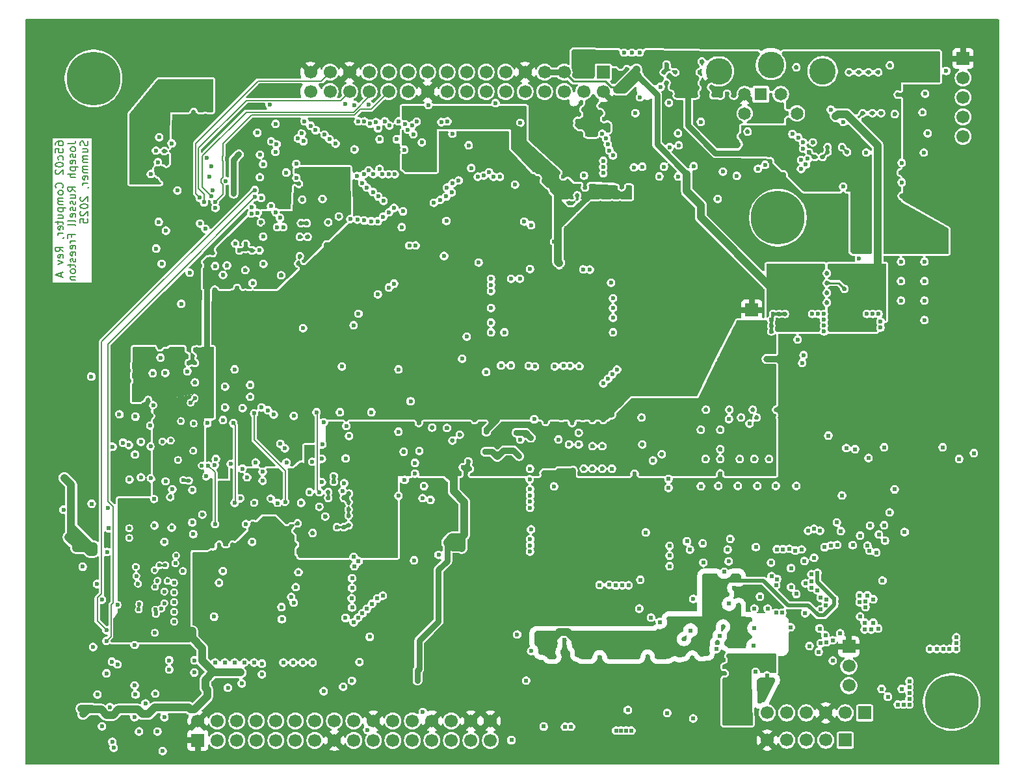
<source format=gbl>
G04 #@! TF.GenerationSoftware,KiCad,Pcbnew,9.0.2*
G04 #@! TF.CreationDate,2025-07-03T22:36:24-04:00*
G04 #@! TF.ProjectId,Homebrew6502Project,486f6d65-6272-4657-9736-35303250726f,A*
G04 #@! TF.SameCoordinates,Original*
G04 #@! TF.FileFunction,Copper,L4,Bot*
G04 #@! TF.FilePolarity,Positive*
%FSLAX46Y46*%
G04 Gerber Fmt 4.6, Leading zero omitted, Abs format (unit mm)*
G04 Created by KiCad (PCBNEW 9.0.2) date 2025-07-03 22:36:24*
%MOMM*%
%LPD*%
G01*
G04 APERTURE LIST*
%ADD10C,0.152400*%
G04 #@! TA.AperFunction,NonConductor*
%ADD11C,0.152400*%
G04 #@! TD*
G04 #@! TA.AperFunction,ComponentPad*
%ADD12R,1.700000X1.700000*%
G04 #@! TD*
G04 #@! TA.AperFunction,ComponentPad*
%ADD13C,1.700000*%
G04 #@! TD*
G04 #@! TA.AperFunction,ComponentPad*
%ADD14C,3.900000*%
G04 #@! TD*
G04 #@! TA.AperFunction,ConnectorPad*
%ADD15C,7.000000*%
G04 #@! TD*
G04 #@! TA.AperFunction,ComponentPad*
%ADD16R,1.650000X1.650000*%
G04 #@! TD*
G04 #@! TA.AperFunction,ComponentPad*
%ADD17C,1.650000*%
G04 #@! TD*
G04 #@! TA.AperFunction,ComponentPad*
%ADD18C,3.450000*%
G04 #@! TD*
G04 #@! TA.AperFunction,ViaPad*
%ADD19C,0.600000*%
G04 #@! TD*
G04 #@! TA.AperFunction,ViaPad*
%ADD20C,0.609600*%
G04 #@! TD*
G04 #@! TA.AperFunction,Conductor*
%ADD21C,0.762000*%
G04 #@! TD*
G04 #@! TA.AperFunction,Conductor*
%ADD22C,0.254000*%
G04 #@! TD*
G04 #@! TA.AperFunction,Conductor*
%ADD23C,1.016000*%
G04 #@! TD*
G04 #@! TA.AperFunction,Conductor*
%ADD24C,0.508000*%
G04 #@! TD*
G04 #@! TA.AperFunction,Conductor*
%ADD25C,0.160000*%
G04 #@! TD*
G04 #@! TA.AperFunction,Conductor*
%ADD26C,0.200000*%
G04 #@! TD*
G04 APERTURE END LIST*
D10*
D11*
X83949806Y-69630929D02*
X83949806Y-69440453D01*
X83949806Y-69440453D02*
X83997425Y-69345215D01*
X83997425Y-69345215D02*
X84045044Y-69297596D01*
X84045044Y-69297596D02*
X84187901Y-69202358D01*
X84187901Y-69202358D02*
X84378377Y-69154739D01*
X84378377Y-69154739D02*
X84759329Y-69154739D01*
X84759329Y-69154739D02*
X84854567Y-69202358D01*
X84854567Y-69202358D02*
X84902187Y-69249977D01*
X84902187Y-69249977D02*
X84949806Y-69345215D01*
X84949806Y-69345215D02*
X84949806Y-69535691D01*
X84949806Y-69535691D02*
X84902187Y-69630929D01*
X84902187Y-69630929D02*
X84854567Y-69678548D01*
X84854567Y-69678548D02*
X84759329Y-69726167D01*
X84759329Y-69726167D02*
X84521234Y-69726167D01*
X84521234Y-69726167D02*
X84425996Y-69678548D01*
X84425996Y-69678548D02*
X84378377Y-69630929D01*
X84378377Y-69630929D02*
X84330758Y-69535691D01*
X84330758Y-69535691D02*
X84330758Y-69345215D01*
X84330758Y-69345215D02*
X84378377Y-69249977D01*
X84378377Y-69249977D02*
X84425996Y-69202358D01*
X84425996Y-69202358D02*
X84521234Y-69154739D01*
X83949806Y-70630929D02*
X83949806Y-70154739D01*
X83949806Y-70154739D02*
X84425996Y-70107120D01*
X84425996Y-70107120D02*
X84378377Y-70154739D01*
X84378377Y-70154739D02*
X84330758Y-70249977D01*
X84330758Y-70249977D02*
X84330758Y-70488072D01*
X84330758Y-70488072D02*
X84378377Y-70583310D01*
X84378377Y-70583310D02*
X84425996Y-70630929D01*
X84425996Y-70630929D02*
X84521234Y-70678548D01*
X84521234Y-70678548D02*
X84759329Y-70678548D01*
X84759329Y-70678548D02*
X84854567Y-70630929D01*
X84854567Y-70630929D02*
X84902187Y-70583310D01*
X84902187Y-70583310D02*
X84949806Y-70488072D01*
X84949806Y-70488072D02*
X84949806Y-70249977D01*
X84949806Y-70249977D02*
X84902187Y-70154739D01*
X84902187Y-70154739D02*
X84854567Y-70107120D01*
X84902187Y-71535691D02*
X84949806Y-71440453D01*
X84949806Y-71440453D02*
X84949806Y-71249977D01*
X84949806Y-71249977D02*
X84902187Y-71154739D01*
X84902187Y-71154739D02*
X84854567Y-71107120D01*
X84854567Y-71107120D02*
X84759329Y-71059501D01*
X84759329Y-71059501D02*
X84473615Y-71059501D01*
X84473615Y-71059501D02*
X84378377Y-71107120D01*
X84378377Y-71107120D02*
X84330758Y-71154739D01*
X84330758Y-71154739D02*
X84283139Y-71249977D01*
X84283139Y-71249977D02*
X84283139Y-71440453D01*
X84283139Y-71440453D02*
X84330758Y-71535691D01*
X83949806Y-72154739D02*
X83949806Y-72249977D01*
X83949806Y-72249977D02*
X83997425Y-72345215D01*
X83997425Y-72345215D02*
X84045044Y-72392834D01*
X84045044Y-72392834D02*
X84140282Y-72440453D01*
X84140282Y-72440453D02*
X84330758Y-72488072D01*
X84330758Y-72488072D02*
X84568853Y-72488072D01*
X84568853Y-72488072D02*
X84759329Y-72440453D01*
X84759329Y-72440453D02*
X84854567Y-72392834D01*
X84854567Y-72392834D02*
X84902187Y-72345215D01*
X84902187Y-72345215D02*
X84949806Y-72249977D01*
X84949806Y-72249977D02*
X84949806Y-72154739D01*
X84949806Y-72154739D02*
X84902187Y-72059501D01*
X84902187Y-72059501D02*
X84854567Y-72011882D01*
X84854567Y-72011882D02*
X84759329Y-71964263D01*
X84759329Y-71964263D02*
X84568853Y-71916644D01*
X84568853Y-71916644D02*
X84330758Y-71916644D01*
X84330758Y-71916644D02*
X84140282Y-71964263D01*
X84140282Y-71964263D02*
X84045044Y-72011882D01*
X84045044Y-72011882D02*
X83997425Y-72059501D01*
X83997425Y-72059501D02*
X83949806Y-72154739D01*
X84045044Y-72869025D02*
X83997425Y-72916644D01*
X83997425Y-72916644D02*
X83949806Y-73011882D01*
X83949806Y-73011882D02*
X83949806Y-73249977D01*
X83949806Y-73249977D02*
X83997425Y-73345215D01*
X83997425Y-73345215D02*
X84045044Y-73392834D01*
X84045044Y-73392834D02*
X84140282Y-73440453D01*
X84140282Y-73440453D02*
X84235520Y-73440453D01*
X84235520Y-73440453D02*
X84378377Y-73392834D01*
X84378377Y-73392834D02*
X84949806Y-72821406D01*
X84949806Y-72821406D02*
X84949806Y-73440453D01*
X84854567Y-75202358D02*
X84902187Y-75154739D01*
X84902187Y-75154739D02*
X84949806Y-75011882D01*
X84949806Y-75011882D02*
X84949806Y-74916644D01*
X84949806Y-74916644D02*
X84902187Y-74773787D01*
X84902187Y-74773787D02*
X84806948Y-74678549D01*
X84806948Y-74678549D02*
X84711710Y-74630930D01*
X84711710Y-74630930D02*
X84521234Y-74583311D01*
X84521234Y-74583311D02*
X84378377Y-74583311D01*
X84378377Y-74583311D02*
X84187901Y-74630930D01*
X84187901Y-74630930D02*
X84092663Y-74678549D01*
X84092663Y-74678549D02*
X83997425Y-74773787D01*
X83997425Y-74773787D02*
X83949806Y-74916644D01*
X83949806Y-74916644D02*
X83949806Y-75011882D01*
X83949806Y-75011882D02*
X83997425Y-75154739D01*
X83997425Y-75154739D02*
X84045044Y-75202358D01*
X84949806Y-75773787D02*
X84902187Y-75678549D01*
X84902187Y-75678549D02*
X84854567Y-75630930D01*
X84854567Y-75630930D02*
X84759329Y-75583311D01*
X84759329Y-75583311D02*
X84473615Y-75583311D01*
X84473615Y-75583311D02*
X84378377Y-75630930D01*
X84378377Y-75630930D02*
X84330758Y-75678549D01*
X84330758Y-75678549D02*
X84283139Y-75773787D01*
X84283139Y-75773787D02*
X84283139Y-75916644D01*
X84283139Y-75916644D02*
X84330758Y-76011882D01*
X84330758Y-76011882D02*
X84378377Y-76059501D01*
X84378377Y-76059501D02*
X84473615Y-76107120D01*
X84473615Y-76107120D02*
X84759329Y-76107120D01*
X84759329Y-76107120D02*
X84854567Y-76059501D01*
X84854567Y-76059501D02*
X84902187Y-76011882D01*
X84902187Y-76011882D02*
X84949806Y-75916644D01*
X84949806Y-75916644D02*
X84949806Y-75773787D01*
X84949806Y-76535692D02*
X84283139Y-76535692D01*
X84378377Y-76535692D02*
X84330758Y-76583311D01*
X84330758Y-76583311D02*
X84283139Y-76678549D01*
X84283139Y-76678549D02*
X84283139Y-76821406D01*
X84283139Y-76821406D02*
X84330758Y-76916644D01*
X84330758Y-76916644D02*
X84425996Y-76964263D01*
X84425996Y-76964263D02*
X84949806Y-76964263D01*
X84425996Y-76964263D02*
X84330758Y-77011882D01*
X84330758Y-77011882D02*
X84283139Y-77107120D01*
X84283139Y-77107120D02*
X84283139Y-77249977D01*
X84283139Y-77249977D02*
X84330758Y-77345216D01*
X84330758Y-77345216D02*
X84425996Y-77392835D01*
X84425996Y-77392835D02*
X84949806Y-77392835D01*
X84283139Y-77869025D02*
X85283139Y-77869025D01*
X84330758Y-77869025D02*
X84283139Y-77964263D01*
X84283139Y-77964263D02*
X84283139Y-78154739D01*
X84283139Y-78154739D02*
X84330758Y-78249977D01*
X84330758Y-78249977D02*
X84378377Y-78297596D01*
X84378377Y-78297596D02*
X84473615Y-78345215D01*
X84473615Y-78345215D02*
X84759329Y-78345215D01*
X84759329Y-78345215D02*
X84854567Y-78297596D01*
X84854567Y-78297596D02*
X84902187Y-78249977D01*
X84902187Y-78249977D02*
X84949806Y-78154739D01*
X84949806Y-78154739D02*
X84949806Y-77964263D01*
X84949806Y-77964263D02*
X84902187Y-77869025D01*
X84283139Y-79202358D02*
X84949806Y-79202358D01*
X84283139Y-78773787D02*
X84806948Y-78773787D01*
X84806948Y-78773787D02*
X84902187Y-78821406D01*
X84902187Y-78821406D02*
X84949806Y-78916644D01*
X84949806Y-78916644D02*
X84949806Y-79059501D01*
X84949806Y-79059501D02*
X84902187Y-79154739D01*
X84902187Y-79154739D02*
X84854567Y-79202358D01*
X84283139Y-79535692D02*
X84283139Y-79916644D01*
X83949806Y-79678549D02*
X84806948Y-79678549D01*
X84806948Y-79678549D02*
X84902187Y-79726168D01*
X84902187Y-79726168D02*
X84949806Y-79821406D01*
X84949806Y-79821406D02*
X84949806Y-79916644D01*
X84902187Y-80630930D02*
X84949806Y-80535692D01*
X84949806Y-80535692D02*
X84949806Y-80345216D01*
X84949806Y-80345216D02*
X84902187Y-80249978D01*
X84902187Y-80249978D02*
X84806948Y-80202359D01*
X84806948Y-80202359D02*
X84425996Y-80202359D01*
X84425996Y-80202359D02*
X84330758Y-80249978D01*
X84330758Y-80249978D02*
X84283139Y-80345216D01*
X84283139Y-80345216D02*
X84283139Y-80535692D01*
X84283139Y-80535692D02*
X84330758Y-80630930D01*
X84330758Y-80630930D02*
X84425996Y-80678549D01*
X84425996Y-80678549D02*
X84521234Y-80678549D01*
X84521234Y-80678549D02*
X84616472Y-80202359D01*
X84949806Y-81107121D02*
X84283139Y-81107121D01*
X84473615Y-81107121D02*
X84378377Y-81154740D01*
X84378377Y-81154740D02*
X84330758Y-81202359D01*
X84330758Y-81202359D02*
X84283139Y-81297597D01*
X84283139Y-81297597D02*
X84283139Y-81392835D01*
X84902187Y-81773788D02*
X84949806Y-81773788D01*
X84949806Y-81773788D02*
X85045044Y-81726169D01*
X85045044Y-81726169D02*
X85092663Y-81678550D01*
X84949806Y-83535692D02*
X84473615Y-83202359D01*
X84949806Y-82964264D02*
X83949806Y-82964264D01*
X83949806Y-82964264D02*
X83949806Y-83345216D01*
X83949806Y-83345216D02*
X83997425Y-83440454D01*
X83997425Y-83440454D02*
X84045044Y-83488073D01*
X84045044Y-83488073D02*
X84140282Y-83535692D01*
X84140282Y-83535692D02*
X84283139Y-83535692D01*
X84283139Y-83535692D02*
X84378377Y-83488073D01*
X84378377Y-83488073D02*
X84425996Y-83440454D01*
X84425996Y-83440454D02*
X84473615Y-83345216D01*
X84473615Y-83345216D02*
X84473615Y-82964264D01*
X84902187Y-84345216D02*
X84949806Y-84249978D01*
X84949806Y-84249978D02*
X84949806Y-84059502D01*
X84949806Y-84059502D02*
X84902187Y-83964264D01*
X84902187Y-83964264D02*
X84806948Y-83916645D01*
X84806948Y-83916645D02*
X84425996Y-83916645D01*
X84425996Y-83916645D02*
X84330758Y-83964264D01*
X84330758Y-83964264D02*
X84283139Y-84059502D01*
X84283139Y-84059502D02*
X84283139Y-84249978D01*
X84283139Y-84249978D02*
X84330758Y-84345216D01*
X84330758Y-84345216D02*
X84425996Y-84392835D01*
X84425996Y-84392835D02*
X84521234Y-84392835D01*
X84521234Y-84392835D02*
X84616472Y-83916645D01*
X84283139Y-84726169D02*
X84949806Y-84964264D01*
X84949806Y-84964264D02*
X84283139Y-85202359D01*
X84664091Y-86297598D02*
X84664091Y-86773788D01*
X84949806Y-86202360D02*
X83949806Y-86535693D01*
X83949806Y-86535693D02*
X84949806Y-86869026D01*
X85559750Y-69488072D02*
X86274035Y-69488072D01*
X86274035Y-69488072D02*
X86416892Y-69440453D01*
X86416892Y-69440453D02*
X86512131Y-69345215D01*
X86512131Y-69345215D02*
X86559750Y-69202358D01*
X86559750Y-69202358D02*
X86559750Y-69107120D01*
X86559750Y-70107120D02*
X86512131Y-70011882D01*
X86512131Y-70011882D02*
X86464511Y-69964263D01*
X86464511Y-69964263D02*
X86369273Y-69916644D01*
X86369273Y-69916644D02*
X86083559Y-69916644D01*
X86083559Y-69916644D02*
X85988321Y-69964263D01*
X85988321Y-69964263D02*
X85940702Y-70011882D01*
X85940702Y-70011882D02*
X85893083Y-70107120D01*
X85893083Y-70107120D02*
X85893083Y-70249977D01*
X85893083Y-70249977D02*
X85940702Y-70345215D01*
X85940702Y-70345215D02*
X85988321Y-70392834D01*
X85988321Y-70392834D02*
X86083559Y-70440453D01*
X86083559Y-70440453D02*
X86369273Y-70440453D01*
X86369273Y-70440453D02*
X86464511Y-70392834D01*
X86464511Y-70392834D02*
X86512131Y-70345215D01*
X86512131Y-70345215D02*
X86559750Y-70249977D01*
X86559750Y-70249977D02*
X86559750Y-70107120D01*
X86512131Y-70821406D02*
X86559750Y-70916644D01*
X86559750Y-70916644D02*
X86559750Y-71107120D01*
X86559750Y-71107120D02*
X86512131Y-71202358D01*
X86512131Y-71202358D02*
X86416892Y-71249977D01*
X86416892Y-71249977D02*
X86369273Y-71249977D01*
X86369273Y-71249977D02*
X86274035Y-71202358D01*
X86274035Y-71202358D02*
X86226416Y-71107120D01*
X86226416Y-71107120D02*
X86226416Y-70964263D01*
X86226416Y-70964263D02*
X86178797Y-70869025D01*
X86178797Y-70869025D02*
X86083559Y-70821406D01*
X86083559Y-70821406D02*
X86035940Y-70821406D01*
X86035940Y-70821406D02*
X85940702Y-70869025D01*
X85940702Y-70869025D02*
X85893083Y-70964263D01*
X85893083Y-70964263D02*
X85893083Y-71107120D01*
X85893083Y-71107120D02*
X85940702Y-71202358D01*
X86512131Y-72059501D02*
X86559750Y-71964263D01*
X86559750Y-71964263D02*
X86559750Y-71773787D01*
X86559750Y-71773787D02*
X86512131Y-71678549D01*
X86512131Y-71678549D02*
X86416892Y-71630930D01*
X86416892Y-71630930D02*
X86035940Y-71630930D01*
X86035940Y-71630930D02*
X85940702Y-71678549D01*
X85940702Y-71678549D02*
X85893083Y-71773787D01*
X85893083Y-71773787D02*
X85893083Y-71964263D01*
X85893083Y-71964263D02*
X85940702Y-72059501D01*
X85940702Y-72059501D02*
X86035940Y-72107120D01*
X86035940Y-72107120D02*
X86131178Y-72107120D01*
X86131178Y-72107120D02*
X86226416Y-71630930D01*
X85893083Y-72535692D02*
X86893083Y-72535692D01*
X85940702Y-72535692D02*
X85893083Y-72630930D01*
X85893083Y-72630930D02*
X85893083Y-72821406D01*
X85893083Y-72821406D02*
X85940702Y-72916644D01*
X85940702Y-72916644D02*
X85988321Y-72964263D01*
X85988321Y-72964263D02*
X86083559Y-73011882D01*
X86083559Y-73011882D02*
X86369273Y-73011882D01*
X86369273Y-73011882D02*
X86464511Y-72964263D01*
X86464511Y-72964263D02*
X86512131Y-72916644D01*
X86512131Y-72916644D02*
X86559750Y-72821406D01*
X86559750Y-72821406D02*
X86559750Y-72630930D01*
X86559750Y-72630930D02*
X86512131Y-72535692D01*
X86559750Y-73440454D02*
X85559750Y-73440454D01*
X86559750Y-73869025D02*
X86035940Y-73869025D01*
X86035940Y-73869025D02*
X85940702Y-73821406D01*
X85940702Y-73821406D02*
X85893083Y-73726168D01*
X85893083Y-73726168D02*
X85893083Y-73583311D01*
X85893083Y-73583311D02*
X85940702Y-73488073D01*
X85940702Y-73488073D02*
X85988321Y-73440454D01*
X86559750Y-75678549D02*
X86083559Y-75345216D01*
X86559750Y-75107121D02*
X85559750Y-75107121D01*
X85559750Y-75107121D02*
X85559750Y-75488073D01*
X85559750Y-75488073D02*
X85607369Y-75583311D01*
X85607369Y-75583311D02*
X85654988Y-75630930D01*
X85654988Y-75630930D02*
X85750226Y-75678549D01*
X85750226Y-75678549D02*
X85893083Y-75678549D01*
X85893083Y-75678549D02*
X85988321Y-75630930D01*
X85988321Y-75630930D02*
X86035940Y-75583311D01*
X86035940Y-75583311D02*
X86083559Y-75488073D01*
X86083559Y-75488073D02*
X86083559Y-75107121D01*
X85893083Y-76535692D02*
X86559750Y-76535692D01*
X85893083Y-76107121D02*
X86416892Y-76107121D01*
X86416892Y-76107121D02*
X86512131Y-76154740D01*
X86512131Y-76154740D02*
X86559750Y-76249978D01*
X86559750Y-76249978D02*
X86559750Y-76392835D01*
X86559750Y-76392835D02*
X86512131Y-76488073D01*
X86512131Y-76488073D02*
X86464511Y-76535692D01*
X86512131Y-76964264D02*
X86559750Y-77059502D01*
X86559750Y-77059502D02*
X86559750Y-77249978D01*
X86559750Y-77249978D02*
X86512131Y-77345216D01*
X86512131Y-77345216D02*
X86416892Y-77392835D01*
X86416892Y-77392835D02*
X86369273Y-77392835D01*
X86369273Y-77392835D02*
X86274035Y-77345216D01*
X86274035Y-77345216D02*
X86226416Y-77249978D01*
X86226416Y-77249978D02*
X86226416Y-77107121D01*
X86226416Y-77107121D02*
X86178797Y-77011883D01*
X86178797Y-77011883D02*
X86083559Y-76964264D01*
X86083559Y-76964264D02*
X86035940Y-76964264D01*
X86035940Y-76964264D02*
X85940702Y-77011883D01*
X85940702Y-77011883D02*
X85893083Y-77107121D01*
X85893083Y-77107121D02*
X85893083Y-77249978D01*
X85893083Y-77249978D02*
X85940702Y-77345216D01*
X86512131Y-77773788D02*
X86559750Y-77869026D01*
X86559750Y-77869026D02*
X86559750Y-78059502D01*
X86559750Y-78059502D02*
X86512131Y-78154740D01*
X86512131Y-78154740D02*
X86416892Y-78202359D01*
X86416892Y-78202359D02*
X86369273Y-78202359D01*
X86369273Y-78202359D02*
X86274035Y-78154740D01*
X86274035Y-78154740D02*
X86226416Y-78059502D01*
X86226416Y-78059502D02*
X86226416Y-77916645D01*
X86226416Y-77916645D02*
X86178797Y-77821407D01*
X86178797Y-77821407D02*
X86083559Y-77773788D01*
X86083559Y-77773788D02*
X86035940Y-77773788D01*
X86035940Y-77773788D02*
X85940702Y-77821407D01*
X85940702Y-77821407D02*
X85893083Y-77916645D01*
X85893083Y-77916645D02*
X85893083Y-78059502D01*
X85893083Y-78059502D02*
X85940702Y-78154740D01*
X86512131Y-79011883D02*
X86559750Y-78916645D01*
X86559750Y-78916645D02*
X86559750Y-78726169D01*
X86559750Y-78726169D02*
X86512131Y-78630931D01*
X86512131Y-78630931D02*
X86416892Y-78583312D01*
X86416892Y-78583312D02*
X86035940Y-78583312D01*
X86035940Y-78583312D02*
X85940702Y-78630931D01*
X85940702Y-78630931D02*
X85893083Y-78726169D01*
X85893083Y-78726169D02*
X85893083Y-78916645D01*
X85893083Y-78916645D02*
X85940702Y-79011883D01*
X85940702Y-79011883D02*
X86035940Y-79059502D01*
X86035940Y-79059502D02*
X86131178Y-79059502D01*
X86131178Y-79059502D02*
X86226416Y-78583312D01*
X86559750Y-79630931D02*
X86512131Y-79535693D01*
X86512131Y-79535693D02*
X86416892Y-79488074D01*
X86416892Y-79488074D02*
X85559750Y-79488074D01*
X86559750Y-80154741D02*
X86512131Y-80059503D01*
X86512131Y-80059503D02*
X86416892Y-80011884D01*
X86416892Y-80011884D02*
X85559750Y-80011884D01*
X86035940Y-81630932D02*
X86035940Y-81297599D01*
X86559750Y-81297599D02*
X85559750Y-81297599D01*
X85559750Y-81297599D02*
X85559750Y-81773789D01*
X86559750Y-82154742D02*
X85893083Y-82154742D01*
X86083559Y-82154742D02*
X85988321Y-82202361D01*
X85988321Y-82202361D02*
X85940702Y-82249980D01*
X85940702Y-82249980D02*
X85893083Y-82345218D01*
X85893083Y-82345218D02*
X85893083Y-82440456D01*
X86512131Y-83154742D02*
X86559750Y-83059504D01*
X86559750Y-83059504D02*
X86559750Y-82869028D01*
X86559750Y-82869028D02*
X86512131Y-82773790D01*
X86512131Y-82773790D02*
X86416892Y-82726171D01*
X86416892Y-82726171D02*
X86035940Y-82726171D01*
X86035940Y-82726171D02*
X85940702Y-82773790D01*
X85940702Y-82773790D02*
X85893083Y-82869028D01*
X85893083Y-82869028D02*
X85893083Y-83059504D01*
X85893083Y-83059504D02*
X85940702Y-83154742D01*
X85940702Y-83154742D02*
X86035940Y-83202361D01*
X86035940Y-83202361D02*
X86131178Y-83202361D01*
X86131178Y-83202361D02*
X86226416Y-82726171D01*
X86512131Y-84011885D02*
X86559750Y-83916647D01*
X86559750Y-83916647D02*
X86559750Y-83726171D01*
X86559750Y-83726171D02*
X86512131Y-83630933D01*
X86512131Y-83630933D02*
X86416892Y-83583314D01*
X86416892Y-83583314D02*
X86035940Y-83583314D01*
X86035940Y-83583314D02*
X85940702Y-83630933D01*
X85940702Y-83630933D02*
X85893083Y-83726171D01*
X85893083Y-83726171D02*
X85893083Y-83916647D01*
X85893083Y-83916647D02*
X85940702Y-84011885D01*
X85940702Y-84011885D02*
X86035940Y-84059504D01*
X86035940Y-84059504D02*
X86131178Y-84059504D01*
X86131178Y-84059504D02*
X86226416Y-83583314D01*
X86512131Y-84440457D02*
X86559750Y-84535695D01*
X86559750Y-84535695D02*
X86559750Y-84726171D01*
X86559750Y-84726171D02*
X86512131Y-84821409D01*
X86512131Y-84821409D02*
X86416892Y-84869028D01*
X86416892Y-84869028D02*
X86369273Y-84869028D01*
X86369273Y-84869028D02*
X86274035Y-84821409D01*
X86274035Y-84821409D02*
X86226416Y-84726171D01*
X86226416Y-84726171D02*
X86226416Y-84583314D01*
X86226416Y-84583314D02*
X86178797Y-84488076D01*
X86178797Y-84488076D02*
X86083559Y-84440457D01*
X86083559Y-84440457D02*
X86035940Y-84440457D01*
X86035940Y-84440457D02*
X85940702Y-84488076D01*
X85940702Y-84488076D02*
X85893083Y-84583314D01*
X85893083Y-84583314D02*
X85893083Y-84726171D01*
X85893083Y-84726171D02*
X85940702Y-84821409D01*
X85893083Y-85154743D02*
X85893083Y-85535695D01*
X85559750Y-85297600D02*
X86416892Y-85297600D01*
X86416892Y-85297600D02*
X86512131Y-85345219D01*
X86512131Y-85345219D02*
X86559750Y-85440457D01*
X86559750Y-85440457D02*
X86559750Y-85535695D01*
X86559750Y-86011886D02*
X86512131Y-85916648D01*
X86512131Y-85916648D02*
X86464511Y-85869029D01*
X86464511Y-85869029D02*
X86369273Y-85821410D01*
X86369273Y-85821410D02*
X86083559Y-85821410D01*
X86083559Y-85821410D02*
X85988321Y-85869029D01*
X85988321Y-85869029D02*
X85940702Y-85916648D01*
X85940702Y-85916648D02*
X85893083Y-86011886D01*
X85893083Y-86011886D02*
X85893083Y-86154743D01*
X85893083Y-86154743D02*
X85940702Y-86249981D01*
X85940702Y-86249981D02*
X85988321Y-86297600D01*
X85988321Y-86297600D02*
X86083559Y-86345219D01*
X86083559Y-86345219D02*
X86369273Y-86345219D01*
X86369273Y-86345219D02*
X86464511Y-86297600D01*
X86464511Y-86297600D02*
X86512131Y-86249981D01*
X86512131Y-86249981D02*
X86559750Y-86154743D01*
X86559750Y-86154743D02*
X86559750Y-86011886D01*
X85893083Y-86773791D02*
X86559750Y-86773791D01*
X85988321Y-86773791D02*
X85940702Y-86821410D01*
X85940702Y-86821410D02*
X85893083Y-86916648D01*
X85893083Y-86916648D02*
X85893083Y-87059505D01*
X85893083Y-87059505D02*
X85940702Y-87154743D01*
X85940702Y-87154743D02*
X86035940Y-87202362D01*
X86035940Y-87202362D02*
X86559750Y-87202362D01*
X88122075Y-69154739D02*
X88169694Y-69297596D01*
X88169694Y-69297596D02*
X88169694Y-69535691D01*
X88169694Y-69535691D02*
X88122075Y-69630929D01*
X88122075Y-69630929D02*
X88074455Y-69678548D01*
X88074455Y-69678548D02*
X87979217Y-69726167D01*
X87979217Y-69726167D02*
X87883979Y-69726167D01*
X87883979Y-69726167D02*
X87788741Y-69678548D01*
X87788741Y-69678548D02*
X87741122Y-69630929D01*
X87741122Y-69630929D02*
X87693503Y-69535691D01*
X87693503Y-69535691D02*
X87645884Y-69345215D01*
X87645884Y-69345215D02*
X87598265Y-69249977D01*
X87598265Y-69249977D02*
X87550646Y-69202358D01*
X87550646Y-69202358D02*
X87455408Y-69154739D01*
X87455408Y-69154739D02*
X87360170Y-69154739D01*
X87360170Y-69154739D02*
X87264932Y-69202358D01*
X87264932Y-69202358D02*
X87217313Y-69249977D01*
X87217313Y-69249977D02*
X87169694Y-69345215D01*
X87169694Y-69345215D02*
X87169694Y-69583310D01*
X87169694Y-69583310D02*
X87217313Y-69726167D01*
X87503027Y-70583310D02*
X88169694Y-70583310D01*
X87503027Y-70154739D02*
X88026836Y-70154739D01*
X88026836Y-70154739D02*
X88122075Y-70202358D01*
X88122075Y-70202358D02*
X88169694Y-70297596D01*
X88169694Y-70297596D02*
X88169694Y-70440453D01*
X88169694Y-70440453D02*
X88122075Y-70535691D01*
X88122075Y-70535691D02*
X88074455Y-70583310D01*
X88169694Y-71059501D02*
X87503027Y-71059501D01*
X87598265Y-71059501D02*
X87550646Y-71107120D01*
X87550646Y-71107120D02*
X87503027Y-71202358D01*
X87503027Y-71202358D02*
X87503027Y-71345215D01*
X87503027Y-71345215D02*
X87550646Y-71440453D01*
X87550646Y-71440453D02*
X87645884Y-71488072D01*
X87645884Y-71488072D02*
X88169694Y-71488072D01*
X87645884Y-71488072D02*
X87550646Y-71535691D01*
X87550646Y-71535691D02*
X87503027Y-71630929D01*
X87503027Y-71630929D02*
X87503027Y-71773786D01*
X87503027Y-71773786D02*
X87550646Y-71869025D01*
X87550646Y-71869025D02*
X87645884Y-71916644D01*
X87645884Y-71916644D02*
X88169694Y-71916644D01*
X88169694Y-72392834D02*
X87503027Y-72392834D01*
X87598265Y-72392834D02*
X87550646Y-72440453D01*
X87550646Y-72440453D02*
X87503027Y-72535691D01*
X87503027Y-72535691D02*
X87503027Y-72678548D01*
X87503027Y-72678548D02*
X87550646Y-72773786D01*
X87550646Y-72773786D02*
X87645884Y-72821405D01*
X87645884Y-72821405D02*
X88169694Y-72821405D01*
X87645884Y-72821405D02*
X87550646Y-72869024D01*
X87550646Y-72869024D02*
X87503027Y-72964262D01*
X87503027Y-72964262D02*
X87503027Y-73107119D01*
X87503027Y-73107119D02*
X87550646Y-73202358D01*
X87550646Y-73202358D02*
X87645884Y-73249977D01*
X87645884Y-73249977D02*
X88169694Y-73249977D01*
X88122075Y-74107119D02*
X88169694Y-74011881D01*
X88169694Y-74011881D02*
X88169694Y-73821405D01*
X88169694Y-73821405D02*
X88122075Y-73726167D01*
X88122075Y-73726167D02*
X88026836Y-73678548D01*
X88026836Y-73678548D02*
X87645884Y-73678548D01*
X87645884Y-73678548D02*
X87550646Y-73726167D01*
X87550646Y-73726167D02*
X87503027Y-73821405D01*
X87503027Y-73821405D02*
X87503027Y-74011881D01*
X87503027Y-74011881D02*
X87550646Y-74107119D01*
X87550646Y-74107119D02*
X87645884Y-74154738D01*
X87645884Y-74154738D02*
X87741122Y-74154738D01*
X87741122Y-74154738D02*
X87836360Y-73678548D01*
X88169694Y-74583310D02*
X87503027Y-74583310D01*
X87693503Y-74583310D02*
X87598265Y-74630929D01*
X87598265Y-74630929D02*
X87550646Y-74678548D01*
X87550646Y-74678548D02*
X87503027Y-74773786D01*
X87503027Y-74773786D02*
X87503027Y-74869024D01*
X88122075Y-75249977D02*
X88169694Y-75249977D01*
X88169694Y-75249977D02*
X88264932Y-75202358D01*
X88264932Y-75202358D02*
X88312551Y-75154739D01*
X87264932Y-76392834D02*
X87217313Y-76440453D01*
X87217313Y-76440453D02*
X87169694Y-76535691D01*
X87169694Y-76535691D02*
X87169694Y-76773786D01*
X87169694Y-76773786D02*
X87217313Y-76869024D01*
X87217313Y-76869024D02*
X87264932Y-76916643D01*
X87264932Y-76916643D02*
X87360170Y-76964262D01*
X87360170Y-76964262D02*
X87455408Y-76964262D01*
X87455408Y-76964262D02*
X87598265Y-76916643D01*
X87598265Y-76916643D02*
X88169694Y-76345215D01*
X88169694Y-76345215D02*
X88169694Y-76964262D01*
X87169694Y-77583310D02*
X87169694Y-77678548D01*
X87169694Y-77678548D02*
X87217313Y-77773786D01*
X87217313Y-77773786D02*
X87264932Y-77821405D01*
X87264932Y-77821405D02*
X87360170Y-77869024D01*
X87360170Y-77869024D02*
X87550646Y-77916643D01*
X87550646Y-77916643D02*
X87788741Y-77916643D01*
X87788741Y-77916643D02*
X87979217Y-77869024D01*
X87979217Y-77869024D02*
X88074455Y-77821405D01*
X88074455Y-77821405D02*
X88122075Y-77773786D01*
X88122075Y-77773786D02*
X88169694Y-77678548D01*
X88169694Y-77678548D02*
X88169694Y-77583310D01*
X88169694Y-77583310D02*
X88122075Y-77488072D01*
X88122075Y-77488072D02*
X88074455Y-77440453D01*
X88074455Y-77440453D02*
X87979217Y-77392834D01*
X87979217Y-77392834D02*
X87788741Y-77345215D01*
X87788741Y-77345215D02*
X87550646Y-77345215D01*
X87550646Y-77345215D02*
X87360170Y-77392834D01*
X87360170Y-77392834D02*
X87264932Y-77440453D01*
X87264932Y-77440453D02*
X87217313Y-77488072D01*
X87217313Y-77488072D02*
X87169694Y-77583310D01*
X87264932Y-78297596D02*
X87217313Y-78345215D01*
X87217313Y-78345215D02*
X87169694Y-78440453D01*
X87169694Y-78440453D02*
X87169694Y-78678548D01*
X87169694Y-78678548D02*
X87217313Y-78773786D01*
X87217313Y-78773786D02*
X87264932Y-78821405D01*
X87264932Y-78821405D02*
X87360170Y-78869024D01*
X87360170Y-78869024D02*
X87455408Y-78869024D01*
X87455408Y-78869024D02*
X87598265Y-78821405D01*
X87598265Y-78821405D02*
X88169694Y-78249977D01*
X88169694Y-78249977D02*
X88169694Y-78869024D01*
X87169694Y-79773786D02*
X87169694Y-79297596D01*
X87169694Y-79297596D02*
X87645884Y-79249977D01*
X87645884Y-79249977D02*
X87598265Y-79297596D01*
X87598265Y-79297596D02*
X87550646Y-79392834D01*
X87550646Y-79392834D02*
X87550646Y-79630929D01*
X87550646Y-79630929D02*
X87598265Y-79726167D01*
X87598265Y-79726167D02*
X87645884Y-79773786D01*
X87645884Y-79773786D02*
X87741122Y-79821405D01*
X87741122Y-79821405D02*
X87979217Y-79821405D01*
X87979217Y-79821405D02*
X88074455Y-79773786D01*
X88074455Y-79773786D02*
X88122075Y-79726167D01*
X88122075Y-79726167D02*
X88169694Y-79630929D01*
X88169694Y-79630929D02*
X88169694Y-79392834D01*
X88169694Y-79392834D02*
X88122075Y-79297596D01*
X88122075Y-79297596D02*
X88074455Y-79249977D01*
D12*
X102496065Y-147243800D03*
D13*
X102496065Y-144703800D03*
X105036065Y-147243800D03*
X105036065Y-144703800D03*
X107576065Y-147243800D03*
X107576065Y-144703800D03*
X110116065Y-147243800D03*
X110116065Y-144703800D03*
X112656065Y-147243800D03*
X112656065Y-144703800D03*
X115196065Y-147243800D03*
X115196065Y-144703800D03*
X117736065Y-147243800D03*
X117736065Y-144703800D03*
X120276065Y-147243800D03*
X120276065Y-144703800D03*
X122816065Y-147243800D03*
X122816065Y-144703800D03*
X125356065Y-147243800D03*
X125356065Y-144703800D03*
X127896065Y-147243800D03*
X127896065Y-144703800D03*
X130436065Y-147243800D03*
X130436065Y-144703800D03*
X132976065Y-147243800D03*
X132976065Y-144703800D03*
X135516065Y-147243800D03*
X135516065Y-144703800D03*
X138056065Y-147243800D03*
X138056065Y-144703800D03*
X140596065Y-147243800D03*
X140596065Y-144703800D03*
D14*
X200660000Y-142240000D03*
D15*
X200660000Y-142240000D03*
D12*
X202140265Y-58369200D03*
D13*
X202140265Y-60909200D03*
X202140265Y-63449200D03*
X202140265Y-65989200D03*
X202140265Y-68529200D03*
D14*
X88900000Y-60960000D03*
D15*
X88900000Y-60960000D03*
D12*
X174632065Y-91160600D03*
D13*
X174632065Y-93700600D03*
D12*
X186801265Y-147218400D03*
D13*
X184261265Y-147218400D03*
X181721265Y-147218400D03*
X179181265Y-147218400D03*
X176641265Y-147218400D03*
D14*
X178027265Y-79126200D03*
D15*
X178027265Y-79126200D03*
D12*
X187258465Y-135026400D03*
D13*
X187258465Y-137566400D03*
X187258465Y-140106400D03*
D12*
X155264268Y-60155201D03*
D13*
X155264268Y-62695201D03*
X152724268Y-60155201D03*
X152724268Y-62695201D03*
X150184268Y-60155201D03*
X150184268Y-62695201D03*
X147644268Y-60155201D03*
X147644268Y-62695201D03*
X145104268Y-60155201D03*
X145104268Y-62695201D03*
X142564268Y-60155201D03*
X142564268Y-62695201D03*
X140024268Y-60155201D03*
X140024268Y-62695201D03*
X137484268Y-60155201D03*
X137484268Y-62695201D03*
X134944268Y-60155201D03*
X134944268Y-62695201D03*
X132404268Y-60155201D03*
X132404268Y-62695201D03*
X129864268Y-60155201D03*
X129864268Y-62695201D03*
X127324268Y-60155201D03*
X127324268Y-62695201D03*
X124784268Y-60155201D03*
X124784268Y-62695201D03*
X122244268Y-60155201D03*
X122244268Y-62695201D03*
X119704268Y-60155201D03*
X119704268Y-62695201D03*
X117164268Y-60155201D03*
X117164268Y-62695201D03*
D12*
X189341265Y-143662400D03*
D13*
X186801265Y-143662400D03*
X184261265Y-143662400D03*
X181721265Y-143662400D03*
X179181265Y-143662400D03*
X176641265Y-143662400D03*
D16*
X175802265Y-63020200D03*
D17*
X178402265Y-63020200D03*
X173702265Y-63020200D03*
X180502265Y-63020200D03*
X173702265Y-65520200D03*
X180502265Y-65520200D03*
D18*
X177102265Y-59220200D03*
X183852265Y-60020200D03*
X170352265Y-60020200D03*
D19*
X102717600Y-95504000D03*
X166326265Y-77546200D03*
X141307265Y-78054200D03*
X109963665Y-138404600D03*
X171025265Y-77546200D03*
X161246265Y-78435200D03*
X148927265Y-59258200D03*
X151892000Y-76200000D03*
D20*
X181947265Y-109296200D03*
D19*
X98889265Y-140538200D03*
X184404000Y-88900000D03*
X151086265Y-66751200D03*
X129369265Y-102565200D03*
X194012265Y-73228200D03*
X139783265Y-69799200D03*
X115653265Y-74701400D03*
X128734265Y-97104200D03*
X98127265Y-127838200D03*
X129242265Y-90881200D03*
D20*
X201990465Y-113080800D03*
D19*
X116288265Y-88595200D03*
X151384000Y-79756000D03*
X148927265Y-85801200D03*
D20*
X174876942Y-128410130D03*
D19*
X119463265Y-115646200D03*
X128625600Y-134975600D03*
X115570000Y-85090000D03*
X177800000Y-104140000D03*
X131267200Y-105867200D03*
X107017265Y-63576200D03*
X153880265Y-111836200D03*
X131114800Y-121259600D03*
X152610265Y-114503200D03*
X153372265Y-95199200D03*
X138513265Y-100025200D03*
X119463265Y-79705200D03*
D20*
X170872865Y-135813800D03*
D19*
X150070265Y-73736200D03*
X133687265Y-138633200D03*
D20*
X187715665Y-114858800D03*
D19*
X159512000Y-118262400D03*
D20*
X154007265Y-142570200D03*
D19*
X156547265Y-85166200D03*
D20*
X186801265Y-110896400D03*
D19*
X134449265Y-68402200D03*
X87122000Y-105562400D03*
X88856265Y-118694200D03*
X111760000Y-100584000D03*
D20*
X169450465Y-141401800D03*
X196679265Y-134061200D03*
X188528465Y-115163600D03*
D19*
X172930265Y-69545200D03*
X117685265Y-84912200D03*
D20*
X150095665Y-141554200D03*
X154820065Y-136423400D03*
D19*
X107017265Y-62052200D03*
D20*
X144863265Y-144729200D03*
D19*
X115018265Y-60020200D03*
X149453600Y-112166400D03*
X94698265Y-126822200D03*
X156420265Y-103962200D03*
X156293265Y-82753200D03*
X91650265Y-107264200D03*
D20*
X145117265Y-140411200D03*
D19*
X177172065Y-92430600D03*
X188602065Y-101066600D03*
X135382000Y-103581200D03*
D20*
X187918865Y-125501400D03*
X170110865Y-134543800D03*
D19*
X135846265Y-96469200D03*
X120352265Y-58496200D03*
D20*
X188424265Y-133299200D03*
X167977265Y-106756200D03*
D19*
X184487265Y-70561200D03*
X151231600Y-105867200D03*
X201759265Y-81229200D03*
X107017265Y-93548200D03*
X88900000Y-97536000D03*
X159359600Y-112471200D03*
X152483265Y-69672200D03*
D20*
X170517265Y-110566200D03*
D19*
X89237265Y-106629200D03*
D20*
X142577265Y-144729200D03*
X155632865Y-145872200D03*
X201632265Y-127584200D03*
D19*
X152356265Y-68148200D03*
X156420265Y-102438200D03*
X153118265Y-125679200D03*
X136989265Y-72720200D03*
X177172065Y-93192600D03*
D20*
X170517265Y-112471200D03*
X188884065Y-122377200D03*
D19*
X133941265Y-81737200D03*
X89103200Y-119430800D03*
X151333200Y-112064800D03*
X159258000Y-116332000D03*
X92075000Y-89535000D03*
X122123200Y-116179600D03*
X109938265Y-96342200D03*
X91904265Y-103454200D03*
X126136400Y-136956800D03*
X151721265Y-64846200D03*
X115907265Y-103835200D03*
X108922265Y-142062200D03*
X188602065Y-100304600D03*
D20*
X197060265Y-123012200D03*
D19*
X149816265Y-68148200D03*
X198120000Y-104140000D03*
X132334000Y-95961200D03*
X93472000Y-94996000D03*
X132588000Y-100482400D03*
X156464000Y-77216000D03*
X156039265Y-73990200D03*
X156801265Y-121107200D03*
X110827265Y-125933200D03*
X93980000Y-84455000D03*
X193631265Y-63068200D03*
X114383265Y-60528200D03*
X173057265Y-79324200D03*
X115399265Y-108788200D03*
X107017265Y-62814200D03*
D20*
X156090065Y-146431000D03*
D19*
X147657265Y-82499200D03*
D20*
X194012265Y-115646200D03*
D19*
X157055265Y-74371200D03*
X111843265Y-60528200D03*
X98381265Y-73482200D03*
X98000265Y-139395200D03*
X113875265Y-93421200D03*
D20*
X199854265Y-132664200D03*
D19*
X120860265Y-78943200D03*
X110573265Y-61925200D03*
X184912000Y-84074000D03*
X136227265Y-139268200D03*
D20*
X201025265Y-123240800D03*
D19*
X126829265Y-135458200D03*
X98044000Y-92964000D03*
X153372265Y-88849200D03*
X115907265Y-104597200D03*
X183217265Y-139141200D03*
X187027265Y-70561200D03*
X113875265Y-92532200D03*
D20*
X170517265Y-106756200D03*
D19*
X107906265Y-83388200D03*
X126067265Y-59131200D03*
X170390265Y-72466200D03*
X129623265Y-128473200D03*
X102191265Y-68402200D03*
X100611260Y-113292091D03*
X158851600Y-101701600D03*
X169882265Y-116281200D03*
X94698265Y-94691200D03*
X163372800Y-63246000D03*
D20*
X157664865Y-138201400D03*
X192107265Y-115011200D03*
X168612265Y-110566200D03*
D19*
X172168265Y-80213200D03*
X102772531Y-81565471D03*
X130004265Y-79451200D03*
X174327265Y-116281200D03*
X110065265Y-62941200D03*
X135719265Y-72847200D03*
X106273600Y-85344000D03*
X93980000Y-78105000D03*
X103791465Y-83685099D03*
X155531265Y-119837200D03*
X98889265Y-72720200D03*
X130860800Y-133451600D03*
X160357265Y-99136200D03*
X101549200Y-103225600D03*
X152610265Y-70942200D03*
X132163265Y-116535200D03*
X98889265Y-115519200D03*
X118719600Y-76657200D03*
X174752000Y-104140000D03*
X172313600Y-67919600D03*
X146812000Y-101600000D03*
X168104265Y-65354200D03*
X158960265Y-129997200D03*
X151511000Y-67818000D03*
X130606800Y-95961200D03*
X115018265Y-123393200D03*
X132544265Y-127457200D03*
X173946265Y-78435200D03*
D20*
X203080065Y-105486200D03*
D19*
X139275265Y-58623200D03*
D20*
X182658465Y-112090200D03*
X165792865Y-134035800D03*
D19*
X157480000Y-77216000D03*
X101955600Y-95504000D03*
X100286265Y-105624453D03*
X115653265Y-95834200D03*
X139192000Y-116840000D03*
X94063265Y-90119200D03*
X94571265Y-89230200D03*
X102768400Y-133502400D03*
X134162800Y-99060000D03*
X150197265Y-85801200D03*
X173228000Y-105156000D03*
X138767265Y-59385200D03*
X93421200Y-97180400D03*
X175260000Y-105156000D03*
D20*
X150603665Y-137490200D03*
D19*
X157886400Y-66243200D03*
X143466265Y-93929200D03*
X181185265Y-76530200D03*
X189821265Y-60147200D03*
X135592265Y-88976200D03*
D20*
X199399665Y-122936000D03*
D19*
X187198000Y-84074000D03*
X146387265Y-58369200D03*
X129115265Y-117297200D03*
X145846800Y-107797600D03*
X171025265Y-76403200D03*
D20*
X200212465Y-122936000D03*
D19*
X166707265Y-92786200D03*
X190202265Y-107391200D03*
X122123200Y-117144800D03*
D20*
X199092265Y-107645200D03*
D19*
X200152000Y-105156000D03*
X186265265Y-78562200D03*
X135686800Y-117246400D03*
X113334800Y-86614000D03*
X129877265Y-124536200D03*
X114147600Y-88442800D03*
D20*
X174962265Y-110566200D03*
D19*
X201168000Y-105156000D03*
X203283265Y-75768200D03*
X117558265Y-89992200D03*
X101803200Y-97129600D03*
X104324865Y-83032600D03*
D20*
X202267265Y-105486200D03*
D19*
X163532265Y-65989200D03*
D20*
X196425265Y-128219200D03*
D19*
X122130265Y-101168200D03*
X195917265Y-70561200D03*
X99110800Y-94742000D03*
X170263265Y-78435200D03*
D20*
X164675265Y-141706600D03*
D19*
X189567265Y-139141200D03*
X118320265Y-116789200D03*
X138582400Y-119278400D03*
X89535000Y-94615000D03*
X106890265Y-131140200D03*
X149562265Y-118059200D03*
X180975000Y-83820000D03*
X105747265Y-64846200D03*
X104851200Y-105664000D03*
X122003265Y-97739200D03*
X131521200Y-140411200D03*
X118320265Y-103581200D03*
X114637265Y-119329200D03*
X180042265Y-139776200D03*
X111970265Y-61925200D03*
X191954865Y-125603000D03*
D20*
X197949265Y-132664200D03*
X203616065Y-113385600D03*
D19*
X139903200Y-109626400D03*
X134518400Y-119938800D03*
X141478000Y-110286800D03*
X134703265Y-131394200D03*
X131528265Y-84912200D03*
X115018265Y-63068200D03*
X171914265Y-72357200D03*
X168656000Y-137160000D03*
X97111265Y-86817200D03*
X143085265Y-96342200D03*
X97536000Y-96012000D03*
X117144800Y-104902000D03*
D20*
X187126865Y-131089400D03*
D19*
X122003265Y-103708200D03*
X104096265Y-78943200D03*
X202267265Y-82880200D03*
X115018265Y-59258200D03*
X194139265Y-76276200D03*
X151848265Y-125679200D03*
X163275000Y-68225000D03*
X193428065Y-91287600D03*
D20*
X194266265Y-127711200D03*
X179153265Y-139369800D03*
D19*
X111081265Y-131902200D03*
X109557265Y-83388200D03*
X131401265Y-103962200D03*
X168104265Y-61544200D03*
D20*
X187791865Y-127406400D03*
D19*
X119209265Y-82626200D03*
X91948000Y-95504000D03*
X180423265Y-59512200D03*
X182582265Y-69291200D03*
D20*
X199092265Y-115392200D03*
D19*
X144609265Y-57988200D03*
X135465265Y-140157200D03*
X154940000Y-64516000D03*
X135846265Y-69926200D03*
D20*
X201251265Y-132664200D03*
X189823865Y-125755400D03*
D19*
X154940000Y-77216000D03*
X149943265Y-70942200D03*
X155150265Y-125679200D03*
X97028000Y-130759200D03*
X131020265Y-58750200D03*
D20*
X185630265Y-107772200D03*
D19*
X146514265Y-67894200D03*
X116078000Y-76758800D03*
X105366265Y-91770200D03*
X155150265Y-111836200D03*
X166624000Y-137160000D03*
X152991265Y-117297200D03*
X150317200Y-131114800D03*
D20*
X180042265Y-105486200D03*
D19*
X147784265Y-88849200D03*
D20*
X202041265Y-115671600D03*
D19*
X193250265Y-65608200D03*
X183852265Y-71196200D03*
X136862265Y-86436200D03*
X149562265Y-130124200D03*
X117431265Y-120218200D03*
X93980000Y-80645000D03*
D20*
X147301665Y-142163800D03*
D19*
X157309265Y-123520200D03*
X141173200Y-123850400D03*
X182074265Y-70561200D03*
X101937265Y-141808200D03*
X161881265Y-77673200D03*
X178562000Y-98298000D03*
D20*
X196679265Y-132537200D03*
X152280065Y-147802600D03*
D19*
X133052265Y-88976200D03*
X141325600Y-102819200D03*
X154940000Y-80264000D03*
X157690265Y-75133200D03*
X194063065Y-92557600D03*
X178543665Y-125552200D03*
X88900000Y-102108000D03*
X199981265Y-56845200D03*
X97873265Y-72720200D03*
X90579265Y-130378200D03*
X102108000Y-98044000D03*
D20*
X151670465Y-137287000D03*
D19*
X194012265Y-117551200D03*
X104775000Y-90805000D03*
X101295200Y-98044000D03*
D20*
X144101265Y-144729200D03*
D19*
X97238265Y-126441200D03*
X131528265Y-124536200D03*
X97365265Y-73482200D03*
X186392265Y-69926200D03*
X151721265Y-73863200D03*
D20*
X194012265Y-106756200D03*
D19*
X156420265Y-129997200D03*
X142547665Y-103966843D03*
X140672265Y-142570200D03*
X100667265Y-148158200D03*
X171279265Y-65227200D03*
D20*
X187662265Y-117551200D03*
X182965865Y-124612400D03*
D19*
X117558265Y-103073200D03*
X97536000Y-138074400D03*
X116535200Y-104851200D03*
X122130265Y-102184200D03*
X135636000Y-108153200D03*
X97485200Y-136601200D03*
X143974265Y-107137200D03*
X105239265Y-64084200D03*
X97111265Y-72720200D03*
X96908065Y-127228600D03*
X104698800Y-89255600D03*
X156420265Y-103200200D03*
X153118265Y-126949200D03*
X134322265Y-90881200D03*
X122123200Y-117957600D03*
X135084265Y-134442200D03*
X161006065Y-125089197D03*
X178950065Y-91668600D03*
X137718800Y-110896400D03*
X119082265Y-118059200D03*
D20*
X182582265Y-115646200D03*
D19*
X93555265Y-119583200D03*
X93980000Y-75565000D03*
X141307265Y-57988200D03*
X167850265Y-60147200D03*
X140672265Y-96469200D03*
X138767265Y-136855200D03*
D20*
X192107265Y-111201200D03*
D19*
X113494265Y-122377200D03*
X97111265Y-139395200D03*
X113494265Y-61925200D03*
D20*
X189160865Y-107518200D03*
D19*
X130302000Y-93624400D03*
X187840065Y-99542600D03*
X156547265Y-63830200D03*
X149689265Y-123393200D03*
X199600265Y-75768200D03*
X151975265Y-118313200D03*
X93537727Y-114689728D03*
X87332265Y-108280200D03*
X115907265Y-79832200D03*
X156260800Y-66243200D03*
X104477265Y-139776200D03*
X185928000Y-104140000D03*
X134322265Y-101041200D03*
D20*
X147250865Y-138353800D03*
D19*
X115653265Y-98247200D03*
X160357265Y-108661200D03*
X176867265Y-117551200D03*
D20*
X161982865Y-141706600D03*
D19*
X164802265Y-128346200D03*
X156547265Y-61417200D03*
X142577265Y-120980200D03*
D20*
X199600265Y-124917200D03*
D19*
X110642400Y-64774200D03*
X152737265Y-111836200D03*
X199981265Y-73228200D03*
X131528265Y-88341200D03*
D20*
X187664865Y-128041400D03*
D19*
X88900000Y-96012000D03*
X178562000Y-96774000D03*
X164000000Y-67900000D03*
X153880265Y-103708200D03*
X115112800Y-121716800D03*
D20*
X155988465Y-143281400D03*
D19*
X99872800Y-93878400D03*
X145625265Y-123647200D03*
X115519200Y-87376000D03*
X115639849Y-66884297D03*
X93980000Y-83185000D03*
X143466265Y-58623200D03*
X132283200Y-137261600D03*
X168104265Y-62814200D03*
D20*
X152534065Y-138861800D03*
X152534065Y-137744200D03*
D19*
X161500265Y-73355200D03*
X121495265Y-115646200D03*
X141053265Y-134569200D03*
X123019265Y-57988200D03*
X158452265Y-87706200D03*
X189059265Y-65481200D03*
D20*
X169348865Y-137845800D03*
X203689665Y-105994200D03*
D19*
X178518265Y-65989200D03*
X122003265Y-90246200D03*
X113113265Y-91516200D03*
X102699265Y-66116200D03*
X117304265Y-95834200D03*
D20*
X150095665Y-143535400D03*
D19*
X168104265Y-58750200D03*
D20*
X170923665Y-136779000D03*
D19*
X171660265Y-73355200D03*
X101683265Y-66116200D03*
X163786265Y-78308200D03*
X111335265Y-142443200D03*
X143466265Y-88087200D03*
X97688400Y-140157200D03*
D20*
X181947265Y-110566200D03*
D19*
X188551265Y-60147200D03*
X178562000Y-97536000D03*
X145752265Y-88849200D03*
X121495265Y-119456200D03*
X167977265Y-91516200D03*
X121368265Y-59258200D03*
X140164265Y-135458200D03*
X90595435Y-129460721D03*
X149562265Y-118948200D03*
D20*
X193885265Y-137871200D03*
D19*
X128607265Y-58750200D03*
D20*
X178419265Y-106883200D03*
D19*
X201168000Y-104140000D03*
D20*
X165742065Y-137287000D03*
D19*
X170517265Y-117551200D03*
X128734265Y-95834200D03*
X110681381Y-75347840D03*
X122003265Y-84912200D03*
X151467265Y-115900200D03*
D20*
X194370465Y-130606800D03*
X187664865Y-129311400D03*
X191091265Y-127965200D03*
D19*
X143847265Y-76022200D03*
D20*
X199348865Y-130606800D03*
D19*
X152400000Y-78740000D03*
X119463265Y-114884200D03*
X105239265Y-131775200D03*
X96520000Y-94996000D03*
X152864265Y-102565200D03*
X183134000Y-84074000D03*
X103461265Y-65862200D03*
X96476265Y-87706200D03*
X97492265Y-124409200D03*
X199136000Y-104140000D03*
X86697265Y-111709200D03*
X152356265Y-64211200D03*
X168612265Y-89611200D03*
D20*
X169501265Y-140335000D03*
D19*
X88348265Y-107772200D03*
D20*
X181947265Y-111836200D03*
D19*
X142577265Y-116916200D03*
D20*
X195183265Y-130606800D03*
X170517265Y-109296200D03*
D19*
X198628000Y-62992000D03*
X137007600Y-111658400D03*
X100540265Y-125171200D03*
X92075000Y-92075000D03*
D20*
X190964265Y-129743200D03*
X189696865Y-127406400D03*
D19*
X90805000Y-93345000D03*
X116669265Y-79832200D03*
D20*
X163659265Y-140081000D03*
D19*
X89110265Y-108280200D03*
X177546000Y-97536000D03*
X108922265Y-95453200D03*
D20*
X197012065Y-110591600D03*
D19*
X106235801Y-71422241D03*
D20*
X190204865Y-127025400D03*
D19*
X107906265Y-62052200D03*
D20*
X166250065Y-138099800D03*
D19*
X113240265Y-89484200D03*
X129115265Y-129235200D03*
X108541265Y-61925200D03*
X201505265Y-74244200D03*
X104985265Y-60274200D03*
D20*
X203689665Y-106705400D03*
D19*
X135338265Y-82753200D03*
D20*
X202803265Y-113080800D03*
D19*
X132181600Y-138379200D03*
D20*
X153397665Y-141605000D03*
X188426865Y-127406400D03*
D19*
X144576800Y-103479600D03*
X93980000Y-76835000D03*
X99143265Y-73598801D03*
D20*
X171076065Y-138506200D03*
D19*
X184404000Y-90170000D03*
D20*
X166859665Y-136474200D03*
X203666865Y-115976400D03*
D19*
X108661200Y-85953600D03*
D20*
X194012265Y-111201200D03*
D19*
X146387265Y-87071200D03*
X98127265Y-70434200D03*
X153372265Y-92786200D03*
X138132265Y-114376200D03*
X91795600Y-101092000D03*
X141307265Y-59131200D03*
X128966613Y-73354625D03*
X136601200Y-107391200D03*
X101895026Y-109492000D03*
X126067265Y-58115200D03*
X91592400Y-105206800D03*
X178308000Y-105156000D03*
D20*
X190329265Y-123393200D03*
D19*
X111843265Y-95453200D03*
X153880265Y-105486200D03*
X102082410Y-102641589D03*
X105239265Y-62179200D03*
X136194800Y-119786400D03*
X111843265Y-93548200D03*
D20*
X179051665Y-110210600D03*
D19*
X149656800Y-115976400D03*
X114383265Y-59639200D03*
X138176000Y-121970800D03*
X174962265Y-117551200D03*
X129369265Y-103327200D03*
X143764000Y-79756000D03*
X194056000Y-104140000D03*
X94698265Y-126822200D03*
X93980000Y-81915000D03*
X158706265Y-66243200D03*
X90728800Y-125272800D03*
X110700265Y-118948200D03*
X95453200Y-103479600D03*
X177172065Y-93954600D03*
D20*
X188348065Y-107518200D03*
D19*
X134449265Y-137871200D03*
X109684265Y-124790200D03*
D20*
X183268065Y-112598200D03*
X152483265Y-140081000D03*
D19*
X111335265Y-62560200D03*
X120098265Y-138887200D03*
X158292800Y-65582800D03*
X188602065Y-99542600D03*
X98348800Y-95656400D03*
X152610265Y-105232200D03*
X87205265Y-109169200D03*
X156801265Y-68910200D03*
D20*
X155632865Y-141706600D03*
D19*
X88798400Y-144322800D03*
D20*
X179153265Y-138658600D03*
D19*
X171196000Y-67970400D03*
X98533665Y-126466600D03*
X89110265Y-109169200D03*
X177934065Y-124231400D03*
X96520000Y-92964000D03*
X114002265Y-90373200D03*
X109938265Y-140665200D03*
X107017265Y-58496200D03*
X101295200Y-96316800D03*
X133451600Y-96215200D03*
X140004800Y-101904800D03*
X140055600Y-106984800D03*
X181864000Y-105156000D03*
X191472265Y-65481200D03*
X157563265Y-64592200D03*
D20*
X181947265Y-114376200D03*
D19*
X137363200Y-112471200D03*
X119082265Y-100406200D03*
D20*
X182658465Y-111379000D03*
D19*
X111716265Y-131140200D03*
X129438400Y-130149600D03*
X169545000Y-77673200D03*
X137922000Y-111861600D03*
X196552265Y-129616200D03*
D20*
X163710065Y-137541000D03*
D19*
X157055265Y-66243200D03*
X112097265Y-90500200D03*
X122003265Y-86182200D03*
X88856265Y-144983200D03*
X161627265Y-97866200D03*
X110192265Y-58496200D03*
X89237265Y-115519200D03*
X104426465Y-83718400D03*
X119082265Y-87706200D03*
X131528265Y-86690200D03*
X156420265Y-101676200D03*
X118701265Y-93548200D03*
D20*
X149984865Y-135712200D03*
X192107265Y-106756200D03*
D19*
X143466265Y-89992200D03*
X169214800Y-64719200D03*
X92075000Y-87630000D03*
D20*
X188884065Y-123037600D03*
D19*
X109176265Y-93548200D03*
X119082265Y-91262200D03*
D20*
X187918865Y-131089400D03*
X179864465Y-110210600D03*
D19*
X98508265Y-89230200D03*
X177172065Y-124891800D03*
X88900000Y-99060000D03*
D20*
X152026065Y-141554200D03*
D19*
X105613200Y-88950800D03*
D20*
X159239665Y-141706600D03*
D19*
X95968265Y-145618200D03*
X194647265Y-132791200D03*
X96476265Y-86055200D03*
X186900265Y-79324200D03*
X129115265Y-119583200D03*
X93428265Y-90754200D03*
X124663200Y-135585200D03*
X143720265Y-61417200D03*
X152146000Y-65659000D03*
X110843868Y-74584902D03*
X105239265Y-63195200D03*
X130962400Y-129590800D03*
X148927265Y-93421200D03*
D20*
X152280065Y-146481800D03*
D19*
X92202000Y-101701600D03*
X123654265Y-58877200D03*
X96418400Y-104952800D03*
X182836265Y-71196200D03*
D20*
X195996065Y-130911600D03*
D19*
X200362265Y-58496200D03*
X136862265Y-98374200D03*
X107652265Y-90881200D03*
D20*
X189186265Y-137109200D03*
D19*
X158597600Y-69900800D03*
X150832265Y-95326200D03*
X109811265Y-60655200D03*
X149308265Y-65608200D03*
X184487265Y-69926200D03*
X144322800Y-110185200D03*
X146514265Y-82499200D03*
X165437265Y-78181200D03*
X90608865Y-127381000D03*
X104698800Y-88493600D03*
X90634265Y-123901200D03*
X160274000Y-105156000D03*
X115530798Y-70013626D03*
X120479265Y-99009200D03*
D20*
X194520265Y-137871200D03*
D19*
X146260265Y-59004200D03*
D20*
X178442065Y-109702600D03*
D19*
X171406265Y-62941200D03*
X152908000Y-75184000D03*
X96012000Y-102870000D03*
X178518265Y-64973200D03*
X192615265Y-59258200D03*
X145625265Y-118186200D03*
X193428065Y-92938600D03*
X119336265Y-69633601D03*
D20*
X200362265Y-121234200D03*
D19*
X142577265Y-122504200D03*
D20*
X179102465Y-137896600D03*
X172339000Y-127381000D03*
D19*
X202267265Y-81991200D03*
X158452265Y-88976200D03*
X146151600Y-73710800D03*
X153416000Y-101600000D03*
X120479265Y-91770200D03*
X165437265Y-94056200D03*
X178188065Y-91668600D03*
X151130000Y-69723000D03*
D20*
X150603665Y-136728200D03*
D19*
X129242265Y-92786200D03*
X110827265Y-60528200D03*
X142704265Y-76784200D03*
D20*
X193377265Y-138506200D03*
D19*
X108661200Y-88900000D03*
X200870265Y-81229200D03*
D20*
X150095665Y-142875000D03*
D19*
X119971265Y-99517200D03*
X168612265Y-87706200D03*
X152737265Y-93421200D03*
X122174000Y-115062000D03*
X190329265Y-65481200D03*
X171704000Y-104140000D03*
D20*
X176867265Y-110566200D03*
D19*
X114002265Y-95834200D03*
X176998623Y-71731341D03*
X110700265Y-79705200D03*
X108727468Y-83202201D03*
X116340662Y-67390138D03*
X184792065Y-95732600D03*
X195917265Y-118186200D03*
D20*
X178442065Y-108991400D03*
X188932265Y-133680200D03*
D19*
X93809265Y-93675200D03*
X109898868Y-74714197D03*
D20*
X185175665Y-110591600D03*
D19*
X155159669Y-108897644D03*
X142577265Y-114630200D03*
X115526265Y-118948200D03*
X143720265Y-59258200D03*
X101937265Y-65354200D03*
X164675265Y-60147200D03*
X134322265Y-88976200D03*
D20*
X161068465Y-136321800D03*
D19*
X169545000Y-78740000D03*
D20*
X187738465Y-107010200D03*
D19*
X110032800Y-89001600D03*
X131147265Y-81737200D03*
X141688265Y-90881200D03*
X118574265Y-59131200D03*
D20*
X181947265Y-108026200D03*
X200161665Y-130606800D03*
D19*
X107017265Y-69926200D03*
X132994400Y-106476800D03*
X118066265Y-101422200D03*
X158198265Y-122631200D03*
X137751265Y-85039200D03*
X172422265Y-66243200D03*
X129369265Y-100152200D03*
X112097265Y-127330200D03*
D20*
X194901265Y-138506200D03*
X149984865Y-137134600D03*
D19*
X114256265Y-62687200D03*
X186690000Y-88392000D03*
X112478265Y-98755200D03*
X113113265Y-60528200D03*
X129242265Y-120980200D03*
X168656000Y-104140000D03*
X150578265Y-116916200D03*
X131020265Y-116154200D03*
D20*
X189061865Y-127406400D03*
D19*
X106883200Y-88900000D03*
X102699265Y-66878200D03*
X120192800Y-113538000D03*
X138513265Y-105486200D03*
X148336000Y-86868000D03*
X143847265Y-82626200D03*
X116796265Y-81610200D03*
X122130265Y-119202200D03*
X168866265Y-62814200D03*
X150876000Y-77216000D03*
X88856265Y-114503200D03*
X142577265Y-119583200D03*
X110700265Y-66370200D03*
X156845000Y-65278000D03*
X163532265Y-61544200D03*
X118828265Y-69164200D03*
X194181429Y-118919447D03*
X174073265Y-67894200D03*
X146387265Y-61417200D03*
X147022265Y-95326200D03*
X105239265Y-121742200D03*
X122003265Y-87325200D03*
X87332265Y-112979200D03*
X149816265Y-105232200D03*
D20*
X149486065Y-147396200D03*
D19*
X151282400Y-113487200D03*
X122130265Y-99263200D03*
X150959265Y-88849200D03*
X103080265Y-117805200D03*
X150832265Y-91516200D03*
X190837265Y-107391200D03*
D20*
X201378265Y-124409200D03*
D19*
X107906265Y-61290200D03*
X89237265Y-103454200D03*
D20*
X178724065Y-106070400D03*
D19*
X159087265Y-100406200D03*
X98889265Y-74498200D03*
X115526265Y-89865200D03*
X191142065Y-123875800D03*
X163786265Y-76657200D03*
X153626265Y-102565200D03*
X108727468Y-82499200D03*
X194012265Y-135331200D03*
X97873265Y-73990200D03*
D20*
X152280065Y-147142200D03*
D19*
X147828000Y-77724000D03*
X92285265Y-145491200D03*
X93345000Y-85725000D03*
D20*
X188172865Y-131851400D03*
X200489265Y-124917200D03*
X163710065Y-138506200D03*
X155277265Y-143281400D03*
D19*
X159976265Y-77673200D03*
D20*
X190204865Y-126390400D03*
D19*
X128353265Y-136855200D03*
X99270265Y-143967200D03*
X153245265Y-119583200D03*
X104477265Y-142443200D03*
X117348000Y-124968000D03*
X90579264Y-131234298D03*
X101302265Y-113360200D03*
X96857265Y-125044200D03*
X129496265Y-116535200D03*
D20*
X150095665Y-142214600D03*
D19*
X138005265Y-142570200D03*
D20*
X147250865Y-137033000D03*
X187664865Y-128676400D03*
D19*
X178562000Y-99060000D03*
D20*
X198457265Y-124917200D03*
D19*
X88856265Y-120218200D03*
X122003265Y-88595200D03*
X163532265Y-59131200D03*
D20*
X189341265Y-115163600D03*
D19*
X170332400Y-67919600D03*
X150959265Y-65481200D03*
X163151265Y-60147200D03*
X128861265Y-89357200D03*
X109684265Y-119025202D03*
X178772265Y-117551200D03*
X112859265Y-62687200D03*
X96926400Y-130200400D03*
X156801265Y-59893200D03*
X138767265Y-122885200D03*
X138513265Y-103835200D03*
X91795600Y-100228400D03*
X134924800Y-106527600D03*
X168104265Y-64084200D03*
X177426065Y-91668600D03*
X102772531Y-85344000D03*
D20*
X143339265Y-144729200D03*
D19*
X131064000Y-102057200D03*
D20*
X186521865Y-127152400D03*
D19*
X164040265Y-62941200D03*
X117050265Y-102565200D03*
X114891265Y-61925200D03*
X149689265Y-124536200D03*
X122130265Y-102946200D03*
D20*
X187156865Y-127406400D03*
D19*
X151340265Y-80975200D03*
X105664000Y-112776000D03*
X170263265Y-69799200D03*
X107398265Y-68910200D03*
D20*
X198457265Y-121996200D03*
D19*
X181356000Y-104140000D03*
D20*
X150248065Y-134950200D03*
D19*
X135592265Y-92151200D03*
X110744000Y-99568000D03*
X113875265Y-100152200D03*
X187281265Y-60147200D03*
X158325265Y-59766200D03*
D20*
X172678865Y-127914400D03*
D19*
X131470400Y-132740400D03*
X113367265Y-58496200D03*
X107017265Y-121742200D03*
X122130265Y-100152200D03*
X96603265Y-90754200D03*
X130860800Y-131267200D03*
X116669265Y-140538200D03*
X108795265Y-61290200D03*
X128353265Y-129235200D03*
X147777200Y-105765600D03*
X153416000Y-77724000D03*
X135592265Y-118821200D03*
X184404000Y-87630000D03*
X159341265Y-64338200D03*
X129369265Y-131394200D03*
X159512000Y-113842800D03*
X154642265Y-120853200D03*
X147657265Y-85801200D03*
X99778265Y-92532200D03*
X176530000Y-97536000D03*
X164167265Y-95326200D03*
X107144265Y-60274200D03*
X146768265Y-73990200D03*
X93980000Y-79375000D03*
X93555265Y-120853200D03*
X194063065Y-91541600D03*
X113748265Y-60020200D03*
D20*
X164573665Y-137236200D03*
D19*
X91948000Y-97028000D03*
X200152000Y-104140000D03*
X96520000Y-93980000D03*
X136862265Y-90881200D03*
X105765600Y-86563200D03*
X93472000Y-99060000D03*
D20*
X178419265Y-107696000D03*
D19*
X132791200Y-93573600D03*
X116840000Y-85725000D03*
X138767265Y-69799200D03*
X162897265Y-96596200D03*
X154896265Y-84150200D03*
X101937265Y-66878200D03*
X126390400Y-133786000D03*
D20*
X185886865Y-127152400D03*
X197824865Y-110591600D03*
D19*
X143466265Y-76784200D03*
X93522800Y-100380800D03*
X155404265Y-66243200D03*
X97492265Y-89865200D03*
X131147265Y-92786200D03*
D20*
X165742065Y-141706600D03*
D19*
X189364065Y-99542600D03*
X114510265Y-131648200D03*
X171196000Y-66243200D03*
X147828000Y-79756000D03*
X129286000Y-109626400D03*
D20*
X151975265Y-145872200D03*
D19*
X100921265Y-93548200D03*
X89306400Y-113893600D03*
X115907265Y-59131200D03*
X145625265Y-124917200D03*
X152095200Y-107137200D03*
D20*
X198637665Y-110896400D03*
D19*
X154134265Y-118440200D03*
X86697265Y-110566200D03*
X94843600Y-129489200D03*
X178772265Y-73482200D03*
X120606265Y-119456200D03*
D20*
X170009265Y-136372600D03*
D19*
X153889669Y-108897644D03*
X155702000Y-65024000D03*
X129844800Y-140512800D03*
X132671265Y-79451200D03*
X88900000Y-100584000D03*
X137624265Y-71196200D03*
X120192800Y-112826800D03*
X130512265Y-122250200D03*
X129369265Y-104089200D03*
X89110265Y-110439200D03*
X133052265Y-124536200D03*
X112986265Y-118948200D03*
X141053265Y-135331200D03*
X150197265Y-125679200D03*
X107017265Y-61290200D03*
X87078265Y-104089200D03*
X117177265Y-58496200D03*
X191091265Y-60147200D03*
D20*
X196806265Y-121234200D03*
D19*
X135592265Y-133934200D03*
X94698265Y-92913200D03*
X168910000Y-66243200D03*
X148927265Y-97231200D03*
X90779600Y-140360400D03*
D20*
X150654465Y-135864600D03*
D19*
X115780265Y-81610200D03*
X134195265Y-58750200D03*
D20*
X181947265Y-113106200D03*
D19*
X136862265Y-88976200D03*
X135483600Y-97840800D03*
X114002265Y-98247200D03*
X96520000Y-91948000D03*
X130302000Y-134467600D03*
X143974265Y-102438200D03*
X135338265Y-130759200D03*
X183852265Y-138506200D03*
X153372265Y-97739200D03*
X171914265Y-76403200D03*
X157658901Y-69975899D03*
X138836400Y-122123200D03*
X90634265Y-120472200D03*
X184030065Y-95732600D03*
X130657600Y-141478000D03*
X102699265Y-141046200D03*
X155277265Y-105486200D03*
X157817265Y-83896200D03*
D20*
X154261265Y-145923000D03*
D19*
X151340265Y-81991200D03*
X98000265Y-141173200D03*
X135592265Y-85166200D03*
X115653265Y-92024200D03*
X171914265Y-69545200D03*
D20*
X196552265Y-125425200D03*
D19*
X132798265Y-119583200D03*
X164820768Y-65259497D03*
X119590265Y-103835200D03*
D20*
X152534065Y-144043400D03*
X178391265Y-140639800D03*
D19*
X140004800Y-103530400D03*
X108541265Y-131140200D03*
X156420265Y-104851200D03*
X98254265Y-124409200D03*
X130766265Y-127457200D03*
X115780265Y-84150200D03*
X158579265Y-63703200D03*
X94792800Y-130200400D03*
X112351265Y-131902200D03*
D20*
X185988465Y-110591600D03*
D19*
X168612265Y-85801200D03*
X138132265Y-58623200D03*
X135077200Y-73355200D03*
X167640000Y-137160000D03*
X141376400Y-105460800D03*
X157817265Y-81356200D03*
X149816265Y-64084200D03*
X150197265Y-127076200D03*
X170078400Y-66243200D03*
X107594400Y-88290400D03*
D20*
X200974465Y-130911600D03*
D19*
X110827265Y-77419200D03*
D20*
X166859665Y-140081000D03*
D19*
X133052265Y-58750200D03*
X118210588Y-69489279D03*
X150451265Y-80467200D03*
X94571265Y-87325200D03*
X147828000Y-75692000D03*
X168612265Y-83896200D03*
X117177265Y-68275200D03*
X159341265Y-62560200D03*
D20*
X151952465Y-127101600D03*
D19*
X148927265Y-61290200D03*
X99016265Y-91135200D03*
D20*
X179000865Y-140182600D03*
D19*
X184792065Y-96494600D03*
D20*
X152003265Y-129997200D03*
D19*
X153162000Y-131165600D03*
X90576400Y-121208800D03*
D20*
X202854065Y-115671600D03*
X170898265Y-132410200D03*
D19*
X143002000Y-109474000D03*
X90659665Y-128346200D03*
D20*
X142349264Y-141346049D03*
D19*
X184404000Y-86360000D03*
X118066265Y-68783200D03*
X102108000Y-100584000D03*
X147574000Y-112420400D03*
X138785600Y-70764400D03*
X184792065Y-97256600D03*
X159087265Y-121869200D03*
X117939265Y-92278200D03*
X189992000Y-104140000D03*
X86969600Y-107086400D03*
X129387600Y-135331200D03*
X162897265Y-109931200D03*
X120396000Y-101600000D03*
X89237265Y-104851200D03*
D20*
X150225265Y-134162800D03*
D19*
X145752265Y-97231200D03*
X116205000Y-86360000D03*
D20*
X173057265Y-110566200D03*
D19*
X129235200Y-133654800D03*
X170009265Y-63957200D03*
X136608265Y-69418200D03*
D20*
X154921665Y-145923000D03*
D19*
X156039265Y-122250200D03*
X116542265Y-90754200D03*
X192024000Y-79756000D03*
X176613265Y-70434200D03*
X197104000Y-87376000D03*
X107825321Y-70848600D03*
X165404800Y-59537600D03*
X154521865Y-107188000D03*
X85109915Y-113027376D03*
X120904000Y-121615200D03*
X198120000Y-82296000D03*
X158750000Y-105410000D03*
X175260000Y-98044000D03*
X161290000Y-106680000D03*
D20*
X188066465Y-109298420D03*
D19*
X136753600Y-120853200D03*
D20*
X199473265Y-109042200D03*
X176867265Y-105994200D03*
X198711265Y-135331200D03*
D19*
X170180000Y-76657200D03*
X172645333Y-98477333D03*
X111843265Y-64406201D03*
X136855200Y-122174000D03*
X189992000Y-78232000D03*
D20*
X164040265Y-134696200D03*
X164040265Y-133172200D03*
X191091265Y-132664200D03*
D19*
X135890000Y-121666000D03*
D20*
X200362265Y-135331200D03*
D19*
X87528400Y-143814800D03*
X196291200Y-60147200D03*
X162560000Y-104140000D03*
X147574265Y-135128000D03*
X103627458Y-84833586D03*
X197104000Y-89916000D03*
X175412400Y-72745600D03*
X161036000Y-103276400D03*
X188595000Y-84455000D03*
D20*
X184360265Y-134442200D03*
D19*
X184404000Y-69088000D03*
D20*
X189313265Y-131902200D03*
D19*
X88747600Y-143222991D03*
D20*
X195157265Y-142570200D03*
X190837265Y-122758200D03*
D19*
X148894800Y-82245200D03*
X172720000Y-101600000D03*
X131318000Y-137922000D03*
X101600000Y-133451600D03*
X184185765Y-73826956D03*
X99063532Y-122279132D03*
X103022400Y-97078800D03*
D20*
X191853265Y-109043800D03*
X187774201Y-121795918D03*
D19*
X153873200Y-66852800D03*
D20*
X195157265Y-140284200D03*
D19*
X154432000Y-106172000D03*
X163068000Y-103276400D03*
X120446800Y-108559600D03*
D20*
X203537265Y-109804200D03*
D19*
X152529164Y-77141964D03*
D20*
X183613780Y-134582163D03*
D19*
X90678000Y-122682000D03*
X96812965Y-132062000D03*
X110744000Y-114249200D03*
X129385368Y-65070699D03*
X175851265Y-70434200D03*
X187960000Y-79756000D03*
X172720000Y-96520000D03*
X121716800Y-121564400D03*
X198628000Y-83312000D03*
X91969004Y-132062000D03*
D20*
X191853265Y-119202200D03*
D19*
X199644000Y-83312000D03*
X182506065Y-91668600D03*
X183268065Y-91668600D03*
D20*
X195157265Y-141046200D03*
X185378865Y-129438400D03*
X185378865Y-128803400D03*
D19*
X116218952Y-75267087D03*
X85648800Y-120751600D03*
X144170400Y-67716400D03*
X149562266Y-85314602D03*
X102445265Y-62811801D03*
X184030065Y-91668600D03*
X172720000Y-93980000D03*
X157530800Y-76015200D03*
X94894400Y-120853200D03*
D20*
X176590465Y-138785600D03*
D19*
X101491927Y-143166200D03*
D20*
X189440265Y-129108200D03*
D19*
X90728800Y-143665259D03*
X102616000Y-104343200D03*
X135585200Y-120802400D03*
X97293265Y-102368573D03*
X101603367Y-63496302D03*
D20*
X195157265Y-141808200D03*
X189694265Y-128346200D03*
X191169472Y-120393993D03*
X201251265Y-135331200D03*
D19*
X192532000Y-77724000D03*
X131086208Y-139447494D03*
X104223265Y-64846200D03*
D20*
X183172791Y-125421600D03*
D19*
X189618065Y-91668600D03*
D20*
X201251265Y-134569200D03*
D19*
X108051600Y-138397200D03*
X101650800Y-112471200D03*
X194970400Y-60096400D03*
X112605265Y-66887882D03*
X194157600Y-59537600D03*
X87325200Y-143103600D03*
X104444800Y-121970800D03*
D20*
X188725998Y-120551467D03*
D19*
X86614000Y-120904000D03*
D20*
X199600265Y-135331200D03*
D19*
X135784765Y-113251200D03*
D20*
X195157265Y-139522200D03*
D19*
X154521865Y-108204000D03*
X107418465Y-71450200D03*
D20*
X190026473Y-119250994D03*
D19*
X176869865Y-103632000D03*
X191142065Y-91668600D03*
X154686000Y-66751200D03*
X194056000Y-84836000D03*
D20*
X194526291Y-120085174D03*
D19*
X154228800Y-66192400D03*
X122853868Y-64422401D03*
X133502400Y-109880400D03*
X184030065Y-92430600D03*
D20*
X190202265Y-132791200D03*
X197822265Y-135331200D03*
D19*
X115970865Y-111501800D03*
D20*
X183344265Y-135712200D03*
D19*
X173278800Y-68478400D03*
X100841367Y-64258302D03*
D20*
X194395265Y-142570200D03*
X170644265Y-128854200D03*
X189313265Y-132791200D03*
D19*
X88900000Y-121920000D03*
D20*
X186138265Y-133299200D03*
D19*
X99009200Y-121564400D03*
X194056000Y-89916000D03*
D20*
X190456265Y-128854200D03*
D19*
X195529200Y-58420000D03*
X115976400Y-113284000D03*
X197104000Y-84836000D03*
X175597265Y-69672200D03*
X199948800Y-59994800D03*
X86614000Y-122174000D03*
X109677200Y-113538000D03*
X196189600Y-58369200D03*
X191396065Y-93446600D03*
X111214110Y-80318362D03*
X176869865Y-101600000D03*
X194056000Y-87376000D03*
D20*
X170009265Y-127965200D03*
D19*
X149451803Y-133270800D03*
D20*
X189694265Y-121869200D03*
D19*
X134975600Y-121513600D03*
X103632000Y-89916000D03*
X158750000Y-107950000D03*
D20*
X170644265Y-126441200D03*
D19*
X94317265Y-73736200D03*
X168835333Y-102287333D03*
X191396065Y-92684600D03*
D20*
X193633265Y-142570200D03*
D19*
X190380065Y-91668600D03*
X115824000Y-75717400D03*
X163830000Y-105410000D03*
X197104000Y-92456000D03*
D20*
X189948265Y-122504200D03*
D19*
X151386164Y-78284964D03*
X94640400Y-101549200D03*
D20*
X201251265Y-133807200D03*
D19*
X172669200Y-73660000D03*
X170105333Y-101017333D03*
X188595000Y-83185000D03*
X102299400Y-143166200D03*
X171375333Y-99747333D03*
D20*
X188678265Y-129235200D03*
D19*
X155498800Y-76015200D03*
X136789025Y-66786603D03*
D20*
X171279265Y-126695200D03*
X184210465Y-133553200D03*
D19*
X165100000Y-103276400D03*
X176867265Y-70942200D03*
X176869865Y-99653865D03*
X117297200Y-121920000D03*
D20*
X163278265Y-133934200D03*
D19*
X88900000Y-122682000D03*
X172720000Y-95250000D03*
X195072000Y-81788000D03*
X198018400Y-60147200D03*
X175260000Y-101600000D03*
X131965681Y-112289199D03*
X184030065Y-93954600D03*
X149606000Y-80568800D03*
X153646764Y-76024364D03*
D20*
X188678265Y-128346200D03*
D19*
X173990000Y-99060000D03*
X184030065Y-93192600D03*
X107140268Y-75986401D03*
X174169333Y-96953333D03*
D20*
X190456265Y-131902200D03*
D19*
X167132000Y-103276400D03*
X194868800Y-58369200D03*
D20*
X189440265Y-129870200D03*
D19*
X166319200Y-59639200D03*
X122137918Y-73253043D03*
X199136000Y-81280000D03*
X130016668Y-72753601D03*
X178391265Y-68148200D03*
X197053200Y-58470800D03*
X188976000Y-79248000D03*
D20*
X194139265Y-140538200D03*
D19*
X181358733Y-97025267D03*
X183515000Y-90805000D03*
X177165000Y-89535000D03*
D20*
X158274465Y-145973800D03*
D19*
X180592065Y-94996000D03*
X177165000Y-88265000D03*
D20*
X172244465Y-144246600D03*
D19*
X182245000Y-90805000D03*
D20*
X189821265Y-110439200D03*
X157614065Y-145973800D03*
D19*
X177165000Y-90805000D03*
X183515000Y-89535000D03*
X179070000Y-88900000D03*
X177165000Y-86995000D03*
X181610000Y-88900000D03*
D20*
X158477665Y-143281400D03*
X147532865Y-145440400D03*
D19*
X181610000Y-90170000D03*
X177165000Y-85725000D03*
X159815583Y-60605617D03*
D20*
X143316465Y-147218400D03*
D19*
X145897600Y-135610600D03*
X180592065Y-91186000D03*
X180592065Y-90322400D03*
D20*
X173059865Y-143679200D03*
D19*
X144069673Y-133452472D03*
D20*
X158934865Y-145973800D03*
X177154804Y-136609339D03*
X150298865Y-145465800D03*
D19*
X178435000Y-90805000D03*
D20*
X171888865Y-143679200D03*
D19*
X180568600Y-89052400D03*
X182245000Y-88265000D03*
X179070000Y-90170000D03*
X181186265Y-98044000D03*
X182245000Y-85725000D03*
X178435000Y-89535000D03*
D20*
X156953665Y-145973800D03*
D19*
X178435000Y-88265000D03*
X178435000Y-85725000D03*
D20*
X176418204Y-137345939D03*
D19*
X183515000Y-86995000D03*
X183515000Y-85725000D03*
X88619101Y-99809065D03*
D20*
X151060865Y-145465800D03*
D19*
X183515000Y-88265000D03*
X159593101Y-59786699D03*
D20*
X201632265Y-110566200D03*
D19*
X182245000Y-89535000D03*
X191770000Y-85725000D03*
X190500000Y-90805000D03*
X191770000Y-88265000D03*
X160020000Y-57622200D03*
X190747000Y-86995000D03*
X189230000Y-90805000D03*
X191770000Y-86995000D03*
X185420000Y-90805000D03*
X189488533Y-88523533D03*
X191770000Y-90805000D03*
X189865000Y-85725000D03*
X187842065Y-91375000D03*
X186436000Y-65617200D03*
X159004000Y-57622200D03*
X191770000Y-89535000D03*
X187842065Y-90170000D03*
X185420000Y-85725000D03*
X190500000Y-89535000D03*
X185420000Y-86995000D03*
X157988000Y-57622200D03*
X190747000Y-85725000D03*
X184912000Y-65024000D03*
X185420000Y-88265000D03*
X185420000Y-66040000D03*
X187842065Y-88500000D03*
X185420000Y-89535000D03*
X84985765Y-117170200D03*
X108045666Y-115719200D03*
D20*
X170007259Y-135346746D03*
D19*
X112856302Y-116321260D03*
X90788843Y-116951408D03*
X142394908Y-94057200D03*
X136903965Y-97502900D03*
X144997141Y-79626200D03*
X121546065Y-113715800D03*
D20*
X163604961Y-143679200D03*
X166989265Y-144388200D03*
D19*
X105747265Y-105486200D03*
X97619265Y-97358200D03*
X103715265Y-105901000D03*
X96603265Y-99390200D03*
X103481526Y-80580461D03*
X110527265Y-83376200D03*
X102777265Y-79876200D03*
X111027265Y-85126200D03*
X128615468Y-107010200D03*
X106088560Y-74328508D03*
X97453868Y-68638801D03*
X104406268Y-75547601D03*
X97403068Y-79662401D03*
X109625665Y-87625300D03*
X128615468Y-98882200D03*
X101415709Y-86297356D03*
X99817268Y-75579310D03*
X104024467Y-73736200D03*
X112797027Y-80342891D03*
X117939265Y-104470200D03*
X101756263Y-118839200D03*
X118335265Y-114884200D03*
X104784767Y-77836411D03*
X110987468Y-81592801D03*
X98322468Y-80797400D03*
X97777265Y-85126200D03*
D20*
X185168826Y-134206761D03*
X185168826Y-136855200D03*
X166176465Y-121310400D03*
X171815265Y-120991200D03*
D19*
X171610464Y-123901700D03*
D20*
X170265865Y-114071400D03*
X177873294Y-122336200D03*
X160820947Y-120144449D03*
X168310065Y-124072037D03*
X179496750Y-122275722D03*
X175345865Y-114071400D03*
X178682897Y-122336200D03*
X172805865Y-114071400D03*
X156420265Y-111836200D03*
X166580265Y-122375900D03*
X179689072Y-132502692D03*
X180425865Y-128168400D03*
D19*
X121731801Y-110490492D03*
X110010743Y-111019677D03*
X130771264Y-112473616D03*
X113814103Y-109167935D03*
X132801919Y-115897124D03*
X131352265Y-109501200D03*
X110264518Y-78501638D03*
X144482265Y-66751200D03*
X94418865Y-124637800D03*
X121827265Y-106276200D03*
X167050287Y-72390000D03*
X163830000Y-64135000D03*
X163195000Y-72466200D03*
X160052465Y-63423800D03*
X160357265Y-72466200D03*
X163913265Y-69926200D03*
X165025000Y-68100000D03*
X165030865Y-73736200D03*
X165110664Y-69674200D03*
X103275926Y-77114014D03*
X111982387Y-115761078D03*
X108321763Y-103939520D03*
X104687213Y-111352832D03*
X108744465Y-119049800D03*
X110915844Y-113419997D03*
X94297887Y-109980578D03*
X91404776Y-108978711D03*
X102995624Y-111412841D03*
X114963743Y-129289722D03*
D20*
X181601348Y-126764060D03*
D19*
X130639265Y-123774200D03*
D20*
X160103265Y-126314200D03*
D19*
X101769902Y-114596749D03*
X96823594Y-119235871D03*
X116192115Y-93517350D03*
X130191265Y-103038600D03*
X121241265Y-98526600D03*
X133839665Y-123063000D03*
X134550865Y-84099400D03*
X134851943Y-79531122D03*
X137751265Y-69672200D03*
X145879265Y-80086200D03*
X128615468Y-115361200D03*
X145752265Y-85801200D03*
X97027265Y-70376200D03*
X130771265Y-111074200D03*
X152102265Y-108661200D03*
X143237665Y-98374200D03*
D20*
X99651265Y-123164600D03*
D19*
X115585585Y-125317877D03*
X131782265Y-143572800D03*
X115231505Y-127263700D03*
X145752265Y-111836200D03*
X130842465Y-82740001D03*
X141967665Y-98374200D03*
X145693905Y-113220196D03*
D20*
X99549665Y-124143700D03*
D19*
X130022222Y-82740002D03*
X145759021Y-114482463D03*
X116027265Y-68126200D03*
D20*
X99393265Y-126683700D03*
D19*
X98283387Y-113458078D03*
X140027265Y-99224202D03*
X105239265Y-126683700D03*
X129027265Y-80343891D03*
D20*
X99393265Y-127953700D03*
D19*
X145762386Y-115306073D03*
D20*
X99393265Y-129223700D03*
D19*
X145752265Y-116116197D03*
X145752265Y-116916200D03*
D20*
X99393265Y-130493700D03*
X99393265Y-131763700D03*
D19*
X145874812Y-119743103D03*
D20*
X104727265Y-137097700D03*
D19*
X145763803Y-121002248D03*
X122560875Y-139472590D03*
X121407065Y-140246800D03*
D20*
X105997265Y-137097700D03*
D19*
X145762386Y-121821076D03*
D20*
X107267265Y-137097700D03*
D19*
X145752265Y-122631200D03*
X102064265Y-136805400D03*
X118867065Y-140826800D03*
D20*
X108541265Y-137093700D03*
D19*
X148871803Y-114134079D03*
X91023741Y-142910259D03*
X94825265Y-146075400D03*
D20*
X109807265Y-137097700D03*
X113617265Y-137097700D03*
D19*
X97242231Y-146084800D03*
X91345465Y-147421600D03*
D20*
X114887265Y-137097700D03*
D19*
X91511965Y-148204082D03*
X97909617Y-148636801D03*
D20*
X116157265Y-137097700D03*
D19*
X109898868Y-75514200D03*
X106400511Y-140385154D03*
X90579265Y-132876200D03*
D20*
X117427265Y-137097700D03*
D19*
X90579265Y-134276200D03*
X99075915Y-69423396D03*
X109934296Y-76424099D03*
X108202265Y-139831600D03*
X138079138Y-72636981D03*
X123212709Y-73668001D03*
X136451077Y-74265042D03*
X122776765Y-93126200D03*
D20*
X126559686Y-128386000D03*
D19*
X140672265Y-94056200D03*
X123212709Y-73668001D03*
X122345607Y-79287974D03*
D20*
X122776765Y-123316400D03*
D19*
X123253738Y-79375860D03*
X123918932Y-74612881D03*
X123411765Y-91626200D03*
D20*
X123411765Y-123901200D03*
D19*
X140672265Y-92786200D03*
X143800268Y-74802201D03*
X124135368Y-73451881D03*
X135652443Y-74611881D03*
D20*
X125840403Y-128757595D03*
D19*
X124747240Y-72936504D03*
X138949183Y-73770564D03*
D20*
X125147450Y-129450548D03*
D19*
X134921884Y-75192881D03*
D20*
X122865765Y-124551200D03*
D19*
X104601393Y-131126298D03*
X124509511Y-75192881D03*
X124176487Y-79478365D03*
X97736468Y-130060253D03*
X140672265Y-90881200D03*
X120987265Y-104470200D03*
X139736579Y-73629116D03*
D20*
X122574765Y-126112200D03*
D19*
X135554867Y-75833280D03*
X125089511Y-79571145D03*
X125359114Y-73451881D03*
X140672265Y-88671206D03*
X125295368Y-75772881D03*
X101125113Y-99130090D03*
D20*
X124500789Y-130115115D03*
D19*
X125089511Y-104470200D03*
X126144791Y-72744854D03*
X140422853Y-73217981D03*
X140672265Y-87871203D03*
X134833925Y-76352881D03*
X125982270Y-76352881D03*
X125939114Y-89102049D03*
D20*
X123915989Y-130694332D03*
D19*
X125939114Y-79573601D03*
D20*
X122574765Y-127382200D03*
D19*
X126620631Y-78993601D03*
X113367265Y-129870200D03*
X141002265Y-73769601D03*
X126519114Y-73451881D03*
X140672265Y-87071200D03*
D20*
X123337385Y-131260613D03*
X122511265Y-128715700D03*
D19*
X98127265Y-129362200D03*
X134034110Y-76801679D03*
X126664748Y-76932881D03*
D20*
X122575765Y-129923200D03*
D19*
X124866400Y-133756400D03*
D20*
X122782065Y-131861717D03*
D19*
X127369826Y-78413601D03*
X139072065Y-84963000D03*
X141802268Y-73769601D03*
X127369826Y-88214200D03*
X127369826Y-78413601D03*
X127319117Y-73451881D03*
X133237123Y-77162679D03*
X128035468Y-87706200D03*
X128035468Y-77833601D03*
X128119120Y-73451881D03*
X129212020Y-78298952D03*
X121723832Y-131297013D03*
X110928865Y-112242600D03*
X100319065Y-90334400D03*
X117380465Y-110921800D03*
X124543265Y-145872200D03*
X97066652Y-83133763D03*
D20*
X192336465Y-141554200D03*
X186366865Y-115321800D03*
X179731194Y-127275690D03*
X184588865Y-107518200D03*
X179723825Y-124801960D03*
X191527865Y-140538200D03*
X182735252Y-123444599D03*
X186925665Y-109143800D03*
X191650065Y-126415800D03*
X182138378Y-134946200D03*
X183455064Y-132659576D03*
X193224865Y-114528600D03*
X192568665Y-117525800D03*
X181570843Y-130658658D03*
X166650065Y-132918200D03*
X181109858Y-122358240D03*
X180425865Y-114071400D03*
X177144716Y-124073037D03*
X171046419Y-125285988D03*
X171662865Y-105358600D03*
X180274493Y-122500599D03*
X177758865Y-114071400D03*
X171487365Y-122374900D03*
X168003215Y-114121600D03*
X174329865Y-105943400D03*
X168233865Y-121564400D03*
D19*
X123376835Y-66545092D03*
X129442319Y-66946028D03*
X116368166Y-66553301D03*
X117168134Y-67133301D03*
X124176707Y-66559560D03*
X131027415Y-66588133D03*
X124746605Y-64401302D03*
X130396318Y-67079782D03*
X124915812Y-66865709D03*
X117824668Y-67713301D03*
X125688540Y-66658608D03*
X118993068Y-68293301D03*
X129830630Y-67645468D03*
X132505868Y-64422401D03*
X130556371Y-68240782D03*
X119617405Y-68873301D03*
X125963020Y-67460405D03*
X120417043Y-69453301D03*
X126849539Y-66551169D03*
X127429539Y-67106982D03*
X126164197Y-68901131D03*
X134193372Y-66654967D03*
X128404445Y-68902132D03*
X134988752Y-66569088D03*
X141247190Y-64172123D03*
X104731265Y-85420200D03*
X107358572Y-82484593D03*
X104274499Y-76336677D03*
X109303265Y-100914200D03*
X109303265Y-102461200D03*
X104724822Y-119050800D03*
X103850246Y-111447219D03*
X149435265Y-108026200D03*
X146294643Y-105393578D03*
D20*
X96752498Y-115781162D03*
X99073970Y-119489877D03*
X88662565Y-116404400D03*
X90889746Y-119604842D03*
D19*
X101899765Y-120368786D03*
X96405553Y-113076553D03*
X118637461Y-110549200D03*
X114027665Y-111023400D03*
X114975103Y-104952800D03*
X104731265Y-77038200D03*
X109862065Y-116299200D03*
X99905265Y-110693200D03*
X97873265Y-108280200D03*
X96349265Y-73426801D03*
X103673508Y-71296201D03*
X97277265Y-71876200D03*
X153527265Y-85876200D03*
X103575623Y-112813084D03*
X110784999Y-103842400D03*
X94218366Y-144221200D03*
X98127265Y-144221200D03*
X98127265Y-121361200D03*
X121347294Y-114736229D03*
X129422265Y-113286200D03*
X131932265Y-114108484D03*
X144482265Y-108026200D03*
X106763265Y-111201200D03*
X108287265Y-111836200D03*
X137497265Y-94623200D03*
X111611955Y-104212000D03*
X152681127Y-85850307D03*
X108896865Y-112953800D03*
X113248416Y-108602248D03*
X104832865Y-110566200D03*
X94469665Y-125806200D03*
X112744668Y-69553201D03*
X104223265Y-72456200D03*
X146387265Y-98501200D03*
X170870267Y-73106202D03*
X167977265Y-66625200D03*
X180677265Y-68656200D03*
X156547265Y-90881200D03*
X155922860Y-100119783D03*
X150095665Y-98425000D03*
X167012065Y-128803400D03*
X156298148Y-87601586D03*
X109557265Y-121361200D03*
X105747265Y-125171200D03*
X143277265Y-87071200D03*
X90579265Y-138506200D03*
X156455887Y-99523222D03*
X150959265Y-98425000D03*
X112370481Y-104791999D03*
X101951796Y-105933710D03*
X152178465Y-98475800D03*
X157076087Y-98903022D03*
X197187265Y-62941200D03*
X156547265Y-89611200D03*
X179909735Y-68221200D03*
X156547265Y-94056200D03*
X181312265Y-69291200D03*
X148966835Y-98503899D03*
X155289810Y-100699783D03*
X110827265Y-138630600D03*
X144416141Y-87071200D03*
X113430765Y-131457700D03*
X110827265Y-137236200D03*
X156547265Y-92151200D03*
X181322386Y-70101324D03*
X159277150Y-72554999D03*
X145577141Y-98424198D03*
X159472465Y-65481200D03*
X112583571Y-70534541D03*
X112602254Y-78394936D03*
X131652385Y-69297201D03*
X110579441Y-70898184D03*
X128615368Y-66556001D03*
X110230787Y-68048882D03*
X121652468Y-64327201D03*
X115311530Y-73910465D03*
X152777265Y-73626200D03*
X112041310Y-69172036D03*
X112022254Y-77595245D03*
X135627468Y-68163967D03*
X110561563Y-73836368D03*
X110989563Y-72128550D03*
X113182254Y-79131912D03*
X114014668Y-73223601D03*
X113612724Y-80338343D03*
X93577265Y-113251200D03*
X94360053Y-105050200D03*
X98252265Y-99351200D03*
X95071965Y-112951200D03*
X87488865Y-124612400D03*
X91307699Y-136977205D03*
X96944560Y-141158798D03*
X92760520Y-108443211D03*
X122182687Y-107574399D03*
X95071965Y-108332000D03*
X118887782Y-105781391D03*
X96311265Y-106210200D03*
X118701265Y-108667200D03*
X118638461Y-113593659D03*
X98965465Y-108154399D03*
X123527265Y-137033000D03*
X114637265Y-128533700D03*
X99163018Y-114503201D03*
X93504465Y-108737400D03*
X107271265Y-98882200D03*
X102738905Y-76521044D03*
X88835586Y-135065700D03*
X96352465Y-108912000D03*
D20*
X171662865Y-129438400D03*
X183165808Y-127676187D03*
X177789121Y-127025400D03*
X174964865Y-132613400D03*
X174837865Y-134899400D03*
X183600865Y-130200400D03*
X170443665Y-133654800D03*
X175117265Y-138328400D03*
X185706465Y-118824668D03*
X181482066Y-123867033D03*
X177204321Y-125847474D03*
X186209243Y-119970609D03*
X174964865Y-130063200D03*
X163913265Y-124536200D03*
X182413991Y-126539337D03*
X154804399Y-126988030D03*
X184108865Y-122072400D03*
X178600864Y-130599995D03*
X162645865Y-131818600D03*
X161502865Y-131233800D03*
X177791382Y-130613917D03*
X182373632Y-125585633D03*
X163913265Y-123169200D03*
X185734009Y-121760710D03*
X163788865Y-113182400D03*
X163788865Y-114325400D03*
X184886480Y-121847075D03*
X183485952Y-119913466D03*
X156049911Y-126963542D03*
X181949865Y-119913400D03*
X157776418Y-127037300D03*
X159978865Y-130073400D03*
X176689034Y-130062200D03*
X175157982Y-122054483D03*
X163913265Y-121895200D03*
X158585865Y-127021400D03*
X175689248Y-128511783D03*
X182717921Y-119657381D03*
X156910490Y-127065223D03*
X161756865Y-110769400D03*
X182425328Y-127348860D03*
X177919765Y-126226408D03*
X145231839Y-139461026D03*
X184240063Y-129668394D03*
D19*
X113875265Y-116154200D03*
X109811265Y-104626200D03*
D20*
X188728467Y-131088400D03*
X183586792Y-128672242D03*
D19*
X107101924Y-105901000D03*
X107271265Y-116299200D03*
D20*
X191982865Y-121208800D03*
X184371967Y-128869609D03*
D19*
X95651965Y-142436258D03*
X96702265Y-103551200D03*
X92047332Y-129577665D03*
X92260263Y-104751200D03*
X89415586Y-141275502D03*
X89347527Y-126856609D03*
X89999265Y-145415000D03*
X89995586Y-128905000D03*
X102026465Y-138406400D03*
X96882665Y-133223000D03*
X98762265Y-138005400D03*
X98762265Y-136805400D03*
X94248087Y-140081011D03*
X94252740Y-134802829D03*
X94371973Y-141275258D03*
X92020247Y-137340905D03*
X106027265Y-101126200D03*
X106027265Y-103842400D03*
X110755265Y-76530200D03*
X115298816Y-72118601D03*
X122891918Y-70213601D03*
X109530242Y-77772771D03*
X116235034Y-69154212D03*
X109467471Y-78570308D03*
X115526265Y-68783200D03*
X129364268Y-70264401D03*
X155670860Y-68797065D03*
X197527265Y-68126200D03*
X155277265Y-73305007D03*
X194139265Y-74498200D03*
X156534751Y-71004184D03*
X176359265Y-72212200D03*
X186519265Y-75047531D03*
X155277265Y-72505004D03*
X155156161Y-68184620D03*
X186527265Y-66626200D03*
X189527265Y-70626200D03*
X155878508Y-69569649D03*
X194139265Y-71958200D03*
X155277265Y-71705001D03*
X197027265Y-70626200D03*
X156085084Y-70342520D03*
X181911492Y-71429808D03*
X196853343Y-65375878D03*
X181041366Y-71591200D03*
X181032865Y-72771000D03*
X181665338Y-72191000D03*
X162592465Y-73736200D03*
X162775000Y-62050000D03*
X131756508Y-115671957D03*
X150832265Y-108661200D03*
X115937343Y-116276522D03*
X117035265Y-114884200D03*
D21*
X143611600Y-109474000D02*
X144322800Y-110185200D01*
X140055600Y-106781600D02*
X141376400Y-105460800D01*
X151231600Y-112166400D02*
X151333200Y-112064800D01*
X143002000Y-109474000D02*
X143611600Y-109474000D01*
X149199600Y-112420400D02*
X149453600Y-112166400D01*
X151282400Y-112115600D02*
X151333200Y-112064800D01*
D22*
X185928000Y-87630000D02*
X184404000Y-87630000D01*
D21*
X143974265Y-107137200D02*
X145186400Y-107137200D01*
X143002000Y-109474000D02*
X142290800Y-109474000D01*
X176530000Y-97536000D02*
X178562000Y-97536000D01*
D22*
X186690000Y-88392000D02*
X185928000Y-87630000D01*
D21*
X149453600Y-112166400D02*
X151231600Y-112166400D01*
X139903200Y-109626400D02*
X140817600Y-109626400D01*
X140817600Y-109626400D02*
X141478000Y-110286800D01*
X147574000Y-112420400D02*
X149199600Y-112420400D01*
X142290800Y-109474000D02*
X141478000Y-110286800D01*
X140055600Y-106984800D02*
X140055600Y-106781600D01*
X151282400Y-113487200D02*
X151282400Y-112115600D01*
X145186400Y-107137200D02*
X145846800Y-107797600D01*
X175597265Y-69672200D02*
X174472600Y-69672200D01*
D23*
X93056332Y-130994933D02*
X91989265Y-132062000D01*
X88900000Y-121920000D02*
X88900000Y-122682000D01*
X149402800Y-82804000D02*
X149402800Y-84849793D01*
D24*
X166319200Y-60723403D02*
X166319200Y-62839600D01*
D21*
X120110865Y-108154399D02*
X120110865Y-108223665D01*
D23*
X96908308Y-142958200D02*
X96063250Y-143803258D01*
D21*
X131318000Y-137922000D02*
X131318000Y-134241737D01*
X100042801Y-120530799D02*
X100042801Y-117264001D01*
D23*
X86614000Y-122174000D02*
X86614000Y-121716800D01*
X85994765Y-120405635D02*
X85648800Y-120751600D01*
X136789025Y-66786603D02*
X143090726Y-66786603D01*
D21*
X101660602Y-112471200D02*
X101650800Y-112471200D01*
D24*
X129385368Y-65070699D02*
X130577713Y-65070699D01*
D21*
X166319200Y-62839600D02*
X166319200Y-67102472D01*
D23*
X134975600Y-121513600D02*
X134975600Y-121412000D01*
X128180458Y-108492200D02*
X131770207Y-108492200D01*
X96812965Y-132062000D02*
X95899065Y-131148100D01*
D21*
X107140268Y-75986401D02*
X107140268Y-71533653D01*
D22*
X184404000Y-69088000D02*
X185420000Y-68072000D01*
D23*
X136855200Y-120954800D02*
X136753600Y-120853200D01*
D24*
X184022777Y-130960200D02*
X185378865Y-129604112D01*
X176199279Y-61400200D02*
X178882265Y-61400200D01*
D21*
X94894400Y-120853200D02*
X96453602Y-120853200D01*
D23*
X109786510Y-113538000D02*
X109786510Y-114947813D01*
X86614000Y-121716800D02*
X85648800Y-120751600D01*
X87528400Y-143814800D02*
X88120209Y-143222991D01*
X103708265Y-141503335D02*
X102045400Y-143166200D01*
X85994765Y-119380000D02*
X85994765Y-120405635D01*
X114928343Y-112544322D02*
X115158732Y-112313932D01*
D21*
X99009200Y-121564400D02*
X100042801Y-120530799D01*
X149402800Y-74495677D02*
X149402800Y-76990137D01*
D23*
X108246323Y-117308200D02*
X108246323Y-116945485D01*
D24*
X176867265Y-70942200D02*
X176867265Y-70688200D01*
D23*
X109067600Y-117308200D02*
X110280007Y-117308200D01*
X180502265Y-63020200D02*
X180913207Y-63020200D01*
D21*
X101650800Y-111510328D02*
X101650800Y-112471200D01*
D23*
X110302067Y-117330260D02*
X114126147Y-117330260D01*
D21*
X174472600Y-69672200D02*
X173278800Y-68478400D01*
X173812265Y-69910537D02*
X173812265Y-69011865D01*
D23*
X88900000Y-122682000D02*
X88392000Y-122682000D01*
X185420000Y-67526993D02*
X185420000Y-69088000D01*
D21*
X102833796Y-104560996D02*
X102833796Y-110327332D01*
X149402800Y-80268328D02*
X149402800Y-82804000D01*
X165404800Y-59537600D02*
X166217600Y-59537600D01*
D24*
X166319200Y-59639200D02*
X166319200Y-59467533D01*
X179305171Y-129615970D02*
X181941915Y-129615970D01*
D23*
X151892000Y-134395805D02*
X151892000Y-134620000D01*
X144170400Y-69263277D02*
X149402800Y-74495677D01*
X99419132Y-121923532D02*
X103630991Y-121923532D01*
D21*
X94894400Y-120853200D02*
X96284400Y-122243200D01*
D23*
X109786510Y-114947813D02*
X109115961Y-115618362D01*
D21*
X131086208Y-138153792D02*
X131318000Y-137922000D01*
D23*
X115335267Y-117330260D02*
X112124627Y-117330260D01*
X134822764Y-112289199D02*
X135784765Y-113251200D01*
X86614000Y-122174000D02*
X88392000Y-122174000D01*
X115158732Y-112466332D02*
X115158732Y-112313932D01*
D24*
X130119268Y-69762586D02*
X130119268Y-72651001D01*
D23*
X101752400Y-132994400D02*
X101752400Y-133913342D01*
D21*
X103654531Y-89893469D02*
X103654531Y-84860659D01*
D24*
X175851265Y-70434200D02*
X175851265Y-69926200D01*
D21*
X131318000Y-134241737D02*
X133821265Y-131738472D01*
D24*
X181941915Y-129615970D02*
X183286145Y-130960200D01*
D21*
X149402800Y-76990137D02*
X150510663Y-78098000D01*
D24*
X129592669Y-65278000D02*
X129385368Y-65070699D01*
D21*
X185420000Y-71120000D02*
X185420000Y-69088000D01*
D23*
X115158732Y-112313932D02*
X115970865Y-111501800D01*
X88392000Y-122174000D02*
X88900000Y-122682000D01*
D21*
X151573128Y-78098000D02*
X153646764Y-76024364D01*
D23*
X147594603Y-135128000D02*
X149451803Y-133270800D01*
D24*
X130577713Y-65070699D02*
X131782415Y-66275401D01*
D21*
X120110865Y-108223665D02*
X120446800Y-108559600D01*
X109677200Y-114703228D02*
X112177232Y-117203260D01*
D23*
X92148742Y-143212200D02*
X91441683Y-143919259D01*
D24*
X166319200Y-59467533D02*
X167946533Y-57840200D01*
X136789025Y-66786603D02*
X135280422Y-65278000D01*
D21*
X135636000Y-122174000D02*
X134975600Y-121513600D01*
D23*
X88392000Y-122682000D02*
X86614000Y-120904000D01*
X116535265Y-118530258D02*
X115335267Y-117330260D01*
D21*
X166319200Y-59639200D02*
X166319200Y-62839600D01*
X107140268Y-71533653D02*
X107825321Y-70848600D01*
D24*
X176130401Y-126441200D02*
X179305171Y-129615970D01*
D23*
X116274303Y-119627103D02*
X116535265Y-119366142D01*
D21*
X173278800Y-68478400D02*
X173812265Y-69011865D01*
D23*
X88628209Y-143103600D02*
X88747600Y-143222991D01*
X94636308Y-143212200D02*
X92148742Y-143212200D01*
X135784765Y-114341220D02*
X135784765Y-113251200D01*
X132361265Y-111893615D02*
X131965681Y-112289199D01*
X149402800Y-84849793D02*
X149562265Y-85009258D01*
X135784765Y-114767200D02*
X135784765Y-113251200D01*
D22*
X110032800Y-113538000D02*
X110744000Y-114249200D01*
D23*
X102045400Y-143166200D02*
X101491927Y-143166200D01*
D21*
X114960400Y-114300000D02*
X115976400Y-113284000D01*
D23*
X99190235Y-132994400D02*
X98257835Y-132062000D01*
X132361265Y-109083258D02*
X132361265Y-111893615D01*
X135585200Y-120802400D02*
X136702800Y-120802400D01*
X85994765Y-113912226D02*
X85994765Y-119380000D01*
X117297200Y-121920000D02*
X116274303Y-120897103D01*
X96063250Y-143803258D02*
X95227366Y-143803258D01*
X114126147Y-117330260D02*
X114928343Y-116528064D01*
X116274303Y-120897103D02*
X116274303Y-119627103D01*
X143090726Y-66786603D02*
X144064323Y-67760200D01*
D24*
X185378865Y-128803400D02*
X183172791Y-126597326D01*
D23*
X121107200Y-109220000D02*
X127452658Y-109220000D01*
D21*
X133821265Y-125014537D02*
X134975600Y-123860202D01*
D24*
X174680200Y-59881121D02*
X176199279Y-61400200D01*
D23*
X101491927Y-143166200D02*
X101283927Y-142958200D01*
D21*
X185420000Y-67937935D02*
X185420000Y-71120000D01*
D23*
X88534765Y-121920000D02*
X85994765Y-119380000D01*
X104429323Y-138397200D02*
X103468265Y-139358258D01*
D21*
X185420000Y-72592721D02*
X185420000Y-71120000D01*
D24*
X174050602Y-69672200D02*
X173812265Y-69910537D01*
X152724268Y-60155201D02*
X154503269Y-58376200D01*
X175597265Y-69672200D02*
X174050602Y-69672200D01*
D23*
X149402800Y-74495677D02*
X149402800Y-82804000D01*
D24*
X131782415Y-68099439D02*
X130119268Y-69762586D01*
D21*
X166217600Y-59537600D02*
X166319200Y-59639200D01*
D24*
X163971997Y-58376200D02*
X166319200Y-60723403D01*
D21*
X133821265Y-131738472D02*
X133821265Y-125014537D01*
D24*
X183172791Y-126597326D02*
X183172791Y-125421600D01*
X183286145Y-130960200D02*
X184022777Y-130960200D01*
D23*
X95478665Y-125778134D02*
X95478665Y-121437465D01*
D24*
X170644265Y-126441200D02*
X176130401Y-126441200D01*
D21*
X96284400Y-122243200D02*
X99099464Y-122243200D01*
D24*
X131782415Y-66275401D02*
X131782415Y-68099439D01*
D23*
X149451803Y-133270800D02*
X149573603Y-133149000D01*
D21*
X109786510Y-113538000D02*
X110550507Y-114301997D01*
D23*
X103708265Y-140628258D02*
X103708265Y-141503335D01*
D24*
X135280422Y-65278000D02*
X129592669Y-65278000D01*
D23*
X108051600Y-138397200D02*
X104593035Y-138397200D01*
D24*
X174680200Y-57840200D02*
X174680200Y-59881121D01*
D21*
X114960400Y-116316402D02*
X114960400Y-114300000D01*
D23*
X137203800Y-120403000D02*
X137203800Y-116186235D01*
X134975600Y-121412000D02*
X135585200Y-120802400D01*
D21*
X176026393Y-69011865D02*
X180841484Y-73826956D01*
D24*
X167946533Y-57840200D02*
X174680200Y-57840200D01*
D23*
X127452658Y-109220000D02*
X128180458Y-108492200D01*
D21*
X151386164Y-78284964D02*
X149402800Y-80268328D01*
D23*
X137203800Y-116186235D02*
X135784765Y-114767200D01*
X144170400Y-67716400D02*
X144170400Y-69263277D01*
D21*
X173812265Y-69011865D02*
X176026393Y-69011865D01*
X166319200Y-67102472D02*
X169897928Y-70681200D01*
X115970865Y-111501800D02*
X115970865Y-113278465D01*
D23*
X103073265Y-135234207D02*
X103073265Y-136877430D01*
D21*
X150510663Y-78098000D02*
X151573128Y-78098000D01*
D23*
X94894400Y-120941007D02*
X93056332Y-122779075D01*
D21*
X96453602Y-120853200D02*
X101828053Y-115478749D01*
D23*
X101752400Y-133913342D02*
X103073265Y-135234207D01*
D21*
X102616000Y-104343200D02*
X102833796Y-104560996D01*
X169897928Y-70681200D02*
X173041602Y-70681200D01*
D23*
X135784765Y-112162765D02*
X133502400Y-109880400D01*
X88900000Y-121920000D02*
X88534765Y-121920000D01*
X91441683Y-143919259D02*
X90605799Y-143919259D01*
D21*
X136855200Y-122174000D02*
X135636000Y-122174000D01*
D23*
X116535265Y-119366142D02*
X116535265Y-118530258D01*
D21*
X185420000Y-69088000D02*
X185420000Y-68072000D01*
D24*
X130119268Y-72651001D02*
X130016668Y-72753601D01*
X176613265Y-70434200D02*
X175851265Y-70434200D01*
D23*
X136855200Y-122174000D02*
X136855200Y-120954800D01*
D22*
X109677200Y-113538000D02*
X110032800Y-113538000D01*
D23*
X95899065Y-126198534D02*
X95478665Y-125778134D01*
X103468265Y-140388258D02*
X103708265Y-140628258D01*
D21*
X173041602Y-70681200D02*
X173812265Y-69910537D01*
D23*
X135890000Y-121107200D02*
X135585200Y-120802400D01*
X103073265Y-136877430D02*
X104593035Y-138397200D01*
X88120209Y-143222991D02*
X88747600Y-143222991D01*
X121716800Y-121564400D02*
X117652800Y-121564400D01*
X94894400Y-120853200D02*
X94894400Y-120941007D01*
D21*
X103632000Y-89916000D02*
X103654531Y-89893469D01*
D23*
X150645195Y-133149000D02*
X151892000Y-134395805D01*
D21*
X184185765Y-73826956D02*
X185420000Y-72592721D01*
D23*
X147574265Y-135128000D02*
X147594603Y-135128000D01*
X131965681Y-112289199D02*
X134822764Y-112289199D01*
X101752400Y-132994400D02*
X99190235Y-132994400D01*
D21*
X101828053Y-115478749D02*
X102135239Y-115478749D01*
X99099464Y-122243200D02*
X99419132Y-121923532D01*
X103632000Y-89916000D02*
X103632000Y-96469200D01*
D23*
X95899065Y-131148100D02*
X95899065Y-126198534D01*
X180913207Y-63020200D02*
X185420000Y-67526993D01*
X110871065Y-116076698D02*
X110871065Y-116717142D01*
D21*
X102135239Y-115478749D02*
X102651902Y-114962086D01*
X102651902Y-113462500D02*
X101660602Y-112471200D01*
X109677200Y-113538000D02*
X109786510Y-113538000D01*
D23*
X149573603Y-133149000D02*
X150645195Y-133149000D01*
D21*
X134975600Y-123860202D02*
X134975600Y-121513600D01*
D23*
X131770207Y-108492200D02*
X132361265Y-109083258D01*
X98257835Y-132062000D02*
X96812965Y-132062000D01*
X108246323Y-116945485D02*
X108853065Y-116338743D01*
X136753600Y-120853200D02*
X137203800Y-120403000D01*
D21*
X100042801Y-117264001D02*
X101828053Y-115478749D01*
D23*
X95478665Y-121437465D02*
X94894400Y-120853200D01*
D21*
X180841484Y-73826956D02*
X184185765Y-73826956D01*
X131086208Y-139447494D02*
X131086208Y-138153792D01*
D23*
X136702800Y-120802400D02*
X136753600Y-120853200D01*
X135890000Y-121666000D02*
X135890000Y-121107200D01*
X101283927Y-142958200D02*
X96908308Y-142958200D01*
X135784765Y-113251200D02*
X135784765Y-112162765D01*
D24*
X176867265Y-70688200D02*
X176613265Y-70434200D01*
D23*
X104593035Y-138397200D02*
X104429323Y-138397200D01*
D24*
X154503269Y-58376200D02*
X163971997Y-58376200D01*
D23*
X93056332Y-122779075D02*
X93056332Y-130994933D01*
D21*
X103654531Y-84860659D02*
X103627458Y-84833586D01*
D23*
X110280007Y-117308200D02*
X110302067Y-117330260D01*
D21*
X114073542Y-117203260D02*
X114960400Y-116316402D01*
D24*
X185378865Y-129604112D02*
X185378865Y-128803400D01*
D21*
X103632000Y-96469200D02*
X103022400Y-97078800D01*
X102833796Y-110327332D02*
X101650800Y-111510328D01*
D24*
X175851265Y-69926200D02*
X175597265Y-69672200D01*
D23*
X110871065Y-116717142D02*
X110280007Y-117308200D01*
X85109915Y-113027376D02*
X85994765Y-113912226D01*
X114928343Y-116528064D02*
X114928343Y-112544322D01*
X112124627Y-117330260D02*
X110871065Y-116076698D01*
X95227366Y-143803258D02*
X94636308Y-143212200D01*
D21*
X115970865Y-113278465D02*
X115976400Y-113284000D01*
X109677200Y-113538000D02*
X109677200Y-114703228D01*
D23*
X103630991Y-121923532D02*
X108246323Y-117308200D01*
X90605799Y-143919259D02*
X89909531Y-143222991D01*
D24*
X178882265Y-61400200D02*
X180502265Y-63020200D01*
D21*
X112177232Y-117203260D02*
X114073542Y-117203260D01*
D23*
X103468265Y-139358258D02*
X103468265Y-140388258D01*
D21*
X102651902Y-114962086D02*
X102651902Y-113462500D01*
D23*
X87325200Y-143103600D02*
X88628209Y-143103600D01*
X115976400Y-113284000D02*
X115158732Y-112466332D01*
X117652800Y-121564400D02*
X117297200Y-121920000D01*
X120446800Y-108559600D02*
X121107200Y-109220000D01*
X88747600Y-143222991D02*
X89909531Y-143222991D01*
X157995000Y-62426200D02*
X157092207Y-62426200D01*
X180568600Y-89052400D02*
X178435000Y-89052400D01*
D21*
X177154804Y-136609339D02*
X176418204Y-137345939D01*
X147644268Y-60155201D02*
X150184268Y-60155201D01*
D23*
X159593101Y-59925306D02*
X159593101Y-59786699D01*
D21*
X162290465Y-63080499D02*
X162290465Y-69550737D01*
D23*
X166168287Y-75668087D02*
X166168287Y-73428559D01*
X157092207Y-62426200D02*
X159593101Y-59925306D01*
D22*
X157334600Y-62045200D02*
X159593101Y-59786699D01*
D23*
X159815583Y-60605617D02*
X157995000Y-62426200D01*
D22*
X156287138Y-62045200D02*
X157334600Y-62045200D01*
D23*
X167984265Y-77484065D02*
X166168287Y-75668087D01*
D22*
X151362268Y-61333201D02*
X155575139Y-61333201D01*
X150184268Y-60155201D02*
X151362268Y-61333201D01*
D23*
X177179864Y-88250136D02*
X167984265Y-79054537D01*
D21*
X162290465Y-69550737D02*
X166168287Y-73428559D01*
X159815583Y-60605617D02*
X162290465Y-63080499D01*
D23*
X177982128Y-89052400D02*
X177179864Y-88250136D01*
X167984265Y-79054537D02*
X167984265Y-77484065D01*
D22*
X155575139Y-61333201D02*
X156287138Y-62045200D01*
D23*
X178435000Y-89052400D02*
X177982128Y-89052400D01*
D24*
X185420000Y-66040000D02*
X185588800Y-65871200D01*
D23*
X186945207Y-65617200D02*
X186436000Y-65617200D01*
X191001000Y-85471000D02*
X191001000Y-69672993D01*
D24*
X190747000Y-85725000D02*
X190747000Y-86995000D01*
X190747000Y-86995000D02*
X190747000Y-87265065D01*
D23*
X186436000Y-65617200D02*
X185842800Y-65617200D01*
D24*
X190747000Y-87265065D02*
X189488533Y-88523533D01*
D23*
X191001000Y-69672993D02*
X186945207Y-65617200D01*
X190747000Y-85725000D02*
X191001000Y-85471000D01*
X185842800Y-65617200D02*
X185537052Y-65922948D01*
D24*
X189488533Y-88523533D02*
X187842065Y-90170000D01*
D25*
X118057461Y-104588396D02*
X117939265Y-104470200D01*
X118335265Y-114884200D02*
X118057461Y-114606396D01*
X118057461Y-114606396D02*
X118057461Y-104588396D01*
X102552265Y-75295393D02*
X103319905Y-76063033D01*
X102552265Y-70073200D02*
X102552265Y-73346745D01*
X103319905Y-76063033D02*
X103319905Y-77070035D01*
X108799264Y-63826201D02*
X102552265Y-70073200D01*
X102552265Y-75295393D02*
X102552265Y-72970761D01*
X121113268Y-63826201D02*
X108799264Y-63826201D01*
X103319905Y-77070035D02*
X103275926Y-77114014D01*
X122244268Y-62695201D02*
X121113268Y-63826201D01*
D26*
X89948527Y-95317838D02*
X89948527Y-128102116D01*
X109752165Y-75514200D02*
X89948527Y-95317838D01*
X109836243Y-75514200D02*
X109752165Y-75514200D01*
X89394586Y-131691521D02*
X90579265Y-132876200D01*
X109898868Y-75576825D02*
X109836243Y-75514200D01*
X89948527Y-128102116D02*
X89394586Y-128656057D01*
X89394586Y-128656057D02*
X89394586Y-131691521D01*
X109898868Y-75514200D02*
X109898868Y-75576825D01*
X91180265Y-133675200D02*
X90579265Y-134276200D01*
X90761265Y-95580200D02*
X90761265Y-116073887D01*
X90761265Y-116073887D02*
X91495546Y-116808168D01*
X91495546Y-129279508D02*
X91180265Y-129594789D01*
X97873265Y-88468200D02*
X90761265Y-95580200D01*
X91495546Y-116808168D02*
X91495546Y-129279508D01*
X97890195Y-88468200D02*
X97873265Y-88468200D01*
X91180265Y-129594789D02*
X91180265Y-133675200D01*
X109934296Y-76424099D02*
X97890195Y-88468200D01*
D25*
X104724822Y-112321795D02*
X104724822Y-119050800D01*
X103060265Y-75122443D02*
X104274499Y-76336677D01*
X108795265Y-65354200D02*
X103060265Y-71089200D01*
X103060265Y-71089200D02*
X103060265Y-75122443D01*
X124784268Y-62695201D02*
X124784268Y-63313660D01*
X124784268Y-63313660D02*
X122743728Y-65354200D01*
X103850246Y-111447219D02*
X104724822Y-112321795D01*
X122743728Y-65354200D02*
X108795265Y-65354200D01*
X125037167Y-64982302D02*
X123626158Y-64982302D01*
X105654801Y-71662900D02*
X105747265Y-71755364D01*
X105507560Y-74087849D02*
X105507560Y-74569167D01*
X105747265Y-74808872D02*
X105747265Y-76022200D01*
X105747265Y-71089118D02*
X105654801Y-71181582D01*
X105507560Y-74569167D02*
X105747265Y-74808872D01*
X123626158Y-64982302D02*
X122893259Y-65715200D01*
X105654801Y-71181582D02*
X105654801Y-71662900D01*
X122893259Y-65715200D02*
X109450265Y-65715200D01*
X105747265Y-71755364D02*
X105747265Y-73848144D01*
X105747265Y-69418200D02*
X105747265Y-71089118D01*
X109450265Y-65715200D02*
X105747265Y-69418200D01*
X105747265Y-76022200D02*
X104731265Y-77038200D01*
X105747265Y-73848144D02*
X105507560Y-74087849D01*
X127324268Y-62695201D02*
X125037167Y-64982302D01*
X110323264Y-61286201D02*
X118573268Y-61286201D01*
X118573268Y-61286201D02*
X119704268Y-60155201D01*
X102191265Y-69418200D02*
X110323264Y-61286201D01*
X102191265Y-75973404D02*
X102191265Y-69418200D01*
X102738905Y-76521044D02*
X102191265Y-75973404D01*
D26*
X113875265Y-112090200D02*
X109811265Y-108026200D01*
X113875265Y-116154200D02*
X113875265Y-112090200D01*
X109811265Y-108026200D02*
X109811265Y-104626200D01*
X107271265Y-116299200D02*
X107364265Y-116206200D01*
X107364265Y-106163341D02*
X107101924Y-105901000D01*
X107364265Y-116206200D02*
X107364265Y-106163341D01*
G04 #@! TA.AperFunction,Conductor*
G36*
X190238500Y-76630088D02*
G01*
X190238500Y-83696000D01*
X190218815Y-83763039D01*
X190166011Y-83808794D01*
X190114500Y-83820000D01*
X187763226Y-83820000D01*
X187696187Y-83800315D01*
X187655841Y-83758003D01*
X187641711Y-83733529D01*
X187538471Y-83630289D01*
X187538470Y-83630288D01*
X187527096Y-83623721D01*
X187513355Y-83615788D01*
X187465141Y-83565223D01*
X187451357Y-83508662D01*
X187442992Y-79457711D01*
X187447216Y-79425374D01*
X187454765Y-79397201D01*
X187454765Y-79251199D01*
X187446660Y-79220952D01*
X187442437Y-79189132D01*
X187436265Y-76200000D01*
X190238500Y-76630088D01*
G37*
G04 #@! TD.AperFunction*
G04 #@! TA.AperFunction,Conductor*
G36*
X194056000Y-77216000D02*
G01*
X194056000Y-77054700D01*
X200171920Y-80484674D01*
X200220763Y-80534636D01*
X200235265Y-80592827D01*
X200235265Y-83696000D01*
X200215580Y-83763039D01*
X200162776Y-83808794D01*
X200111265Y-83820000D01*
X191887500Y-83820000D01*
X191820461Y-83800315D01*
X191774706Y-83747511D01*
X191763500Y-83696000D01*
X191763500Y-76864146D01*
X194056000Y-77216000D01*
G37*
G04 #@! TD.AperFunction*
G04 #@! TA.AperFunction,Conductor*
G36*
X192094039Y-85109685D02*
G01*
X192139794Y-85162489D01*
X192151000Y-85214000D01*
X192151000Y-92422302D01*
X192131315Y-92489341D01*
X192078511Y-92535096D01*
X192009353Y-92545040D01*
X191945797Y-92516015D01*
X191917731Y-92477095D01*
X191916841Y-92477610D01*
X191839778Y-92344132D01*
X191839774Y-92344127D01*
X191736537Y-92240890D01*
X191736532Y-92240886D01*
X191630473Y-92179653D01*
X191582257Y-92129086D01*
X191569034Y-92060479D01*
X191585086Y-92010266D01*
X191590577Y-92000755D01*
X191658777Y-91882629D01*
X191696565Y-91741601D01*
X191696565Y-91595599D01*
X191658777Y-91454571D01*
X191585776Y-91328129D01*
X191482536Y-91224889D01*
X191482535Y-91224888D01*
X191482532Y-91224886D01*
X191356096Y-91151889D01*
X191356095Y-91151888D01*
X191356094Y-91151888D01*
X191215066Y-91114100D01*
X191069064Y-91114100D01*
X190928036Y-91151888D01*
X190928035Y-91151888D01*
X190823064Y-91212493D01*
X190755164Y-91228965D01*
X190699066Y-91212493D01*
X190594094Y-91151888D01*
X190453066Y-91114100D01*
X190307064Y-91114100D01*
X190166036Y-91151888D01*
X190166035Y-91151888D01*
X190061064Y-91212493D01*
X189993164Y-91228965D01*
X189937066Y-91212493D01*
X189832094Y-91151888D01*
X189691066Y-91114100D01*
X189545064Y-91114100D01*
X189404036Y-91151888D01*
X189404033Y-91151889D01*
X189277597Y-91224886D01*
X189277592Y-91224890D01*
X189174355Y-91328127D01*
X189174351Y-91328132D01*
X189101354Y-91454568D01*
X189101353Y-91454571D01*
X189063565Y-91595599D01*
X189063565Y-91741601D01*
X189100690Y-91880152D01*
X189101353Y-91882628D01*
X189101354Y-91882631D01*
X189174351Y-92009067D01*
X189174353Y-92009070D01*
X189174354Y-92009071D01*
X189277594Y-92112311D01*
X189277595Y-92112312D01*
X189277597Y-92112313D01*
X189340815Y-92148811D01*
X189404036Y-92185312D01*
X189545064Y-92223100D01*
X189545066Y-92223100D01*
X189691064Y-92223100D01*
X189691066Y-92223100D01*
X189832094Y-92185312D01*
X189937065Y-92124706D01*
X190004965Y-92108234D01*
X190061064Y-92124706D01*
X190166036Y-92185312D01*
X190307064Y-92223100D01*
X190307066Y-92223100D01*
X190453064Y-92223100D01*
X190453066Y-92223100D01*
X190594094Y-92185312D01*
X190699065Y-92124706D01*
X190710731Y-92121876D01*
X190720509Y-92114914D01*
X190744054Y-92113792D01*
X190766965Y-92108234D01*
X190780053Y-92112077D01*
X190790299Y-92111589D01*
X190823063Y-92124706D01*
X190832406Y-92130100D01*
X190907656Y-92173546D01*
X190955872Y-92224113D01*
X190969094Y-92292720D01*
X190953044Y-92342932D01*
X190879353Y-92470570D01*
X190879353Y-92470571D01*
X190841565Y-92611599D01*
X190841565Y-92757601D01*
X190866894Y-92852129D01*
X190879353Y-92898628D01*
X190879353Y-92898629D01*
X190939958Y-93003601D01*
X190956430Y-93071501D01*
X190939958Y-93127599D01*
X190879353Y-93232570D01*
X190879353Y-93232571D01*
X190841565Y-93373599D01*
X190841565Y-93519601D01*
X190866894Y-93614129D01*
X190879353Y-93660628D01*
X190879354Y-93660631D01*
X190956354Y-93794000D01*
X190972827Y-93861901D01*
X190949974Y-93927927D01*
X190895053Y-93971118D01*
X190848967Y-93980000D01*
X184706080Y-93980000D01*
X184680548Y-93972503D01*
X184654219Y-93968634D01*
X184647540Y-93962810D01*
X184639041Y-93960315D01*
X184621616Y-93940205D01*
X184601557Y-93922715D01*
X184596485Y-93911203D01*
X184593286Y-93907511D01*
X184586995Y-93890565D01*
X184584565Y-93882193D01*
X184584565Y-93881599D01*
X184546777Y-93740571D01*
X184540102Y-93729010D01*
X184535915Y-93714583D01*
X184535964Y-93698549D01*
X184531000Y-93680018D01*
X184531000Y-93467181D01*
X184545059Y-93414720D01*
X184543665Y-93414143D01*
X184546772Y-93406636D01*
X184546777Y-93406629D01*
X184584565Y-93265601D01*
X184584565Y-93119599D01*
X184546777Y-92978571D01*
X184546773Y-92978564D01*
X184543666Y-92971061D01*
X184545056Y-92970485D01*
X184543459Y-92964524D01*
X184536023Y-92952953D01*
X184531000Y-92918018D01*
X184531000Y-92705181D01*
X184545059Y-92652720D01*
X184543665Y-92652143D01*
X184546772Y-92644636D01*
X184546777Y-92644629D01*
X184584565Y-92503601D01*
X184584565Y-92357599D01*
X184546777Y-92216571D01*
X184546773Y-92216564D01*
X184543666Y-92209061D01*
X184545056Y-92208485D01*
X184543459Y-92202524D01*
X184536023Y-92190953D01*
X184531000Y-92156018D01*
X184531000Y-91943181D01*
X184545059Y-91890720D01*
X184543665Y-91890143D01*
X184546772Y-91882636D01*
X184546777Y-91882629D01*
X184584565Y-91741601D01*
X184584565Y-91595599D01*
X184546777Y-91454571D01*
X184546773Y-91454564D01*
X184543666Y-91447061D01*
X184545056Y-91446485D01*
X184531000Y-91394018D01*
X184531000Y-90805179D01*
X184550685Y-90738140D01*
X184603489Y-90692385D01*
X184610535Y-90689852D01*
X184610522Y-90689821D01*
X184618020Y-90686714D01*
X184618029Y-90686712D01*
X184744471Y-90613711D01*
X184847711Y-90510471D01*
X184920712Y-90384029D01*
X184958500Y-90243001D01*
X184958500Y-90096999D01*
X184920712Y-89955971D01*
X184847711Y-89829529D01*
X184744471Y-89726289D01*
X184744470Y-89726288D01*
X184744467Y-89726286D01*
X184618032Y-89653289D01*
X184610523Y-89650179D01*
X184611632Y-89647499D01*
X184563894Y-89618385D01*
X184533381Y-89555530D01*
X184541694Y-89486157D01*
X184586194Y-89432290D01*
X184610998Y-89420972D01*
X184610522Y-89419821D01*
X184618020Y-89416714D01*
X184618029Y-89416712D01*
X184744471Y-89343711D01*
X184847711Y-89240471D01*
X184920712Y-89114029D01*
X184958500Y-88973001D01*
X184958500Y-88826999D01*
X184920712Y-88685971D01*
X184847711Y-88559529D01*
X184744471Y-88456289D01*
X184744470Y-88456288D01*
X184744467Y-88456286D01*
X184618032Y-88383289D01*
X184610523Y-88380179D01*
X184611632Y-88377499D01*
X184563894Y-88348385D01*
X184533381Y-88285530D01*
X184541694Y-88216157D01*
X184586194Y-88162290D01*
X184588835Y-88160553D01*
X184605015Y-88150198D01*
X184618029Y-88146712D01*
X184744471Y-88073711D01*
X184779876Y-88038305D01*
X184791209Y-88031054D01*
X184812354Y-88024889D01*
X184831686Y-88014334D01*
X184858044Y-88011500D01*
X185718615Y-88011500D01*
X185785654Y-88031185D01*
X185806296Y-88047819D01*
X186099181Y-88340704D01*
X186132666Y-88402027D01*
X186135500Y-88428385D01*
X186135500Y-88465001D01*
X186160830Y-88559532D01*
X186173288Y-88606028D01*
X186173289Y-88606031D01*
X186246286Y-88732467D01*
X186246288Y-88732470D01*
X186246289Y-88732471D01*
X186349529Y-88835711D01*
X186475971Y-88908712D01*
X186616999Y-88946500D01*
X186617001Y-88946500D01*
X186762999Y-88946500D01*
X186763001Y-88946500D01*
X186904029Y-88908712D01*
X187030471Y-88835711D01*
X187133711Y-88732471D01*
X187206712Y-88606029D01*
X187244500Y-88465001D01*
X187244500Y-88318999D01*
X187206712Y-88177971D01*
X187133711Y-88051529D01*
X187030471Y-87948289D01*
X187030470Y-87948288D01*
X187030467Y-87948286D01*
X186904031Y-87875289D01*
X186904030Y-87875288D01*
X186904029Y-87875288D01*
X186763001Y-87837500D01*
X186763000Y-87837500D01*
X186726385Y-87837500D01*
X186659346Y-87817815D01*
X186638704Y-87801181D01*
X186162251Y-87324727D01*
X186162250Y-87324726D01*
X186162247Y-87324724D01*
X186153408Y-87319621D01*
X186075256Y-87274500D01*
X186075255Y-87274499D01*
X186050996Y-87267999D01*
X185978225Y-87248500D01*
X185978222Y-87248500D01*
X184858044Y-87248500D01*
X184791208Y-87228946D01*
X184779877Y-87221695D01*
X184744471Y-87186289D01*
X184618029Y-87113288D01*
X184605019Y-87109802D01*
X184588834Y-87099445D01*
X184577994Y-87086984D01*
X184563894Y-87078385D01*
X184555536Y-87061168D01*
X184542976Y-87046730D01*
X184540593Y-87030388D01*
X184533381Y-87015530D01*
X184535658Y-86996526D01*
X184532898Y-86977591D01*
X184539728Y-86962555D01*
X184541694Y-86946157D01*
X184553883Y-86931402D01*
X184561799Y-86913979D01*
X184575675Y-86905022D01*
X184586194Y-86892290D01*
X184610998Y-86880972D01*
X184610522Y-86879821D01*
X184618020Y-86876714D01*
X184618029Y-86876712D01*
X184744471Y-86803711D01*
X184847711Y-86700471D01*
X184920712Y-86574029D01*
X184958500Y-86433001D01*
X184958500Y-86286999D01*
X184920712Y-86145971D01*
X184847711Y-86019529D01*
X184744471Y-85916289D01*
X184744470Y-85916288D01*
X184744467Y-85916286D01*
X184618032Y-85843289D01*
X184610523Y-85840179D01*
X184611558Y-85837679D01*
X184563243Y-85808226D01*
X184532716Y-85745378D01*
X184531000Y-85724820D01*
X184531000Y-85214000D01*
X184550685Y-85146961D01*
X184603489Y-85101206D01*
X184655000Y-85090000D01*
X192027000Y-85090000D01*
X192094039Y-85109685D01*
G37*
G04 #@! TD.AperFunction*
G04 #@! TA.AperFunction,Conductor*
G36*
X184093039Y-85109685D02*
G01*
X184138794Y-85162489D01*
X184150000Y-85214000D01*
X184150000Y-85794774D01*
X184130315Y-85861813D01*
X184088003Y-85902158D01*
X184063529Y-85916289D01*
X184063526Y-85916291D01*
X183960290Y-86019527D01*
X183960286Y-86019532D01*
X183887289Y-86145968D01*
X183887288Y-86145971D01*
X183849500Y-86286999D01*
X183849500Y-86433000D01*
X183887288Y-86574028D01*
X183887289Y-86574031D01*
X183960286Y-86700467D01*
X183960288Y-86700470D01*
X183960289Y-86700471D01*
X184063529Y-86803711D01*
X184063530Y-86803712D01*
X184063532Y-86803713D01*
X184087998Y-86817838D01*
X184096281Y-86826525D01*
X184107203Y-86831513D01*
X184119947Y-86851343D01*
X184136215Y-86868404D01*
X184139431Y-86881661D01*
X184144977Y-86890291D01*
X184150000Y-86925226D01*
X184150000Y-87064774D01*
X184130315Y-87131813D01*
X184088003Y-87172158D01*
X184063529Y-87186289D01*
X184063526Y-87186291D01*
X183960290Y-87289527D01*
X183960286Y-87289532D01*
X183887289Y-87415968D01*
X183887288Y-87415971D01*
X183849500Y-87556999D01*
X183849500Y-87703000D01*
X183887288Y-87844028D01*
X183887289Y-87844031D01*
X183960286Y-87970467D01*
X183960288Y-87970470D01*
X183960289Y-87970471D01*
X184063529Y-88073711D01*
X184063530Y-88073712D01*
X184063532Y-88073713D01*
X184087998Y-88087838D01*
X184096281Y-88096525D01*
X184107203Y-88101513D01*
X184119947Y-88121343D01*
X184136215Y-88138404D01*
X184139431Y-88151661D01*
X184144977Y-88160291D01*
X184150000Y-88195226D01*
X184150000Y-88334774D01*
X184130315Y-88401813D01*
X184088003Y-88442158D01*
X184063529Y-88456289D01*
X184063526Y-88456291D01*
X183960290Y-88559527D01*
X183960286Y-88559532D01*
X183887289Y-88685968D01*
X183887288Y-88685971D01*
X183849500Y-88826999D01*
X183849500Y-88973000D01*
X183887288Y-89114028D01*
X183887289Y-89114031D01*
X183960286Y-89240467D01*
X183960288Y-89240470D01*
X183960289Y-89240471D01*
X184063529Y-89343711D01*
X184063530Y-89343712D01*
X184063532Y-89343713D01*
X184087998Y-89357838D01*
X184096281Y-89366525D01*
X184107203Y-89371513D01*
X184119947Y-89391343D01*
X184136215Y-89408404D01*
X184139431Y-89421661D01*
X184144977Y-89430291D01*
X184150000Y-89465226D01*
X184150000Y-89604774D01*
X184130315Y-89671813D01*
X184088003Y-89712158D01*
X184063529Y-89726289D01*
X184063526Y-89726291D01*
X183960290Y-89829527D01*
X183960286Y-89829532D01*
X183887289Y-89955968D01*
X183887288Y-89955971D01*
X183849500Y-90096999D01*
X183849500Y-90243000D01*
X183887288Y-90384028D01*
X183887289Y-90384031D01*
X183960286Y-90510467D01*
X183960288Y-90510470D01*
X183960289Y-90510471D01*
X184063529Y-90613711D01*
X184063530Y-90613712D01*
X184063532Y-90613713D01*
X184087998Y-90627838D01*
X184136215Y-90678404D01*
X184150000Y-90735226D01*
X184150000Y-90990100D01*
X184130315Y-91057139D01*
X184077511Y-91102894D01*
X184026000Y-91114100D01*
X183957064Y-91114100D01*
X183816036Y-91151888D01*
X183816035Y-91151888D01*
X183711064Y-91212493D01*
X183643164Y-91228965D01*
X183587066Y-91212493D01*
X183482094Y-91151888D01*
X183341066Y-91114100D01*
X183195064Y-91114100D01*
X183054036Y-91151888D01*
X183054035Y-91151888D01*
X182949064Y-91212493D01*
X182881164Y-91228965D01*
X182825066Y-91212493D01*
X182720094Y-91151888D01*
X182579066Y-91114100D01*
X182433064Y-91114100D01*
X182292036Y-91151888D01*
X182292033Y-91151889D01*
X182165597Y-91224886D01*
X182165592Y-91224890D01*
X182062355Y-91328127D01*
X182062351Y-91328132D01*
X181989354Y-91454568D01*
X181989353Y-91454571D01*
X181951565Y-91595599D01*
X181951565Y-91741600D01*
X181989353Y-91882628D01*
X181989354Y-91882631D01*
X182062351Y-92009067D01*
X182062353Y-92009070D01*
X182062354Y-92009071D01*
X182165594Y-92112311D01*
X182165595Y-92112312D01*
X182165597Y-92112313D01*
X182218075Y-92142611D01*
X182292036Y-92185312D01*
X182433064Y-92223100D01*
X182433066Y-92223100D01*
X182579064Y-92223100D01*
X182579066Y-92223100D01*
X182720094Y-92185312D01*
X182825065Y-92124706D01*
X182892965Y-92108234D01*
X182949064Y-92124706D01*
X183054036Y-92185312D01*
X183195064Y-92223100D01*
X183195066Y-92223100D01*
X183349193Y-92223100D01*
X183349193Y-92225902D01*
X183404756Y-92234558D01*
X183457019Y-92280929D01*
X183475915Y-92348195D01*
X183475565Y-92353104D01*
X183475565Y-92503600D01*
X183513353Y-92644628D01*
X183513353Y-92644629D01*
X183573958Y-92749601D01*
X183590430Y-92817501D01*
X183573958Y-92873599D01*
X183513353Y-92978570D01*
X183513353Y-92978571D01*
X183475565Y-93119599D01*
X183475565Y-93265600D01*
X183513353Y-93406628D01*
X183513353Y-93406629D01*
X183573958Y-93511601D01*
X183590430Y-93579501D01*
X183573958Y-93635599D01*
X183513353Y-93740570D01*
X183473825Y-93888094D01*
X183437460Y-93947754D01*
X183374613Y-93978283D01*
X183354050Y-93980000D01*
X177848080Y-93980000D01*
X177781041Y-93960315D01*
X177735286Y-93907511D01*
X177728305Y-93888094D01*
X177726565Y-93881599D01*
X177688777Y-93740571D01*
X177628171Y-93635599D01*
X177611699Y-93567700D01*
X177628172Y-93511600D01*
X177688777Y-93406629D01*
X177726565Y-93265601D01*
X177726565Y-93119599D01*
X177688777Y-92978571D01*
X177628171Y-92873599D01*
X177611699Y-92805700D01*
X177628172Y-92749600D01*
X177688777Y-92644629D01*
X177726565Y-92503601D01*
X177726565Y-92357599D01*
X177704142Y-92273914D01*
X177705805Y-92204068D01*
X177744967Y-92146205D01*
X177809196Y-92118701D01*
X177878098Y-92130287D01*
X177885917Y-92134437D01*
X177900075Y-92142611D01*
X177974036Y-92185312D01*
X178115064Y-92223100D01*
X178115066Y-92223100D01*
X178261064Y-92223100D01*
X178261066Y-92223100D01*
X178402094Y-92185312D01*
X178507065Y-92124706D01*
X178574965Y-92108234D01*
X178631064Y-92124706D01*
X178736036Y-92185312D01*
X178877064Y-92223100D01*
X178877066Y-92223100D01*
X179023064Y-92223100D01*
X179023066Y-92223100D01*
X179164094Y-92185312D01*
X179290536Y-92112311D01*
X179393776Y-92009071D01*
X179466777Y-91882629D01*
X179504565Y-91741601D01*
X179504565Y-91595599D01*
X179466777Y-91454571D01*
X179393776Y-91328129D01*
X179290536Y-91224889D01*
X179290535Y-91224888D01*
X179290532Y-91224886D01*
X179164096Y-91151889D01*
X179164095Y-91151888D01*
X179164094Y-91151888D01*
X179023066Y-91114100D01*
X178877064Y-91114100D01*
X178736036Y-91151888D01*
X178736035Y-91151888D01*
X178631064Y-91212493D01*
X178563164Y-91228965D01*
X178507066Y-91212493D01*
X178402094Y-91151888D01*
X178261066Y-91114100D01*
X178115064Y-91114100D01*
X177974036Y-91151888D01*
X177974035Y-91151888D01*
X177869064Y-91212493D01*
X177801164Y-91228965D01*
X177745066Y-91212493D01*
X177640094Y-91151888D01*
X177499066Y-91114100D01*
X177353064Y-91114100D01*
X177212036Y-91151888D01*
X177212033Y-91151889D01*
X177085597Y-91224886D01*
X177085592Y-91224890D01*
X176982355Y-91328127D01*
X176982351Y-91328132D01*
X176909354Y-91454568D01*
X176909353Y-91454571D01*
X176871565Y-91595599D01*
X176871565Y-91741600D01*
X176898503Y-91842135D01*
X176896840Y-91911985D01*
X176857677Y-91969847D01*
X176840733Y-91981612D01*
X176831594Y-91986889D01*
X176831591Y-91986891D01*
X176741681Y-92076802D01*
X176680358Y-92110287D01*
X176610666Y-92105303D01*
X176554733Y-92063431D01*
X176530316Y-91997967D01*
X176530000Y-91989121D01*
X176530000Y-85214000D01*
X176549685Y-85146961D01*
X176602489Y-85101206D01*
X176654000Y-85090000D01*
X184026000Y-85090000D01*
X184093039Y-85109685D01*
G37*
G04 #@! TD.AperFunction*
G04 #@! TA.AperFunction,Conductor*
G36*
X170118831Y-134126785D02*
G01*
X170119554Y-134126646D01*
X170122710Y-134127655D01*
X170152361Y-134134303D01*
X170161817Y-134137898D01*
X170227783Y-134175984D01*
X170343576Y-134207011D01*
X170349559Y-134209286D01*
X170372943Y-134227024D01*
X170398011Y-134242304D01*
X170400884Y-134248219D01*
X170406123Y-134252193D01*
X170416206Y-134279761D01*
X170429032Y-134306164D01*
X170428251Y-134312692D01*
X170430511Y-134318870D01*
X170428863Y-134348938D01*
X170421364Y-134391469D01*
X170420395Y-134396963D01*
X170410665Y-134508183D01*
X170410665Y-134651960D01*
X170411919Y-134691862D01*
X170411930Y-134692194D01*
X170412021Y-134693019D01*
X170412745Y-134703870D01*
X170412755Y-134704334D01*
X170412847Y-134709908D01*
X170412963Y-134713220D01*
X170412982Y-134714002D01*
X170403958Y-134747622D01*
X170395337Y-134781310D01*
X170394776Y-134781831D01*
X170394578Y-134782571D01*
X170368837Y-134805951D01*
X170343345Y-134829656D01*
X170342590Y-134829791D01*
X170342024Y-134830306D01*
X170307734Y-134836057D01*
X170273468Y-134842218D01*
X170272634Y-134841945D01*
X170272006Y-134842051D01*
X170268966Y-134840748D01*
X170230931Y-134828326D01*
X170230768Y-134828721D01*
X170225666Y-134826607D01*
X170224022Y-134826070D01*
X170223141Y-134825562D01*
X170080892Y-134787446D01*
X169950017Y-134787446D01*
X169949094Y-134787175D01*
X169948169Y-134787432D01*
X169915107Y-134777195D01*
X169881896Y-134767444D01*
X169881267Y-134766718D01*
X169880349Y-134766434D01*
X169858063Y-134739940D01*
X169835403Y-134713788D01*
X169835061Y-134712594D01*
X169834648Y-134712102D01*
X169830620Y-134697045D01*
X169825050Y-134677547D01*
X169824897Y-134676362D01*
X169816736Y-134601839D01*
X169812647Y-134581284D01*
X169812098Y-134577020D01*
X169812439Y-134574871D01*
X169811065Y-134560919D01*
X169811065Y-134526683D01*
X169813486Y-134502103D01*
X169815848Y-134490229D01*
X169820166Y-134468516D01*
X169827332Y-134444889D01*
X169840440Y-134413243D01*
X169852080Y-134391469D01*
X169873665Y-134359165D01*
X169885516Y-134344064D01*
X169901541Y-134326577D01*
X169984007Y-134214109D01*
X169990306Y-134203200D01*
X169998459Y-134189078D01*
X170023384Y-134165310D01*
X170047898Y-134141107D01*
X170049015Y-134140871D01*
X170049841Y-134140084D01*
X170083677Y-134133561D01*
X170117367Y-134126457D01*
X170118831Y-134126785D01*
G37*
G04 #@! TD.AperFunction*
G04 #@! TA.AperFunction,Conductor*
G36*
X166104661Y-133583173D02*
G01*
X166157576Y-133630507D01*
X166176501Y-133698935D01*
X166169251Y-133734521D01*
X166170586Y-133734935D01*
X166168960Y-133740186D01*
X166168959Y-133740189D01*
X166139106Y-133836629D01*
X166125423Y-133880831D01*
X166121482Y-133893561D01*
X166120943Y-133896618D01*
X166102394Y-134001812D01*
X166102392Y-134001828D01*
X166100713Y-134021023D01*
X166098772Y-134034619D01*
X166083564Y-134111075D01*
X166076394Y-134134711D01*
X166063294Y-134166338D01*
X166051650Y-134188123D01*
X166032625Y-134216596D01*
X166016955Y-134235689D01*
X165992751Y-134259893D01*
X165973658Y-134275563D01*
X165945194Y-134294582D01*
X165923413Y-134306225D01*
X165891779Y-134319329D01*
X165868142Y-134326499D01*
X165834562Y-134333179D01*
X165809982Y-134335600D01*
X165775747Y-134335600D01*
X165751162Y-134333178D01*
X165717584Y-134326498D01*
X165693952Y-134319329D01*
X165662320Y-134306227D01*
X165640535Y-134294583D01*
X165612068Y-134275562D01*
X165592975Y-134259892D01*
X165568769Y-134235686D01*
X165553104Y-134216599D01*
X165534076Y-134188122D01*
X165522437Y-134166346D01*
X165509335Y-134134715D01*
X165502165Y-134111077D01*
X165495486Y-134077497D01*
X165493065Y-134052917D01*
X165493065Y-134018679D01*
X165495486Y-133994099D01*
X165502165Y-133960517D01*
X165509334Y-133936884D01*
X165522437Y-133905250D01*
X165534071Y-133883482D01*
X165553107Y-133854992D01*
X165568765Y-133835915D01*
X165592981Y-133811699D01*
X165612054Y-133796045D01*
X165640549Y-133777005D01*
X165662304Y-133765377D01*
X165759490Y-133725123D01*
X165797670Y-133707824D01*
X165834801Y-133689513D01*
X165963221Y-133605717D01*
X165969519Y-133600431D01*
X166034555Y-133571962D01*
X166104661Y-133583173D01*
G37*
G04 #@! TD.AperFunction*
G04 #@! TA.AperFunction,Conductor*
G36*
X170939957Y-132112819D02*
G01*
X170973547Y-132119500D01*
X170997177Y-132126669D01*
X171028812Y-132139773D01*
X171050595Y-132151416D01*
X171079059Y-132170435D01*
X171098152Y-132186105D01*
X171122357Y-132210310D01*
X171138026Y-132229401D01*
X171143924Y-132238228D01*
X171157050Y-132257873D01*
X171168692Y-132279654D01*
X171181792Y-132311279D01*
X171188963Y-132334916D01*
X171195644Y-132368501D01*
X171198065Y-132393084D01*
X171198065Y-132427315D01*
X171195644Y-132451898D01*
X171188964Y-132485478D01*
X171181793Y-132509113D01*
X171176976Y-132520746D01*
X171168693Y-132540742D01*
X171157048Y-132562527D01*
X171142784Y-132583874D01*
X171142781Y-132583879D01*
X171138021Y-132591002D01*
X171122355Y-132610089D01*
X171049820Y-132682624D01*
X171048845Y-132683589D01*
X170966756Y-132763909D01*
X170966749Y-132763917D01*
X170897945Y-132849646D01*
X170897944Y-132849648D01*
X170861216Y-132900294D01*
X170836363Y-132951362D01*
X170788568Y-133003861D01*
X170719978Y-133022186D01*
X170652368Y-133000519D01*
X170607205Y-132945739D01*
X170598828Y-132875239D01*
X170601917Y-132861606D01*
X170603493Y-132856095D01*
X170620138Y-132696408D01*
X170617741Y-132586514D01*
X170605586Y-132475524D01*
X170600886Y-132451894D01*
X170598465Y-132427314D01*
X170598465Y-132393078D01*
X170600886Y-132368498D01*
X170605607Y-132344761D01*
X170607566Y-132334916D01*
X170614730Y-132311294D01*
X170627840Y-132279642D01*
X170639473Y-132257879D01*
X170658507Y-132229392D01*
X170674165Y-132210315D01*
X170698381Y-132186099D01*
X170717458Y-132170442D01*
X170745944Y-132151408D01*
X170767716Y-132139772D01*
X170799347Y-132126670D01*
X170822986Y-132119500D01*
X170856567Y-132112821D01*
X170881146Y-132110400D01*
X170915385Y-132110400D01*
X170939957Y-132112819D01*
G37*
G04 #@! TD.AperFunction*
G04 #@! TA.AperFunction,Conductor*
G36*
X175935704Y-126969702D02*
G01*
X175956678Y-126986605D01*
X178801343Y-129831270D01*
X178835369Y-129893582D01*
X178830304Y-129964397D01*
X178787757Y-130021233D01*
X178721237Y-130046044D01*
X178679643Y-130042073D01*
X178674502Y-130040695D01*
X178674497Y-130040695D01*
X178527231Y-130040695D01*
X178432398Y-130066105D01*
X178384981Y-130078811D01*
X178250294Y-130156573D01*
X178248972Y-130154284D01*
X178194976Y-130175146D01*
X178125431Y-130160864D01*
X178121523Y-130158700D01*
X178065016Y-130126076D01*
X178007264Y-130092733D01*
X177865015Y-130054617D01*
X177717749Y-130054617D01*
X177627457Y-130078811D01*
X177575499Y-130092733D01*
X177440812Y-130170495D01*
X177439616Y-130168425D01*
X177384800Y-130189609D01*
X177315253Y-130175334D01*
X177264464Y-130125726D01*
X177248334Y-130064044D01*
X177248334Y-129988568D01*
X177243823Y-129971732D01*
X177210218Y-129846318D01*
X177158294Y-129756383D01*
X177136587Y-129718785D01*
X177136579Y-129718775D01*
X177032458Y-129614654D01*
X177032448Y-129614646D01*
X176904916Y-129541016D01*
X176865338Y-129530411D01*
X176762667Y-129502900D01*
X176615401Y-129502900D01*
X176526273Y-129526782D01*
X176473151Y-129541016D01*
X176345619Y-129614646D01*
X176345609Y-129614654D01*
X176241488Y-129718775D01*
X176241480Y-129718785D01*
X176167850Y-129846317D01*
X176164992Y-129856983D01*
X176134300Y-129971529D01*
X176129734Y-129988568D01*
X176129734Y-130135831D01*
X176129733Y-130135831D01*
X176167850Y-130278082D01*
X176241480Y-130405614D01*
X176241488Y-130405624D01*
X176313508Y-130477644D01*
X176347534Y-130539956D01*
X176342469Y-130610771D01*
X176299922Y-130667607D01*
X176233402Y-130692418D01*
X176213006Y-130692222D01*
X175997235Y-130672606D01*
X175809971Y-130655583D01*
X175809950Y-130655582D01*
X175809948Y-130655582D01*
X175746113Y-130652980D01*
X175746090Y-130652980D01*
X175746086Y-130652980D01*
X175700040Y-130653403D01*
X175682976Y-130653561D01*
X175668212Y-130653868D01*
X175509659Y-130679119D01*
X175459794Y-130693653D01*
X175388797Y-130693511D01*
X175329148Y-130655007D01*
X175299785Y-130590367D01*
X175310030Y-130520114D01*
X175335440Y-130483593D01*
X175412416Y-130406618D01*
X175486049Y-130279082D01*
X175524165Y-130136833D01*
X175524165Y-129989567D01*
X175486049Y-129847318D01*
X175429776Y-129749850D01*
X175412418Y-129719785D01*
X175412410Y-129719775D01*
X175308289Y-129615654D01*
X175308279Y-129615646D01*
X175180747Y-129542016D01*
X175137437Y-129530411D01*
X175038498Y-129503900D01*
X174891232Y-129503900D01*
X174796399Y-129529310D01*
X174748982Y-129542016D01*
X174621450Y-129615646D01*
X174621440Y-129615654D01*
X174517319Y-129719775D01*
X174517311Y-129719785D01*
X174443681Y-129847317D01*
X174429771Y-129899231D01*
X174407050Y-129984027D01*
X174405565Y-129989568D01*
X174405565Y-130136831D01*
X174405564Y-130136831D01*
X174443681Y-130279082D01*
X174475885Y-130334861D01*
X174492623Y-130403857D01*
X174469402Y-130470948D01*
X174413595Y-130514835D01*
X174355359Y-130523344D01*
X173983093Y-130489502D01*
X173917063Y-130463414D01*
X173875618Y-130405770D01*
X173868500Y-130364019D01*
X173868500Y-129603228D01*
X173867560Y-129578624D01*
X173866633Y-129554366D01*
X173862949Y-129506219D01*
X173831703Y-129353489D01*
X173830826Y-129349203D01*
X173804930Y-129272917D01*
X173795494Y-129245118D01*
X173772509Y-129186916D01*
X173761861Y-129169574D01*
X173688504Y-129050099D01*
X173681403Y-129041251D01*
X173619701Y-128964371D01*
X173587316Y-128927831D01*
X173578195Y-128917539D01*
X173578193Y-128917538D01*
X173578192Y-128917536D01*
X173452455Y-128817700D01*
X173452449Y-128817696D01*
X173452446Y-128817694D01*
X173391261Y-128780567D01*
X173358483Y-128760677D01*
X173330974Y-128745772D01*
X173303469Y-128730870D01*
X173303464Y-128730867D01*
X173151168Y-128680057D01*
X173096888Y-128669260D01*
X173043359Y-128658613D01*
X173043346Y-128658611D01*
X172981462Y-128649417D01*
X172981457Y-128649416D01*
X172820961Y-128653760D01*
X172712340Y-128670480D01*
X172712283Y-128670490D01*
X172651028Y-128683009D01*
X172651014Y-128683013D01*
X172501693Y-128741983D01*
X172501690Y-128741984D01*
X172426450Y-128783263D01*
X172357106Y-128798492D01*
X172290537Y-128773813D01*
X172247878Y-128717061D01*
X172242673Y-128646256D01*
X172251650Y-128619549D01*
X172267568Y-128585414D01*
X175129947Y-128585414D01*
X175168064Y-128727665D01*
X175241694Y-128855197D01*
X175241702Y-128855207D01*
X175345823Y-128959328D01*
X175345828Y-128959332D01*
X175345830Y-128959334D01*
X175345831Y-128959335D01*
X175345833Y-128959336D01*
X175370326Y-128973477D01*
X175473366Y-129032967D01*
X175615615Y-129071083D01*
X175615617Y-129071083D01*
X175762879Y-129071083D01*
X175762881Y-129071083D01*
X175905130Y-129032967D01*
X176032666Y-128959334D01*
X176136799Y-128855201D01*
X176210432Y-128727665D01*
X176248548Y-128585416D01*
X176248548Y-128438150D01*
X176210432Y-128295901D01*
X176136799Y-128168365D01*
X176136797Y-128168363D01*
X176136793Y-128168358D01*
X176032672Y-128064237D01*
X176032662Y-128064229D01*
X175905130Y-127990599D01*
X175888623Y-127986176D01*
X175762881Y-127952483D01*
X175615615Y-127952483D01*
X175534810Y-127974135D01*
X175473365Y-127990599D01*
X175345833Y-128064229D01*
X175345823Y-128064237D01*
X175241702Y-128168358D01*
X175241694Y-128168368D01*
X175168064Y-128295900D01*
X175158119Y-128333016D01*
X175138388Y-128406654D01*
X175129948Y-128438151D01*
X175129948Y-128585414D01*
X175129947Y-128585414D01*
X172267568Y-128585414D01*
X172277765Y-128563546D01*
X172301409Y-128505608D01*
X172311276Y-128459975D01*
X172323537Y-128403264D01*
X172328873Y-128378583D01*
X172335338Y-128348682D01*
X172341153Y-128282216D01*
X172344917Y-128239198D01*
X172344917Y-128239190D01*
X172344918Y-128239181D01*
X172347320Y-128176647D01*
X172325529Y-128017580D01*
X172297079Y-127911406D01*
X172277951Y-127851828D01*
X172203071Y-127709807D01*
X172203069Y-127709804D01*
X172203068Y-127709802D01*
X172140026Y-127619769D01*
X172140020Y-127619761D01*
X172134373Y-127613031D01*
X172126131Y-127602044D01*
X172086400Y-127542584D01*
X172080215Y-127533328D01*
X172068571Y-127511544D01*
X172055470Y-127479915D01*
X172048300Y-127456277D01*
X172041621Y-127422697D01*
X172039200Y-127398117D01*
X172039200Y-127363879D01*
X172041621Y-127339299D01*
X172042138Y-127336699D01*
X172048300Y-127305717D01*
X172055469Y-127282084D01*
X172068572Y-127250450D01*
X172080205Y-127228683D01*
X172099246Y-127200187D01*
X172114902Y-127181112D01*
X172121049Y-127174965D01*
X172121084Y-127174933D01*
X172123727Y-127172289D01*
X172123732Y-127172286D01*
X172139112Y-127156905D01*
X172158200Y-127141238D01*
X172186684Y-127122207D01*
X172208450Y-127110573D01*
X172240091Y-127097466D01*
X172263714Y-127090300D01*
X172297305Y-127083619D01*
X172321878Y-127081200D01*
X172356116Y-127081200D01*
X172380689Y-127083619D01*
X172414291Y-127090303D01*
X172437913Y-127097468D01*
X172545274Y-127141939D01*
X172545281Y-127141941D01*
X172545292Y-127141946D01*
X172587837Y-127156907D01*
X172611146Y-127165104D01*
X172677304Y-127184388D01*
X172677318Y-127184392D01*
X172697246Y-127189854D01*
X172697247Y-127189854D01*
X172697254Y-127189856D01*
X172856540Y-127209978D01*
X172856544Y-127209978D01*
X172966448Y-127209978D01*
X172966460Y-127209978D01*
X173028965Y-127206921D01*
X173185527Y-127171350D01*
X173256513Y-127145512D01*
X173288791Y-127133765D01*
X173288803Y-127133760D01*
X173288801Y-127133760D01*
X173288817Y-127133755D01*
X173346502Y-127109506D01*
X173481456Y-127022534D01*
X173533124Y-126979178D01*
X173598165Y-126950714D01*
X173614116Y-126949700D01*
X175867583Y-126949700D01*
X175935704Y-126969702D01*
G37*
G04 #@! TD.AperFunction*
G04 #@! TA.AperFunction,Conductor*
G36*
X91088132Y-123170543D02*
G01*
X91132020Y-123226349D01*
X91141046Y-123273180D01*
X91141046Y-129080479D01*
X91132262Y-129110394D01*
X91125634Y-129140864D01*
X91121819Y-129145959D01*
X91121044Y-129148600D01*
X91104141Y-129169574D01*
X90962597Y-129311118D01*
X90945434Y-129328281D01*
X90896595Y-129377119D01*
X90896591Y-129377124D01*
X90849924Y-129457955D01*
X90825765Y-129548114D01*
X90825765Y-132203982D01*
X90805763Y-132272103D01*
X90752107Y-132318596D01*
X90691194Y-132329690D01*
X90678976Y-132328857D01*
X90652266Y-132321700D01*
X90574006Y-132321700D01*
X90569723Y-132321408D01*
X90540284Y-132310539D01*
X90510173Y-132301698D01*
X90504962Y-132297498D01*
X90503121Y-132296819D01*
X90501576Y-132294770D01*
X90489199Y-132284795D01*
X89785991Y-131581587D01*
X89751965Y-131519275D01*
X89749086Y-131492492D01*
X89749086Y-129577217D01*
X89769088Y-129509096D01*
X89822744Y-129462603D01*
X89893018Y-129452499D01*
X89907693Y-129455509D01*
X89922585Y-129459500D01*
X89922586Y-129459500D01*
X90068585Y-129459500D01*
X90068587Y-129459500D01*
X90209615Y-129421712D01*
X90209618Y-129421710D01*
X90209619Y-129421710D01*
X90289858Y-129375384D01*
X90336057Y-129348711D01*
X90439297Y-129245471D01*
X90504423Y-129132669D01*
X90512296Y-129119033D01*
X90512296Y-129119032D01*
X90512298Y-129119029D01*
X90550086Y-128978001D01*
X90550086Y-128831999D01*
X90512298Y-128690971D01*
X90512296Y-128690968D01*
X90512296Y-128690966D01*
X90439299Y-128564532D01*
X90439291Y-128564522D01*
X90336063Y-128461294D01*
X90336053Y-128461286D01*
X90306008Y-128443940D01*
X90257015Y-128392558D01*
X90243579Y-128322844D01*
X90259888Y-128271822D01*
X90278868Y-128238948D01*
X90303027Y-128148787D01*
X90303027Y-123319793D01*
X90323029Y-123251672D01*
X90376685Y-123205179D01*
X90446959Y-123195075D01*
X90461638Y-123198086D01*
X90463968Y-123198710D01*
X90463971Y-123198712D01*
X90604999Y-123236500D01*
X90605001Y-123236500D01*
X90750999Y-123236500D01*
X90751001Y-123236500D01*
X90892029Y-123198712D01*
X90952047Y-123164060D01*
X91021040Y-123147323D01*
X91088132Y-123170543D01*
G37*
G04 #@! TD.AperFunction*
G04 #@! TA.AperFunction,Conductor*
G36*
X96974149Y-129963693D02*
G01*
X97003396Y-129971529D01*
X97017405Y-129977331D01*
X97027520Y-129980731D01*
X97030703Y-129982336D01*
X97056620Y-129997299D01*
X97075758Y-130007310D01*
X97094421Y-130016104D01*
X97101168Y-130017869D01*
X97112700Y-130023684D01*
X97133351Y-130043025D01*
X97156156Y-130059780D01*
X97158907Y-130066959D01*
X97164519Y-130072215D01*
X97173403Y-130104788D01*
X97181561Y-130126076D01*
X97181231Y-130127658D01*
X97181967Y-130133251D01*
X97219757Y-130274286D01*
X97293935Y-130402765D01*
X97294582Y-130403280D01*
X97295082Y-130404751D01*
X97296886Y-130407876D01*
X97296265Y-130408234D01*
X97305202Y-130434528D01*
X97317104Y-130465322D01*
X97316829Y-130468736D01*
X97317429Y-130470500D01*
X97315897Y-130480332D01*
X97313821Y-130506181D01*
X97312184Y-130512767D01*
X97283686Y-130590600D01*
X97275173Y-130645212D01*
X97276896Y-130645480D01*
X97269000Y-130685181D01*
X97269000Y-130686543D01*
X97269000Y-130774340D01*
X97264707Y-130806948D01*
X97264706Y-130806954D01*
X97256868Y-130836203D01*
X97244282Y-130866588D01*
X97229143Y-130892810D01*
X97209118Y-130918906D01*
X97187706Y-130940318D01*
X97161610Y-130960343D01*
X97135388Y-130975482D01*
X97105004Y-130988067D01*
X97075749Y-130995906D01*
X97043141Y-131000200D01*
X97012859Y-131000200D01*
X96980250Y-130995906D01*
X96950995Y-130988067D01*
X96920613Y-130975482D01*
X96894387Y-130960341D01*
X96868290Y-130940316D01*
X96846881Y-130918907D01*
X96826857Y-130892812D01*
X96826441Y-130892091D01*
X96811716Y-130866587D01*
X96799130Y-130836201D01*
X96791291Y-130806945D01*
X96787000Y-130774341D01*
X96787000Y-130744054D01*
X96791292Y-130711446D01*
X96798775Y-130683521D01*
X96806583Y-130639498D01*
X96806584Y-130639478D01*
X96806587Y-130639461D01*
X96810380Y-130597085D01*
X96811339Y-130580147D01*
X96811338Y-130580146D01*
X96811339Y-130580144D01*
X96793959Y-130480395D01*
X96771244Y-130421631D01*
X96770577Y-130419906D01*
X96770577Y-130419905D01*
X96770575Y-130419900D01*
X96770572Y-130419894D01*
X96769187Y-130416310D01*
X96769188Y-130416310D01*
X96768778Y-130415249D01*
X96768775Y-130415243D01*
X96767153Y-130411046D01*
X96767153Y-130411045D01*
X96767152Y-130411026D01*
X96767098Y-130410904D01*
X96766932Y-130410473D01*
X96766521Y-130405483D01*
X96756872Y-130388768D01*
X96756871Y-130388766D01*
X96725774Y-130334906D01*
X96725774Y-130334905D01*
X96725771Y-130334902D01*
X96725747Y-130334861D01*
X96713649Y-130313905D01*
X96710116Y-130307786D01*
X96697529Y-130277396D01*
X96689693Y-130248150D01*
X96689693Y-130248148D01*
X96685400Y-130215541D01*
X96685400Y-130185256D01*
X96689693Y-130152648D01*
X96697529Y-130123401D01*
X96710116Y-130093010D01*
X96710276Y-130092733D01*
X96725259Y-130066781D01*
X96745277Y-130040694D01*
X96766695Y-130019276D01*
X96792773Y-129999264D01*
X96819017Y-129984112D01*
X96849394Y-129971530D01*
X96878651Y-129963692D01*
X96911256Y-129959400D01*
X96941541Y-129959400D01*
X96974149Y-129963693D01*
G37*
G04 #@! TD.AperFunction*
G04 #@! TA.AperFunction,Conductor*
G36*
X94891347Y-129252491D02*
G01*
X94920601Y-129260330D01*
X94950987Y-129272916D01*
X94961140Y-129278778D01*
X94977212Y-129288057D01*
X95003306Y-129308080D01*
X95024718Y-129329492D01*
X95044741Y-129355586D01*
X95059882Y-129381810D01*
X95072467Y-129412194D01*
X95080306Y-129441448D01*
X95084600Y-129474058D01*
X95084600Y-129504340D01*
X95080307Y-129536948D01*
X95076216Y-129552216D01*
X95072468Y-129566203D01*
X95059882Y-129596587D01*
X94996948Y-129705593D01*
X94993946Y-129712432D01*
X94985272Y-129727665D01*
X94985267Y-129727676D01*
X94962420Y-129793688D01*
X94962415Y-129793706D01*
X94951246Y-129838584D01*
X94951246Y-129838585D01*
X94955462Y-129939753D01*
X94970913Y-130003438D01*
X94971934Y-130007647D01*
X94999386Y-130076216D01*
X95009082Y-130093010D01*
X95021667Y-130123392D01*
X95021668Y-130123395D01*
X95029506Y-130152645D01*
X95033800Y-130185258D01*
X95033800Y-130215540D01*
X95029506Y-130248154D01*
X95021668Y-130277403D01*
X95009082Y-130307788D01*
X94993943Y-130334010D01*
X94973918Y-130360106D01*
X94952506Y-130381518D01*
X94926413Y-130401541D01*
X94926410Y-130401543D01*
X94900188Y-130416682D01*
X94869804Y-130429267D01*
X94840549Y-130437106D01*
X94807941Y-130441400D01*
X94777659Y-130441400D01*
X94745050Y-130437106D01*
X94715795Y-130429267D01*
X94685413Y-130416682D01*
X94659187Y-130401541D01*
X94633090Y-130381516D01*
X94611680Y-130360106D01*
X94591657Y-130334012D01*
X94591656Y-130334010D01*
X94576516Y-130307786D01*
X94563930Y-130277401D01*
X94556091Y-130248147D01*
X94551800Y-130215541D01*
X94551800Y-130185256D01*
X94556093Y-130152648D01*
X94563929Y-130123401D01*
X94576518Y-130093007D01*
X94578360Y-130089817D01*
X94617034Y-130022835D01*
X94617033Y-130022834D01*
X94639440Y-129984027D01*
X94642441Y-129977186D01*
X94651128Y-129961932D01*
X94673980Y-129895905D01*
X94685153Y-129851014D01*
X94680937Y-129749850D01*
X94664464Y-129681949D01*
X94637011Y-129613377D01*
X94627317Y-129596587D01*
X94614728Y-129566195D01*
X94606892Y-129536948D01*
X94602600Y-129504342D01*
X94602600Y-129474056D01*
X94606893Y-129441448D01*
X94614729Y-129412201D01*
X94627316Y-129381810D01*
X94642459Y-129355581D01*
X94662477Y-129329494D01*
X94683895Y-129308076D01*
X94709973Y-129288064D01*
X94736217Y-129272912D01*
X94766594Y-129260330D01*
X94795851Y-129252492D01*
X94828456Y-129248200D01*
X94858741Y-129248200D01*
X94891347Y-129252491D01*
G37*
G04 #@! TD.AperFunction*
G04 #@! TA.AperFunction,Conductor*
G36*
X97023380Y-126908926D02*
G01*
X97035182Y-126909700D01*
X97054733Y-126924155D01*
X97076605Y-126934778D01*
X97082761Y-126944877D01*
X97092270Y-126951907D01*
X97100902Y-126974635D01*
X97113560Y-126995399D01*
X97115753Y-127013737D01*
X97117478Y-127018278D01*
X97117819Y-127031008D01*
X97117630Y-127038936D01*
X97117630Y-127038938D01*
X97126397Y-127112274D01*
X97140551Y-127165096D01*
X97142477Y-127172286D01*
X97144772Y-127180849D01*
X97149065Y-127213456D01*
X97149065Y-127243740D01*
X97144772Y-127276348D01*
X97142389Y-127285243D01*
X97136933Y-127305603D01*
X97124347Y-127335988D01*
X97109208Y-127362210D01*
X97089183Y-127388306D01*
X97067771Y-127409718D01*
X97041678Y-127429741D01*
X97041675Y-127429743D01*
X97015453Y-127444882D01*
X96985069Y-127457467D01*
X96955814Y-127465306D01*
X96923206Y-127469600D01*
X96892924Y-127469600D01*
X96860315Y-127465306D01*
X96831060Y-127457467D01*
X96800678Y-127444882D01*
X96774452Y-127429741D01*
X96748355Y-127409716D01*
X96726945Y-127388306D01*
X96706922Y-127362212D01*
X96706921Y-127362210D01*
X96691781Y-127335987D01*
X96679195Y-127305601D01*
X96671356Y-127276347D01*
X96667065Y-127243741D01*
X96667065Y-127213456D01*
X96671358Y-127180848D01*
X96679194Y-127151601D01*
X96691781Y-127121210D01*
X96696940Y-127112274D01*
X96706924Y-127094981D01*
X96726942Y-127068894D01*
X96748358Y-127047478D01*
X96774447Y-127027459D01*
X96841252Y-126988889D01*
X96859495Y-126977318D01*
X96871343Y-126969092D01*
X96876435Y-126965557D01*
X96876437Y-126965554D01*
X96876443Y-126965551D01*
X96902232Y-126939452D01*
X96923498Y-126927675D01*
X96942248Y-126912193D01*
X96953992Y-126910788D01*
X96964337Y-126905059D01*
X96988597Y-126906648D01*
X97012742Y-126903760D01*
X97023380Y-126908926D01*
G37*
G04 #@! TD.AperFunction*
G04 #@! TA.AperFunction,Conductor*
G36*
X94731134Y-126562893D02*
G01*
X94753202Y-126575634D01*
X94755729Y-126577132D01*
X94756496Y-126577599D01*
X94756545Y-126577629D01*
X94784777Y-126594836D01*
X94792815Y-126598504D01*
X94831879Y-126621058D01*
X94857971Y-126641080D01*
X94879383Y-126662492D01*
X94899406Y-126688586D01*
X94907905Y-126703306D01*
X94914547Y-126714810D01*
X94927132Y-126745194D01*
X94934971Y-126774448D01*
X94939265Y-126807058D01*
X94939265Y-126837338D01*
X94934971Y-126869952D01*
X94927132Y-126899205D01*
X94914547Y-126929588D01*
X94899411Y-126955806D01*
X94879385Y-126981904D01*
X94857970Y-127003319D01*
X94831873Y-127023344D01*
X94805652Y-127038482D01*
X94775269Y-127051067D01*
X94746014Y-127058906D01*
X94713406Y-127063200D01*
X94683124Y-127063200D01*
X94650515Y-127058906D01*
X94621260Y-127051067D01*
X94590878Y-127038482D01*
X94564652Y-127023341D01*
X94538555Y-127003316D01*
X94517146Y-126981907D01*
X94497122Y-126955812D01*
X94497119Y-126955806D01*
X94481981Y-126929587D01*
X94469395Y-126899201D01*
X94461556Y-126869947D01*
X94457265Y-126837341D01*
X94457265Y-126807056D01*
X94461557Y-126774451D01*
X94464959Y-126761753D01*
X94469396Y-126745195D01*
X94481981Y-126714809D01*
X94495627Y-126691175D01*
X94497121Y-126688588D01*
X94514317Y-126666188D01*
X94513969Y-126665872D01*
X94515980Y-126663658D01*
X94515988Y-126663651D01*
X94547403Y-126625600D01*
X94563784Y-126601394D01*
X94618525Y-126556189D01*
X94689019Y-126547755D01*
X94731134Y-126562893D01*
G37*
G04 #@! TD.AperFunction*
G04 #@! TA.AperFunction,Conductor*
G36*
X97286012Y-126204491D02*
G01*
X97315266Y-126212330D01*
X97345652Y-126224916D01*
X97371877Y-126240057D01*
X97397972Y-126260081D01*
X97419383Y-126281492D01*
X97439406Y-126307586D01*
X97444558Y-126316509D01*
X97454547Y-126333810D01*
X97467132Y-126364194D01*
X97474971Y-126393448D01*
X97479265Y-126426058D01*
X97479265Y-126456340D01*
X97474971Y-126488949D01*
X97472459Y-126498328D01*
X97467133Y-126518203D01*
X97454547Y-126548588D01*
X97439408Y-126574810D01*
X97419383Y-126600906D01*
X97397974Y-126622315D01*
X97371881Y-126642338D01*
X97305083Y-126680905D01*
X97286828Y-126692483D01*
X97269885Y-126704246D01*
X97244096Y-126730345D01*
X97181987Y-126764739D01*
X97111143Y-126760095D01*
X97054055Y-126717887D01*
X97030220Y-126662690D01*
X97028222Y-126650821D01*
X97028698Y-126630855D01*
X97019930Y-126557516D01*
X97000007Y-126483163D01*
X96999012Y-126477248D01*
X96999490Y-126473242D01*
X96997265Y-126456338D01*
X96997265Y-126426056D01*
X97001558Y-126393448D01*
X97009394Y-126364201D01*
X97021981Y-126333810D01*
X97031967Y-126316514D01*
X97037124Y-126307581D01*
X97057142Y-126281494D01*
X97078560Y-126260076D01*
X97104638Y-126240064D01*
X97130882Y-126224912D01*
X97161259Y-126212330D01*
X97190516Y-126204492D01*
X97223121Y-126200200D01*
X97253406Y-126200200D01*
X97286012Y-126204491D01*
G37*
G04 #@! TD.AperFunction*
G04 #@! TA.AperFunction,Conductor*
G36*
X98581412Y-126229891D02*
G01*
X98610666Y-126237730D01*
X98641052Y-126250316D01*
X98667277Y-126265457D01*
X98693372Y-126285481D01*
X98714780Y-126306889D01*
X98734801Y-126332978D01*
X98735281Y-126333810D01*
X98736632Y-126336150D01*
X98736641Y-126336164D01*
X98769351Y-126380960D01*
X98804798Y-126419953D01*
X98804829Y-126419985D01*
X98811537Y-126426613D01*
X98845934Y-126488721D01*
X98841291Y-126559566D01*
X98799084Y-126616654D01*
X98752684Y-126638685D01*
X98728446Y-126644565D01*
X98728430Y-126644570D01*
X98659875Y-126672016D01*
X98659861Y-126672023D01*
X98641046Y-126682885D01*
X98610667Y-126695468D01*
X98610665Y-126695468D01*
X98581415Y-126703306D01*
X98548806Y-126707600D01*
X98518524Y-126707600D01*
X98485915Y-126703306D01*
X98456660Y-126695467D01*
X98426278Y-126682882D01*
X98400052Y-126667741D01*
X98373955Y-126647716D01*
X98352546Y-126626307D01*
X98332522Y-126600212D01*
X98326480Y-126589747D01*
X98317381Y-126573987D01*
X98304795Y-126543601D01*
X98296956Y-126514345D01*
X98292665Y-126481741D01*
X98292665Y-126451456D01*
X98296958Y-126418848D01*
X98304794Y-126389601D01*
X98317381Y-126359210D01*
X98317708Y-126358644D01*
X98332524Y-126332981D01*
X98352542Y-126306894D01*
X98373960Y-126285476D01*
X98400038Y-126265464D01*
X98426282Y-126250312D01*
X98456659Y-126237730D01*
X98485916Y-126229892D01*
X98518521Y-126225600D01*
X98548806Y-126225600D01*
X98581412Y-126229891D01*
G37*
G04 #@! TD.AperFunction*
G04 #@! TA.AperFunction,Conductor*
G36*
X97540016Y-124172493D02*
G01*
X97569259Y-124180328D01*
X97599647Y-124192914D01*
X97665367Y-124230859D01*
X97670430Y-124233946D01*
X97674828Y-124236772D01*
X97762960Y-124272670D01*
X97762962Y-124272671D01*
X97831405Y-124286716D01*
X97877367Y-124291939D01*
X97977117Y-124274565D01*
X98032504Y-124253159D01*
X98032503Y-124253158D01*
X98063163Y-124241310D01*
X98064650Y-124240392D01*
X98069669Y-124237493D01*
X98069671Y-124237493D01*
X98089810Y-124225863D01*
X98146876Y-124192917D01*
X98177268Y-124180329D01*
X98206515Y-124172493D01*
X98239123Y-124168200D01*
X98269406Y-124168200D01*
X98302012Y-124172491D01*
X98331266Y-124180330D01*
X98361652Y-124192916D01*
X98387877Y-124208057D01*
X98413972Y-124228081D01*
X98435383Y-124249492D01*
X98455406Y-124275586D01*
X98464254Y-124290910D01*
X98470547Y-124301810D01*
X98483132Y-124332194D01*
X98490971Y-124361448D01*
X98495265Y-124394058D01*
X98495265Y-124424340D01*
X98490971Y-124456951D01*
X98486496Y-124473651D01*
X98483133Y-124486203D01*
X98470547Y-124516588D01*
X98455408Y-124542810D01*
X98435383Y-124568906D01*
X98413971Y-124590318D01*
X98387875Y-124610343D01*
X98361653Y-124625482D01*
X98331269Y-124638067D01*
X98302014Y-124645906D01*
X98269406Y-124650200D01*
X98239124Y-124650200D01*
X98206514Y-124645906D01*
X98177260Y-124638067D01*
X98177259Y-124638067D01*
X98146875Y-124625481D01*
X98081206Y-124587567D01*
X98076096Y-124584453D01*
X98071684Y-124581618D01*
X98071678Y-124581615D01*
X97983523Y-124545715D01*
X97929781Y-124534692D01*
X97929774Y-124534692D01*
X97915078Y-124531678D01*
X97869115Y-124526460D01*
X97815979Y-124535721D01*
X97815972Y-124535722D01*
X97769364Y-124543847D01*
X97769360Y-124543848D01*
X97683331Y-124577109D01*
X97681838Y-124578032D01*
X97676886Y-124580890D01*
X97676886Y-124580891D01*
X97669849Y-124584953D01*
X97669838Y-124584960D01*
X97667442Y-124586344D01*
X97667439Y-124586344D01*
X97667439Y-124586345D01*
X97599653Y-124625481D01*
X97569269Y-124638067D01*
X97540022Y-124645905D01*
X97507406Y-124650200D01*
X97481757Y-124650200D01*
X97426592Y-124656132D01*
X97384354Y-124665321D01*
X97313538Y-124660257D01*
X97256702Y-124617711D01*
X97231891Y-124551191D01*
X97232669Y-124525596D01*
X97233945Y-124515996D01*
X97240753Y-124492812D01*
X97251265Y-124419700D01*
X97251265Y-124385717D01*
X97252364Y-124377451D01*
X97253909Y-124373969D01*
X97255558Y-124361448D01*
X97263394Y-124332201D01*
X97275981Y-124301810D01*
X97282274Y-124290910D01*
X97291124Y-124275581D01*
X97311142Y-124249494D01*
X97332560Y-124228076D01*
X97358638Y-124208064D01*
X97384882Y-124192912D01*
X97415259Y-124180330D01*
X97444516Y-124172492D01*
X97477121Y-124168200D01*
X97507407Y-124168200D01*
X97540016Y-124172493D01*
G37*
G04 #@! TD.AperFunction*
G04 #@! TA.AperFunction,Conductor*
G36*
X90511539Y-120018059D02*
G01*
X90518122Y-120024188D01*
X90546321Y-120052387D01*
X90546326Y-120052391D01*
X90546328Y-120052393D01*
X90546329Y-120052394D01*
X90546331Y-120052395D01*
X90578239Y-120070817D01*
X90673864Y-120126026D01*
X90816113Y-120164142D01*
X90816115Y-120164142D01*
X90963378Y-120164142D01*
X90963379Y-120164142D01*
X90982434Y-120159036D01*
X91053409Y-120160724D01*
X91112206Y-120200517D01*
X91140155Y-120265781D01*
X91141046Y-120280742D01*
X91141046Y-122090819D01*
X91121044Y-122158940D01*
X91067388Y-122205433D01*
X90997114Y-122215537D01*
X90952046Y-122199938D01*
X90892033Y-122165289D01*
X90868338Y-122158940D01*
X90751001Y-122127500D01*
X90604999Y-122127500D01*
X90523621Y-122149305D01*
X90461638Y-122165913D01*
X90390661Y-122164223D01*
X90331865Y-122124428D01*
X90303918Y-122059164D01*
X90303027Y-122044206D01*
X90303027Y-120113283D01*
X90323029Y-120045162D01*
X90376685Y-119998669D01*
X90446959Y-119988565D01*
X90511539Y-120018059D01*
G37*
G04 #@! TD.AperFunction*
G04 #@! TA.AperFunction,Conductor*
G36*
X117486122Y-119927493D02*
G01*
X117518586Y-119936191D01*
X117529108Y-119939010D01*
X117559494Y-119951595D01*
X117598033Y-119973845D01*
X117624129Y-119993870D01*
X117655595Y-120025337D01*
X117675618Y-120051432D01*
X117697867Y-120089969D01*
X117710452Y-120120352D01*
X117721971Y-120163340D01*
X117726265Y-120195949D01*
X117726265Y-120240446D01*
X117721971Y-120273059D01*
X117710452Y-120316046D01*
X117697865Y-120346433D01*
X117675615Y-120384971D01*
X117655591Y-120411066D01*
X117624131Y-120442526D01*
X117598036Y-120462550D01*
X117559498Y-120484800D01*
X117529111Y-120497387D01*
X117486124Y-120508906D01*
X117453511Y-120513200D01*
X117409019Y-120513200D01*
X117376406Y-120508906D01*
X117333419Y-120497387D01*
X117303032Y-120484800D01*
X117264490Y-120462548D01*
X117238395Y-120442524D01*
X117206938Y-120411067D01*
X117186916Y-120384976D01*
X117164659Y-120346426D01*
X117152075Y-120316041D01*
X117151535Y-120314027D01*
X117145890Y-120292956D01*
X117140558Y-120273055D01*
X117136265Y-120240447D01*
X117136265Y-120195949D01*
X117140556Y-120163345D01*
X117152076Y-120120348D01*
X117164658Y-120089973D01*
X117186913Y-120051424D01*
X117206931Y-120025337D01*
X117238405Y-119993864D01*
X117264496Y-119973845D01*
X117264498Y-119973844D01*
X117303030Y-119951597D01*
X117333417Y-119939011D01*
X117341365Y-119936882D01*
X117376409Y-119927493D01*
X117409017Y-119923200D01*
X117453513Y-119923200D01*
X117486122Y-119927493D01*
G37*
G04 #@! TD.AperFunction*
G04 #@! TA.AperFunction,Conductor*
G36*
X122193039Y-118895028D02*
G01*
X122207928Y-118905105D01*
X122214128Y-118909981D01*
X122297033Y-118957845D01*
X122323127Y-118977869D01*
X122354590Y-119009332D01*
X122374614Y-119035426D01*
X122396866Y-119073967D01*
X122409453Y-119104356D01*
X122420971Y-119147340D01*
X122425265Y-119179952D01*
X122425265Y-119224446D01*
X122420971Y-119257059D01*
X122409452Y-119300046D01*
X122396865Y-119330433D01*
X122374615Y-119368971D01*
X122354591Y-119395066D01*
X122323131Y-119426526D01*
X122297036Y-119446550D01*
X122258498Y-119468800D01*
X122228111Y-119481387D01*
X122185124Y-119492906D01*
X122152511Y-119497200D01*
X122029676Y-119497200D01*
X122028110Y-119498055D01*
X122009221Y-119500684D01*
X121974023Y-119502889D01*
X121974006Y-119502890D01*
X121974003Y-119502891D01*
X121973999Y-119502891D01*
X121973995Y-119502892D01*
X121928282Y-119509884D01*
X121836562Y-119552771D01*
X121776585Y-119596844D01*
X121774382Y-119598636D01*
X121761246Y-119607413D01*
X121755498Y-119613160D01*
X121755481Y-119613177D01*
X121750928Y-119617729D01*
X121750923Y-119617734D01*
X121688128Y-119680528D01*
X121662035Y-119700550D01*
X121623496Y-119722801D01*
X121593107Y-119735388D01*
X121550123Y-119746906D01*
X121517511Y-119751200D01*
X121473019Y-119751200D01*
X121440407Y-119746906D01*
X121397419Y-119735387D01*
X121367031Y-119722800D01*
X121315949Y-119693308D01*
X121299888Y-119682298D01*
X121278742Y-119665257D01*
X121278733Y-119665251D01*
X121234408Y-119636764D01*
X121234380Y-119636748D01*
X121210258Y-119623012D01*
X121210255Y-119623010D01*
X121153400Y-119607413D01*
X121112610Y-119596223D01*
X121100994Y-119595392D01*
X121042923Y-119591239D01*
X121042918Y-119591239D01*
X120996667Y-119592065D01*
X120996665Y-119592065D01*
X120996660Y-119592066D01*
X120900045Y-119622318D01*
X120900043Y-119622318D01*
X120838721Y-119655803D01*
X120838716Y-119655806D01*
X120804875Y-119681139D01*
X120792368Y-119689389D01*
X120734498Y-119722800D01*
X120704111Y-119735387D01*
X120661124Y-119746906D01*
X120628511Y-119751200D01*
X120584019Y-119751200D01*
X120551406Y-119746906D01*
X120508419Y-119735387D01*
X120478032Y-119722800D01*
X120439490Y-119700548D01*
X120413395Y-119680524D01*
X120381937Y-119649066D01*
X120361913Y-119622971D01*
X120358889Y-119617734D01*
X120339662Y-119584431D01*
X120327075Y-119554041D01*
X120315558Y-119511055D01*
X120311265Y-119478447D01*
X120311265Y-119433949D01*
X120315556Y-119401345D01*
X120327076Y-119358348D01*
X120339658Y-119327973D01*
X120361913Y-119289424D01*
X120381931Y-119263337D01*
X120413405Y-119231864D01*
X120439496Y-119211845D01*
X120440721Y-119211138D01*
X120478030Y-119189597D01*
X120508417Y-119177011D01*
X120516365Y-119174882D01*
X120551409Y-119165493D01*
X120584017Y-119161200D01*
X120628513Y-119161200D01*
X120661121Y-119165493D01*
X120696606Y-119175000D01*
X120704108Y-119177010D01*
X120734495Y-119189596D01*
X120748991Y-119197965D01*
X120785570Y-119219084D01*
X120801629Y-119230093D01*
X120822778Y-119247136D01*
X120841077Y-119258896D01*
X120867132Y-119275641D01*
X120867138Y-119275644D01*
X120867139Y-119275645D01*
X120867149Y-119275651D01*
X120867469Y-119275833D01*
X120891276Y-119289390D01*
X120988920Y-119316177D01*
X121058612Y-119321161D01*
X121104863Y-119320335D01*
X121201485Y-119290081D01*
X121201486Y-119290081D01*
X121202678Y-119289430D01*
X121262811Y-119256595D01*
X121296658Y-119231255D01*
X121309165Y-119223005D01*
X121367030Y-119189597D01*
X121397417Y-119177011D01*
X121405365Y-119174882D01*
X121440409Y-119165493D01*
X121473017Y-119161200D01*
X121545285Y-119161200D01*
X121546632Y-119161595D01*
X121550239Y-119161395D01*
X121557238Y-119161200D01*
X121595840Y-119161200D01*
X121597381Y-119160358D01*
X121617167Y-119157671D01*
X121648905Y-119155906D01*
X121676088Y-119151941D01*
X121694679Y-119149231D01*
X121694680Y-119149230D01*
X121694684Y-119149230D01*
X121786700Y-119106980D01*
X121830573Y-119075207D01*
X121830572Y-119075206D01*
X121859018Y-119054606D01*
X121860918Y-119053229D01*
X121864302Y-119050969D01*
X121937403Y-118977865D01*
X121963489Y-118957848D01*
X122039336Y-118914060D01*
X122056953Y-118901514D01*
X122124043Y-118878292D01*
X122193039Y-118895028D01*
G37*
G04 #@! TD.AperFunction*
G04 #@! TA.AperFunction,Conductor*
G36*
X115595800Y-118673202D02*
G01*
X115616774Y-118690105D01*
X115735860Y-118809191D01*
X115750804Y-118836559D01*
X115767661Y-118862788D01*
X115768566Y-118869086D01*
X115769886Y-118871503D01*
X115772765Y-118898286D01*
X115772765Y-118998112D01*
X115752763Y-119066233D01*
X115735860Y-119087207D01*
X115682035Y-119141031D01*
X115682030Y-119141038D01*
X115651184Y-119187202D01*
X115644993Y-119192375D01*
X115641643Y-119199712D01*
X115618146Y-119214812D01*
X115596707Y-119232730D01*
X115587180Y-119234713D01*
X115581917Y-119238096D01*
X115546419Y-119243200D01*
X115504019Y-119243200D01*
X115471409Y-119238907D01*
X115390261Y-119217164D01*
X115371548Y-119212150D01*
X115371547Y-119212149D01*
X115371540Y-119212148D01*
X115371543Y-119212148D01*
X115364281Y-119211672D01*
X115358317Y-119211138D01*
X115280452Y-119202296D01*
X115267587Y-119201958D01*
X115235465Y-119201114D01*
X115235463Y-119201114D01*
X115226535Y-119200880D01*
X115226611Y-119197965D01*
X115217043Y-119196316D01*
X115192637Y-119196618D01*
X115182692Y-119190399D01*
X115171134Y-119188408D01*
X115153137Y-119171916D01*
X115132442Y-119158974D01*
X115127438Y-119148366D01*
X115118791Y-119140442D01*
X115112567Y-119116839D01*
X115102154Y-119094762D01*
X115103679Y-119083131D01*
X115100690Y-119071792D01*
X115108214Y-119048573D01*
X115111390Y-119024369D01*
X115120623Y-119010280D01*
X115122577Y-119004253D01*
X115130405Y-118993962D01*
X115132116Y-118991937D01*
X115196554Y-118921964D01*
X115210325Y-118899394D01*
X115216584Y-118891990D01*
X115219003Y-118890392D01*
X115234288Y-118863917D01*
X115281910Y-118781429D01*
X115301930Y-118755338D01*
X115333405Y-118723864D01*
X115359496Y-118703845D01*
X115374080Y-118695425D01*
X115398030Y-118681597D01*
X115428417Y-118669011D01*
X115436365Y-118666882D01*
X115471409Y-118657493D01*
X115504017Y-118653200D01*
X115527679Y-118653200D01*
X115595800Y-118673202D01*
G37*
G04 #@! TD.AperFunction*
G04 #@! TA.AperFunction,Conductor*
G36*
X119137122Y-117768493D02*
G01*
X119169586Y-117777191D01*
X119180108Y-117780010D01*
X119210494Y-117792595D01*
X119249033Y-117814845D01*
X119275129Y-117834870D01*
X119306595Y-117866337D01*
X119326618Y-117892432D01*
X119348867Y-117930969D01*
X119361452Y-117961352D01*
X119372971Y-118004340D01*
X119377265Y-118036949D01*
X119377265Y-118081446D01*
X119372971Y-118114059D01*
X119361452Y-118157046D01*
X119348865Y-118187433D01*
X119326615Y-118225971D01*
X119306591Y-118252066D01*
X119275131Y-118283526D01*
X119249036Y-118303550D01*
X119210498Y-118325800D01*
X119180111Y-118338387D01*
X119137124Y-118349906D01*
X119104511Y-118354200D01*
X119060019Y-118354200D01*
X119027406Y-118349906D01*
X118984419Y-118338387D01*
X118954032Y-118325800D01*
X118915490Y-118303548D01*
X118889395Y-118283524D01*
X118857937Y-118252066D01*
X118837913Y-118225971D01*
X118824044Y-118201950D01*
X118815662Y-118187431D01*
X118803075Y-118157041D01*
X118791558Y-118114055D01*
X118787265Y-118081447D01*
X118787265Y-118036949D01*
X118791556Y-118004345D01*
X118803076Y-117961348D01*
X118815658Y-117930973D01*
X118837913Y-117892424D01*
X118857931Y-117866337D01*
X118889405Y-117834864D01*
X118915496Y-117814845D01*
X118915498Y-117814844D01*
X118954030Y-117792597D01*
X118984417Y-117780011D01*
X118992365Y-117777882D01*
X119027409Y-117768493D01*
X119060017Y-117764200D01*
X119104513Y-117764200D01*
X119137122Y-117768493D01*
G37*
G04 #@! TD.AperFunction*
G04 #@! TA.AperFunction,Conductor*
G36*
X122173929Y-116711627D02*
G01*
X122228408Y-116757154D01*
X122243887Y-116789506D01*
X122251219Y-116812922D01*
X122284705Y-116874248D01*
X122328965Y-116933370D01*
X122328975Y-116933382D01*
X122347526Y-116951933D01*
X122367549Y-116978027D01*
X122389799Y-117016564D01*
X122402387Y-117046952D01*
X122413906Y-117089939D01*
X122418200Y-117122552D01*
X122418200Y-117167046D01*
X122413906Y-117199660D01*
X122402387Y-117242646D01*
X122389801Y-117273031D01*
X122344992Y-117350644D01*
X122344991Y-117350646D01*
X122340700Y-117358078D01*
X122340698Y-117358082D01*
X122328968Y-117378399D01*
X122328584Y-117385253D01*
X122325695Y-117392636D01*
X122315655Y-117416084D01*
X122315653Y-117416090D01*
X122299179Y-117472192D01*
X122291768Y-117505313D01*
X122291767Y-117505319D01*
X122295984Y-117606478D01*
X122295984Y-117606484D01*
X122301744Y-117630225D01*
X122312457Y-117674382D01*
X122339902Y-117742939D01*
X122341657Y-117745980D01*
X122341658Y-117745981D01*
X122344059Y-117750140D01*
X122344062Y-117750145D01*
X122389800Y-117829365D01*
X122402387Y-117859752D01*
X122413906Y-117902739D01*
X122418200Y-117935352D01*
X122418200Y-117979846D01*
X122413906Y-118012459D01*
X122402387Y-118055446D01*
X122389800Y-118085833D01*
X122367550Y-118124371D01*
X122347527Y-118150465D01*
X122316066Y-118181926D01*
X122289971Y-118201950D01*
X122214125Y-118245739D01*
X122214120Y-118245743D01*
X122196508Y-118258285D01*
X122129417Y-118281506D01*
X122060421Y-118264769D01*
X122045531Y-118254691D01*
X122039337Y-118249820D01*
X122039336Y-118249819D01*
X122039332Y-118249816D01*
X122039328Y-118249814D01*
X121956431Y-118201952D01*
X121930338Y-118181931D01*
X121898871Y-118150465D01*
X121878848Y-118124371D01*
X121856594Y-118085826D01*
X121844011Y-118055446D01*
X121832491Y-118012452D01*
X121828200Y-117979847D01*
X121828200Y-117935351D01*
X121832493Y-117902741D01*
X121844011Y-117859754D01*
X121856596Y-117829368D01*
X121906491Y-117742949D01*
X121930744Y-117686313D01*
X121947217Y-117630214D01*
X121954631Y-117597084D01*
X121950415Y-117495920D01*
X121933942Y-117428019D01*
X121929166Y-117416090D01*
X121906495Y-117359460D01*
X121906493Y-117359457D01*
X121906491Y-117359451D01*
X121856597Y-117273031D01*
X121844012Y-117242646D01*
X121832493Y-117199655D01*
X121828200Y-117167045D01*
X121828200Y-117122549D01*
X121832492Y-117089942D01*
X121832493Y-117089939D01*
X121844011Y-117046948D01*
X121856594Y-117016572D01*
X121878846Y-116978030D01*
X121898870Y-116951936D01*
X121898873Y-116951933D01*
X121917430Y-116933377D01*
X121952240Y-116890180D01*
X121954254Y-116887046D01*
X121980735Y-116845843D01*
X121980751Y-116845815D01*
X121982241Y-116843199D01*
X121994490Y-116821689D01*
X122002134Y-116793823D01*
X122039443Y-116733423D01*
X122103486Y-116702781D01*
X122173929Y-116711627D01*
G37*
G04 #@! TD.AperFunction*
G04 #@! TA.AperFunction,Conductor*
G36*
X103135122Y-117514493D02*
G01*
X103167586Y-117523191D01*
X103178108Y-117526010D01*
X103208498Y-117538598D01*
X103247033Y-117560846D01*
X103273124Y-117580867D01*
X103273128Y-117580870D01*
X103304590Y-117612332D01*
X103324614Y-117638426D01*
X103346866Y-117676967D01*
X103359453Y-117707356D01*
X103370971Y-117750340D01*
X103375265Y-117782952D01*
X103375265Y-117827446D01*
X103370971Y-117860059D01*
X103359452Y-117903046D01*
X103346865Y-117933433D01*
X103324615Y-117971971D01*
X103304591Y-117998066D01*
X103273131Y-118029526D01*
X103247036Y-118049550D01*
X103208498Y-118071800D01*
X103178111Y-118084387D01*
X103135124Y-118095906D01*
X103102511Y-118100200D01*
X103058019Y-118100200D01*
X103025406Y-118095906D01*
X102982419Y-118084387D01*
X102952032Y-118071800D01*
X102913490Y-118049548D01*
X102887395Y-118029524D01*
X102855937Y-117998066D01*
X102835913Y-117971971D01*
X102820533Y-117945333D01*
X102813662Y-117933431D01*
X102801075Y-117903041D01*
X102789558Y-117860055D01*
X102785265Y-117827447D01*
X102785265Y-117782949D01*
X102789556Y-117750345D01*
X102801076Y-117707348D01*
X102813658Y-117676973D01*
X102835913Y-117638424D01*
X102855931Y-117612337D01*
X102887405Y-117580864D01*
X102913496Y-117560845D01*
X102952030Y-117538597D01*
X102982417Y-117526011D01*
X102990365Y-117523882D01*
X103025409Y-117514493D01*
X103058017Y-117510200D01*
X103102513Y-117510200D01*
X103135122Y-117514493D01*
G37*
G04 #@! TD.AperFunction*
G04 #@! TA.AperFunction,Conductor*
G36*
X118375122Y-116498493D02*
G01*
X118407586Y-116507191D01*
X118418108Y-116510010D01*
X118448498Y-116522598D01*
X118487033Y-116544846D01*
X118513128Y-116564870D01*
X118544590Y-116596332D01*
X118564614Y-116622426D01*
X118586866Y-116660967D01*
X118599453Y-116691356D01*
X118610971Y-116734340D01*
X118615265Y-116766949D01*
X118615265Y-116811446D01*
X118610971Y-116844059D01*
X118599452Y-116887046D01*
X118586865Y-116917433D01*
X118564615Y-116955971D01*
X118544591Y-116982066D01*
X118513131Y-117013526D01*
X118487036Y-117033550D01*
X118448498Y-117055800D01*
X118418111Y-117068387D01*
X118375124Y-117079906D01*
X118342511Y-117084200D01*
X118298019Y-117084200D01*
X118265406Y-117079906D01*
X118222419Y-117068387D01*
X118192032Y-117055800D01*
X118153490Y-117033548D01*
X118127395Y-117013524D01*
X118095937Y-116982066D01*
X118075913Y-116955971D01*
X118073583Y-116951936D01*
X118053662Y-116917431D01*
X118041075Y-116887041D01*
X118029558Y-116844055D01*
X118025265Y-116811447D01*
X118025265Y-116766949D01*
X118029556Y-116734345D01*
X118041076Y-116691348D01*
X118053658Y-116660973D01*
X118075913Y-116622424D01*
X118095931Y-116596337D01*
X118127405Y-116564864D01*
X118153496Y-116544845D01*
X118192030Y-116522597D01*
X118222417Y-116510011D01*
X118231056Y-116507697D01*
X118265409Y-116498493D01*
X118298017Y-116494200D01*
X118342513Y-116494200D01*
X118375122Y-116498493D01*
G37*
G04 #@! TD.AperFunction*
G04 #@! TA.AperFunction,Conductor*
G36*
X122228857Y-114771293D02*
G01*
X122261321Y-114779991D01*
X122271843Y-114782810D01*
X122302233Y-114795398D01*
X122340768Y-114817646D01*
X122366863Y-114837670D01*
X122398325Y-114869132D01*
X122418349Y-114895226D01*
X122440601Y-114933767D01*
X122453188Y-114964156D01*
X122464706Y-115007140D01*
X122469000Y-115039752D01*
X122469000Y-115084246D01*
X122464706Y-115116859D01*
X122453187Y-115159846D01*
X122440600Y-115190233D01*
X122418350Y-115228771D01*
X122398326Y-115254866D01*
X122366556Y-115286636D01*
X122346725Y-115302387D01*
X122346909Y-115302664D01*
X122318278Y-115321672D01*
X122318275Y-115321674D01*
X122293643Y-115340344D01*
X122289983Y-115343169D01*
X122289981Y-115343170D01*
X122289981Y-115343171D01*
X122282054Y-115352430D01*
X122224130Y-115420086D01*
X122189914Y-115481012D01*
X122189911Y-115481017D01*
X122170953Y-115523190D01*
X122170952Y-115523192D01*
X122170952Y-115523194D01*
X122161566Y-115591341D01*
X122157137Y-115623499D01*
X122157137Y-115623505D01*
X122161289Y-115693242D01*
X122168146Y-115739000D01*
X122210752Y-115830846D01*
X122210753Y-115830848D01*
X122210754Y-115830849D01*
X122248700Y-115882817D01*
X122255942Y-115892735D01*
X122257476Y-115897004D01*
X122264144Y-115904791D01*
X122266268Y-115905792D01*
X122271744Y-115910950D01*
X122347530Y-115986737D01*
X122367554Y-116012834D01*
X122389802Y-116051370D01*
X122402387Y-116081752D01*
X122413906Y-116124740D01*
X122418200Y-116157349D01*
X122418200Y-116201846D01*
X122413906Y-116234459D01*
X122402387Y-116277446D01*
X122389801Y-116307832D01*
X122367552Y-116346369D01*
X122347530Y-116372463D01*
X122328975Y-116391017D01*
X122328963Y-116391031D01*
X122294157Y-116434222D01*
X122294151Y-116434231D01*
X122265664Y-116478556D01*
X122265648Y-116478584D01*
X122251912Y-116502706D01*
X122251909Y-116502713D01*
X122244265Y-116530577D01*
X122206953Y-116590978D01*
X122142909Y-116621619D01*
X122072466Y-116612770D01*
X122017989Y-116567242D01*
X122016159Y-116564422D01*
X122007412Y-116550544D01*
X121995180Y-116511477D01*
X121961695Y-116450154D01*
X121917433Y-116391026D01*
X121888887Y-116362480D01*
X121881366Y-116350546D01*
X121880962Y-116349127D01*
X121878842Y-116346363D01*
X121856597Y-116307832D01*
X121844010Y-116277446D01*
X121830074Y-116225435D01*
X121823619Y-116204818D01*
X121816641Y-116185406D01*
X121790511Y-116140762D01*
X121768560Y-116103258D01*
X121768556Y-116103252D01*
X121722807Y-116050455D01*
X121722795Y-116050442D01*
X121689515Y-116018329D01*
X121599799Y-115971398D01*
X121599788Y-115971394D01*
X121532754Y-115951711D01*
X121532756Y-115951711D01*
X121460133Y-115941269D01*
X121445455Y-115938259D01*
X121397419Y-115925388D01*
X121397417Y-115925387D01*
X121367032Y-115912801D01*
X121328499Y-115890555D01*
X121302402Y-115870530D01*
X121270935Y-115839063D01*
X121250913Y-115812971D01*
X121228659Y-115774426D01*
X121216076Y-115744046D01*
X121204556Y-115701052D01*
X121200265Y-115668447D01*
X121200265Y-115623949D01*
X121204556Y-115591345D01*
X121216076Y-115548348D01*
X121228662Y-115517967D01*
X121258512Y-115466266D01*
X121271076Y-115440205D01*
X121275245Y-115431556D01*
X121275245Y-115431555D01*
X121275258Y-115431529D01*
X121288714Y-115397329D01*
X121292461Y-115387191D01*
X121292462Y-115387186D01*
X121292732Y-115386110D01*
X121293077Y-115385521D01*
X121294835Y-115380767D01*
X121295685Y-115381081D01*
X121328688Y-115324892D01*
X121392034Y-115292831D01*
X121414955Y-115290729D01*
X121420293Y-115290729D01*
X121420295Y-115290729D01*
X121561323Y-115252941D01*
X121561326Y-115252939D01*
X121561327Y-115252939D01*
X121676962Y-115186177D01*
X121687765Y-115179940D01*
X121791005Y-115076700D01*
X121792759Y-115073663D01*
X121837025Y-114996990D01*
X121864006Y-114950258D01*
X121880087Y-114890238D01*
X121888552Y-114876351D01*
X121892291Y-114860519D01*
X121906651Y-114846658D01*
X121917037Y-114829619D01*
X121932259Y-114821941D01*
X121943374Y-114811213D01*
X121969709Y-114803051D01*
X121977193Y-114799277D01*
X121981973Y-114798325D01*
X122047475Y-114790495D01*
X122123106Y-114770229D01*
X122127150Y-114769425D01*
X122130831Y-114769753D01*
X122151750Y-114767000D01*
X122196248Y-114767000D01*
X122228857Y-114771293D01*
G37*
G04 #@! TD.AperFunction*
G04 #@! TA.AperFunction,Conductor*
G36*
X108979083Y-77984815D02*
G01*
X109035919Y-78027362D01*
X109044169Y-78039870D01*
X109057889Y-78063633D01*
X109074628Y-78132628D01*
X109051409Y-78199720D01*
X109037869Y-78215727D01*
X109023763Y-78229833D01*
X109023757Y-78229840D01*
X108950760Y-78356274D01*
X108946559Y-78371953D01*
X108915840Y-78486602D01*
X108912971Y-78497308D01*
X108912971Y-78651567D01*
X108911681Y-78651567D01*
X108902026Y-78713454D01*
X108854895Y-78766549D01*
X108848437Y-78770329D01*
X108824447Y-78783429D01*
X108765322Y-78827689D01*
X108765313Y-78827697D01*
X106952311Y-80640700D01*
X106039048Y-81553963D01*
X105147256Y-82445755D01*
X105038955Y-82554056D01*
X104728505Y-82864505D01*
X104728493Y-82864518D01*
X104687267Y-82918244D01*
X104687259Y-82918256D01*
X104659714Y-82965965D01*
X104659713Y-82965964D01*
X104658933Y-82967313D01*
X104658827Y-82967489D01*
X104658805Y-82967535D01*
X104657659Y-82969522D01*
X104657627Y-82969581D01*
X104638073Y-83003482D01*
X104629510Y-83035440D01*
X104629418Y-83035779D01*
X104628926Y-83037596D01*
X104628919Y-83037642D01*
X104627880Y-83041523D01*
X104627878Y-83041530D01*
X104593578Y-83169535D01*
X104591094Y-83177693D01*
X104590206Y-83180287D01*
X104587639Y-83189754D01*
X104582891Y-83222236D01*
X104582043Y-83227313D01*
X104578767Y-83244721D01*
X104575260Y-83270298D01*
X104575259Y-83270302D01*
X104576704Y-83283400D01*
X104577423Y-83300394D01*
X104577181Y-83309942D01*
X104578585Y-83344248D01*
X104578585Y-83344252D01*
X104583363Y-83359510D01*
X104586194Y-83370164D01*
X104586358Y-83370919D01*
X104586361Y-83370938D01*
X104586367Y-83370958D01*
X104586372Y-83370979D01*
X104591364Y-83386764D01*
X104591366Y-83386770D01*
X104605263Y-83430727D01*
X104605268Y-83430737D01*
X104607429Y-83437570D01*
X104607433Y-83437581D01*
X104607434Y-83437582D01*
X104625251Y-83480258D01*
X104634144Y-83491230D01*
X104645376Y-83507566D01*
X104693065Y-83590166D01*
X104705652Y-83620552D01*
X104717171Y-83663538D01*
X104721465Y-83696152D01*
X104721465Y-83740646D01*
X104717171Y-83773259D01*
X104705652Y-83816246D01*
X104693065Y-83846633D01*
X104670815Y-83885171D01*
X104650791Y-83911266D01*
X104619331Y-83942726D01*
X104593236Y-83962750D01*
X104554698Y-83985000D01*
X104524311Y-83997587D01*
X104481324Y-84009106D01*
X104448711Y-84013400D01*
X104404217Y-84013400D01*
X104371604Y-84009106D01*
X104328617Y-83997587D01*
X104298233Y-83985002D01*
X104282302Y-83975805D01*
X104271872Y-83969783D01*
X104271868Y-83969781D01*
X104271864Y-83969779D01*
X104215238Y-83945531D01*
X104215232Y-83945529D01*
X104215228Y-83945527D01*
X104215224Y-83945526D01*
X104215214Y-83945522D01*
X104159126Y-83929054D01*
X104126003Y-83921643D01*
X104036084Y-83925391D01*
X104024839Y-83925860D01*
X104024835Y-83925861D01*
X103956941Y-83942332D01*
X103956936Y-83942333D01*
X103934964Y-83951130D01*
X103920748Y-83955862D01*
X103846324Y-83975805D01*
X103813711Y-83980099D01*
X103771752Y-83980099D01*
X103744043Y-83981584D01*
X103744020Y-83981586D01*
X103717666Y-83984419D01*
X103717652Y-83984422D01*
X103621043Y-84014672D01*
X103621041Y-84014673D01*
X103559714Y-84048160D01*
X103500592Y-84092420D01*
X103500587Y-84092424D01*
X103323645Y-84269365D01*
X103304553Y-84285033D01*
X103222353Y-84339958D01*
X103222350Y-84339960D01*
X103133831Y-84428480D01*
X103133829Y-84428482D01*
X103078906Y-84510681D01*
X103063236Y-84529774D01*
X102990556Y-84602453D01*
X102990535Y-84602477D01*
X102955737Y-84645657D01*
X102955729Y-84645668D01*
X102927230Y-84690013D01*
X102927226Y-84690020D01*
X102913486Y-84714149D01*
X102913482Y-84714159D01*
X102886697Y-84811794D01*
X102881927Y-84878499D01*
X102881713Y-84881490D01*
X102882135Y-84905094D01*
X102882539Y-84927738D01*
X102882540Y-84927747D01*
X102912792Y-85024362D01*
X102912792Y-85024364D01*
X102946279Y-85085691D01*
X102993239Y-85148420D01*
X102991641Y-85149615D01*
X102999398Y-85166585D01*
X103013927Y-85189192D01*
X103015852Y-85202581D01*
X103017742Y-85206716D01*
X103019031Y-85224690D01*
X103019031Y-85462502D01*
X102999029Y-85530623D01*
X102982133Y-85551591D01*
X102976822Y-85556902D01*
X102958267Y-85577559D01*
X102941622Y-85598214D01*
X102941621Y-85598216D01*
X102894701Y-85687912D01*
X102894698Y-85687921D01*
X102894697Y-85687923D01*
X102894697Y-85687924D01*
X102882557Y-85729270D01*
X102875011Y-85754967D01*
X102864500Y-85828069D01*
X102864500Y-88268007D01*
X102870432Y-88323172D01*
X102881630Y-88374647D01*
X102888986Y-88401462D01*
X102914837Y-88446859D01*
X102939089Y-88489448D01*
X102953316Y-88505867D01*
X102986686Y-88544378D01*
X102986044Y-88544933D01*
X103016822Y-88605053D01*
X103019031Y-88628546D01*
X103019031Y-89727727D01*
X103016610Y-89752309D01*
X102996500Y-89853406D01*
X102996500Y-95619051D01*
X102991784Y-95635109D01*
X102992159Y-95651838D01*
X102981990Y-95668466D01*
X102976498Y-95687172D01*
X102963515Y-95698677D01*
X102955120Y-95712407D01*
X102930260Y-95728149D01*
X102925391Y-95732466D01*
X102922088Y-95734064D01*
X102876182Y-95753079D01*
X102841868Y-95772889D01*
X102837723Y-95774896D01*
X102833939Y-95775526D01*
X102815446Y-95783187D01*
X102772460Y-95794706D01*
X102739846Y-95799000D01*
X102695354Y-95799000D01*
X102662741Y-95794706D01*
X102619754Y-95783187D01*
X102589369Y-95770602D01*
X102559011Y-95753075D01*
X102559006Y-95753073D01*
X102496433Y-95727155D01*
X102472376Y-95720709D01*
X102434430Y-95710542D01*
X102434425Y-95710541D01*
X102434416Y-95710539D01*
X102367272Y-95701700D01*
X102367268Y-95701700D01*
X102305932Y-95701700D01*
X102299407Y-95702166D01*
X102269015Y-95704339D01*
X102268991Y-95704341D01*
X102236967Y-95708946D01*
X102234066Y-95709364D01*
X102234058Y-95709365D01*
X102234053Y-95709366D01*
X102224943Y-95710841D01*
X102206507Y-95718092D01*
X102206482Y-95718102D01*
X102192420Y-95723634D01*
X102192252Y-95723005D01*
X102176765Y-95727155D01*
X102114182Y-95753079D01*
X102077664Y-95774162D01*
X102071109Y-95777015D01*
X102067143Y-95777512D01*
X102053445Y-95783187D01*
X102010460Y-95794706D01*
X101977846Y-95799000D01*
X101961635Y-95799000D01*
X101946228Y-95799457D01*
X101931502Y-95800335D01*
X101931498Y-95800335D01*
X101931496Y-95800336D01*
X101886560Y-95810955D01*
X101844775Y-95820829D01*
X101780546Y-95848333D01*
X101739819Y-95870258D01*
X101739817Y-95870259D01*
X101667796Y-95941427D01*
X101628634Y-95999288D01*
X101606222Y-96039757D01*
X101584110Y-96138566D01*
X101582448Y-96208413D01*
X101589309Y-96265800D01*
X101590200Y-96280758D01*
X101590200Y-96339043D01*
X101586692Y-96365682D01*
X101587286Y-96365808D01*
X101586584Y-96369128D01*
X101578037Y-96423940D01*
X101578036Y-96423951D01*
X101575528Y-96476581D01*
X101575570Y-96483569D01*
X101575694Y-96504372D01*
X101577078Y-96509663D01*
X101590957Y-96562722D01*
X101588844Y-96633687D01*
X101548700Y-96692245D01*
X101483270Y-96719803D01*
X101413328Y-96707612D01*
X101383750Y-96687335D01*
X101368196Y-96673026D01*
X101368196Y-96673025D01*
X101308542Y-96636665D01*
X101308532Y-96636659D01*
X101240644Y-96607589D01*
X101240638Y-96607587D01*
X101240636Y-96607586D01*
X101197352Y-96595988D01*
X101166967Y-96583401D01*
X101128430Y-96561152D01*
X101102337Y-96541130D01*
X101070870Y-96509663D01*
X101050849Y-96483573D01*
X101028594Y-96445026D01*
X101016012Y-96414650D01*
X101004491Y-96371652D01*
X101000200Y-96339047D01*
X101000200Y-96294549D01*
X101004493Y-96261938D01*
X101025255Y-96184453D01*
X101028803Y-96169438D01*
X101031766Y-96154994D01*
X101034418Y-96065914D01*
X101024474Y-95996756D01*
X101013836Y-95951739D01*
X100963733Y-95863752D01*
X100917978Y-95810948D01*
X100917972Y-95810942D01*
X100884692Y-95778829D01*
X100794976Y-95731898D01*
X100794965Y-95731894D01*
X100727931Y-95712211D01*
X100727932Y-95712211D01*
X100654827Y-95701700D01*
X100654822Y-95701700D01*
X98879544Y-95701700D01*
X98879533Y-95701700D01*
X98851824Y-95703185D01*
X98851801Y-95703187D01*
X98825447Y-95706020D01*
X98825433Y-95706023D01*
X98728824Y-95736273D01*
X98728822Y-95736274D01*
X98667495Y-95769761D01*
X98608373Y-95814021D01*
X98608367Y-95814026D01*
X98541663Y-95880729D01*
X98515569Y-95900751D01*
X98477033Y-95923000D01*
X98446646Y-95935587D01*
X98403659Y-95947106D01*
X98371046Y-95951400D01*
X98326550Y-95951400D01*
X98293940Y-95947107D01*
X98283481Y-95944304D01*
X98249205Y-95935120D01*
X98228133Y-95930405D01*
X98207840Y-95926744D01*
X98207838Y-95926744D01*
X98112648Y-95927311D01*
X98044041Y-95940535D01*
X98044036Y-95940536D01*
X98044033Y-95940537D01*
X97999577Y-95953304D01*
X97914082Y-96007535D01*
X97914079Y-96007537D01*
X97863515Y-96055750D01*
X97817851Y-96113817D01*
X97780349Y-96178772D01*
X97760330Y-96204861D01*
X97760326Y-96204866D01*
X97728866Y-96236326D01*
X97702771Y-96256350D01*
X97664233Y-96278600D01*
X97633846Y-96291187D01*
X97590859Y-96302706D01*
X97558246Y-96307000D01*
X97513754Y-96307000D01*
X97481142Y-96302706D01*
X97438154Y-96291187D01*
X97407766Y-96278600D01*
X97369228Y-96256350D01*
X97343133Y-96236326D01*
X97311668Y-96204861D01*
X97291643Y-96178764D01*
X97269399Y-96140235D01*
X97256812Y-96109848D01*
X97234294Y-96025808D01*
X97232880Y-96019979D01*
X97230232Y-96007806D01*
X97223864Y-95978530D01*
X97216514Y-95951739D01*
X97166411Y-95863752D01*
X97120656Y-95810948D01*
X97120650Y-95810942D01*
X97087370Y-95778829D01*
X96997654Y-95731898D01*
X96997643Y-95731894D01*
X96930609Y-95712211D01*
X96930610Y-95712211D01*
X96857505Y-95701700D01*
X96857500Y-95701700D01*
X94102583Y-95701700D01*
X94102574Y-95701700D01*
X94048886Y-95707315D01*
X94048881Y-95707316D01*
X93998690Y-95717933D01*
X93998679Y-95717935D01*
X93998669Y-95717938D01*
X93985545Y-95721416D01*
X93973253Y-95724675D01*
X93973252Y-95724676D01*
X93884697Y-95773765D01*
X93884692Y-95773768D01*
X93831374Y-95818907D01*
X93831362Y-95818918D01*
X93798873Y-95851823D01*
X93798872Y-95851825D01*
X93750915Y-95940993D01*
X93750912Y-95941002D01*
X93730460Y-96007803D01*
X93719108Y-96080786D01*
X93719108Y-96080789D01*
X93719108Y-96080791D01*
X93708087Y-97039662D01*
X93707903Y-97055634D01*
X93707903Y-97055636D01*
X93709915Y-97090991D01*
X93709916Y-97091004D01*
X93714129Y-97124486D01*
X93714473Y-97126626D01*
X93714399Y-97126637D01*
X93714400Y-97126639D01*
X93714363Y-97126643D01*
X93714197Y-97126670D01*
X93716200Y-97147286D01*
X93716200Y-97208901D01*
X93713707Y-97233841D01*
X93711635Y-97244098D01*
X93711632Y-97244118D01*
X93710846Y-97249835D01*
X93707414Y-97274782D01*
X93705011Y-97307155D01*
X93704871Y-97319363D01*
X93688796Y-98717928D01*
X93688566Y-98737895D01*
X93688903Y-98740634D01*
X93697008Y-98806595D01*
X93697009Y-98806600D01*
X93713270Y-98868711D01*
X93713615Y-98870026D01*
X93737722Y-98928700D01*
X93739921Y-98934052D01*
X93741779Y-98937833D01*
X93741225Y-98938104D01*
X93751188Y-98962153D01*
X93762706Y-99005137D01*
X93767000Y-99037749D01*
X93767000Y-99082249D01*
X93762706Y-99114860D01*
X93758003Y-99132413D01*
X93751188Y-99157845D01*
X93738605Y-99188224D01*
X93731318Y-99200846D01*
X93726568Y-99209441D01*
X93726069Y-99210386D01*
X93723487Y-99213037D01*
X93700420Y-99273913D01*
X93695784Y-99287229D01*
X93695783Y-99287231D01*
X93694404Y-99299545D01*
X93693392Y-99306712D01*
X93692473Y-99312093D01*
X93692441Y-99312085D01*
X93689097Y-99325239D01*
X93685676Y-99351362D01*
X93685360Y-99353772D01*
X93685359Y-99353780D01*
X93681114Y-99386188D01*
X93681113Y-99386196D01*
X93674609Y-99952149D01*
X93675661Y-99975541D01*
X93675925Y-99981391D01*
X93678751Y-100009166D01*
X93678905Y-100010635D01*
X93678906Y-100010637D01*
X93709159Y-100107263D01*
X93709159Y-100107264D01*
X93712028Y-100112517D01*
X93736056Y-100156521D01*
X93736237Y-100156421D01*
X93743304Y-100169196D01*
X93741777Y-100170079D01*
X93789962Y-100253539D01*
X93790535Y-100254574D01*
X93790889Y-100256161D01*
X93801987Y-100282952D01*
X93813506Y-100325938D01*
X93817800Y-100358552D01*
X93817800Y-100403047D01*
X93813508Y-100435654D01*
X93811317Y-100443832D01*
X93811315Y-100443838D01*
X93801989Y-100478641D01*
X93789404Y-100509025D01*
X93768544Y-100545158D01*
X93768540Y-100545165D01*
X93757193Y-100564817D01*
X93748866Y-100576965D01*
X93746823Y-100580082D01*
X93699900Y-100669785D01*
X93699898Y-100669790D01*
X93699897Y-100669792D01*
X93699897Y-100669793D01*
X93690979Y-100700166D01*
X93680211Y-100736836D01*
X93669700Y-100809938D01*
X93669700Y-103050807D01*
X93675632Y-103105972D01*
X93686830Y-103157447D01*
X93694186Y-103184262D01*
X93744288Y-103272246D01*
X93744291Y-103272250D01*
X93790037Y-103325044D01*
X93790049Y-103325057D01*
X93823329Y-103357170D01*
X93904681Y-103399726D01*
X93913049Y-103404103D01*
X93980088Y-103423788D01*
X94053200Y-103434300D01*
X94922467Y-103434300D01*
X94943714Y-103433160D01*
X94950197Y-103432813D01*
X94976555Y-103429979D01*
X94976561Y-103429976D01*
X94976566Y-103429976D01*
X95073175Y-103399726D01*
X95073177Y-103399725D01*
X95099584Y-103385306D01*
X95111009Y-103379067D01*
X95134504Y-103366238D01*
X95193624Y-103321980D01*
X95193624Y-103321979D01*
X95193632Y-103321974D01*
X95260338Y-103255265D01*
X95286425Y-103235247D01*
X95324969Y-103212995D01*
X95355350Y-103200412D01*
X95406726Y-103186645D01*
X95432758Y-103179671D01*
X95434306Y-103179186D01*
X95453383Y-103173213D01*
X95472797Y-103166234D01*
X95554948Y-103118150D01*
X95607752Y-103072395D01*
X95639871Y-103039108D01*
X95686803Y-102949390D01*
X95706488Y-102882351D01*
X95709129Y-102863973D01*
X95712136Y-102849311D01*
X95732811Y-102772149D01*
X95745393Y-102741773D01*
X95767648Y-102703224D01*
X95787666Y-102677137D01*
X95819140Y-102645664D01*
X95845231Y-102625645D01*
X95859881Y-102617187D01*
X95883765Y-102603397D01*
X95914152Y-102590811D01*
X95922100Y-102588682D01*
X95957144Y-102579293D01*
X95989752Y-102575000D01*
X96034248Y-102575000D01*
X96066857Y-102579293D01*
X96099321Y-102587991D01*
X96109843Y-102590810D01*
X96140229Y-102603395D01*
X96178768Y-102625645D01*
X96204864Y-102645670D01*
X96236330Y-102677137D01*
X96256351Y-102703230D01*
X96256353Y-102703232D01*
X96278602Y-102741769D01*
X96291187Y-102772152D01*
X96302706Y-102815140D01*
X96307000Y-102847749D01*
X96307000Y-102872707D01*
X96312932Y-102927872D01*
X96324130Y-102979347D01*
X96331487Y-103006164D01*
X96331487Y-103006166D01*
X96331702Y-103006543D01*
X96331779Y-103006871D01*
X96334502Y-103013444D01*
X96333436Y-103013885D01*
X96348025Y-103075638D01*
X96324401Y-103142589D01*
X96311302Y-103157980D01*
X96258556Y-103210726D01*
X96258551Y-103210732D01*
X96185554Y-103337166D01*
X96177764Y-103366239D01*
X96147765Y-103478199D01*
X96147765Y-103624201D01*
X96177171Y-103733947D01*
X96185554Y-103765233D01*
X96258551Y-103891667D01*
X96258559Y-103891677D01*
X96361787Y-103994905D01*
X96361791Y-103994908D01*
X96361794Y-103994911D01*
X96361797Y-103994912D01*
X96368346Y-103999938D01*
X96366173Y-104002768D01*
X96403861Y-104042442D01*
X96417168Y-104112180D01*
X96416405Y-104118403D01*
X96408466Y-104172083D01*
X96408465Y-104172089D01*
X96407504Y-104410722D01*
X96407365Y-104445186D01*
X96413053Y-104494020D01*
X96414554Y-104506900D01*
X96428327Y-104564189D01*
X96428335Y-104564217D01*
X96438588Y-104597085D01*
X96492812Y-104682594D01*
X96492813Y-104682595D01*
X96494374Y-104684233D01*
X96532841Y-104724584D01*
X96533046Y-104724388D01*
X96543163Y-104734841D01*
X96542216Y-104735790D01*
X96600298Y-104793872D01*
X96600961Y-104794557D01*
X96601650Y-104795869D01*
X96619541Y-104819186D01*
X96622436Y-104824199D01*
X96634682Y-104845410D01*
X96647267Y-104875794D01*
X96655106Y-104905048D01*
X96659400Y-104937658D01*
X96659400Y-104967940D01*
X96655106Y-105000554D01*
X96647268Y-105029803D01*
X96634682Y-105060188D01*
X96619543Y-105086410D01*
X96599518Y-105112506D01*
X96552634Y-105159390D01*
X96550291Y-105161674D01*
X96548790Y-105163099D01*
X96548719Y-105163165D01*
X96507336Y-105202461D01*
X96507334Y-105202461D01*
X96504052Y-105205578D01*
X96481327Y-105230128D01*
X96434035Y-105319654D01*
X96414083Y-105386599D01*
X96403273Y-105459683D01*
X96402990Y-105530207D01*
X96382714Y-105598247D01*
X96328872Y-105644523D01*
X96276991Y-105655700D01*
X96238264Y-105655700D01*
X96158838Y-105676982D01*
X96097231Y-105693489D01*
X95970797Y-105766486D01*
X95970787Y-105766494D01*
X95867559Y-105869722D01*
X95867551Y-105869732D01*
X95794554Y-105996166D01*
X95777289Y-106060600D01*
X95756765Y-106137199D01*
X95756765Y-106283201D01*
X95778129Y-106362933D01*
X95794554Y-106424233D01*
X95867551Y-106550667D01*
X95867559Y-106550677D01*
X95970787Y-106653905D01*
X95970792Y-106653909D01*
X95970794Y-106653911D01*
X95970795Y-106653912D01*
X95970797Y-106653913D01*
X96097231Y-106726910D01*
X96097233Y-106726910D01*
X96097236Y-106726912D01*
X96238264Y-106764700D01*
X96238266Y-106764700D01*
X96271503Y-106764700D01*
X96339624Y-106784702D01*
X96386117Y-106838358D01*
X96397502Y-106891208D01*
X96392172Y-108213261D01*
X96392172Y-108213266D01*
X96392093Y-108232685D01*
X96371814Y-108300723D01*
X96317970Y-108346998D01*
X96282552Y-108357093D01*
X96279468Y-108357499D01*
X96138431Y-108395289D01*
X96011997Y-108468286D01*
X96011987Y-108468294D01*
X95908759Y-108571522D01*
X95908751Y-108571532D01*
X95835754Y-108697966D01*
X95826937Y-108730874D01*
X95797965Y-108838999D01*
X95797965Y-108985001D01*
X95828243Y-109098000D01*
X95835754Y-109126033D01*
X95908751Y-109252467D01*
X95908759Y-109252477D01*
X96011987Y-109355705D01*
X96011992Y-109355709D01*
X96011994Y-109355711D01*
X96011995Y-109355712D01*
X96011997Y-109355713D01*
X96138431Y-109428710D01*
X96138433Y-109428710D01*
X96138436Y-109428712D01*
X96279464Y-109466500D01*
X96279466Y-109466500D01*
X96287441Y-109468637D01*
X96286928Y-109470550D01*
X96341980Y-109494899D01*
X96381076Y-109554161D01*
X96386613Y-109591613D01*
X96382441Y-110626262D01*
X96382299Y-110661470D01*
X96375230Y-112414441D01*
X96354953Y-112482481D01*
X96301111Y-112528757D01*
X96281843Y-112535639D01*
X96191522Y-112559841D01*
X96065085Y-112632839D01*
X96065075Y-112632847D01*
X95961847Y-112736075D01*
X95961839Y-112736085D01*
X95888842Y-112862519D01*
X95883657Y-112881870D01*
X95874739Y-112915156D01*
X95874172Y-112917271D01*
X95837220Y-112977894D01*
X95773359Y-113008915D01*
X95702865Y-113000487D01*
X95648118Y-112955284D01*
X95626501Y-112887658D01*
X95626465Y-112884660D01*
X95626465Y-112878200D01*
X95626465Y-112878199D01*
X95588677Y-112737171D01*
X95588675Y-112737168D01*
X95588675Y-112737166D01*
X95515678Y-112610732D01*
X95515670Y-112610722D01*
X95412442Y-112507494D01*
X95412432Y-112507486D01*
X95285998Y-112434489D01*
X95269337Y-112430024D01*
X95144966Y-112396700D01*
X94998964Y-112396700D01*
X94925677Y-112416337D01*
X94857931Y-112434489D01*
X94731497Y-112507486D01*
X94731487Y-112507494D01*
X94628259Y-112610722D01*
X94628251Y-112610732D01*
X94555254Y-112737166D01*
X94536410Y-112807494D01*
X94517465Y-112878199D01*
X94517465Y-113024201D01*
X94547320Y-113135623D01*
X94555254Y-113165233D01*
X94628251Y-113291667D01*
X94628259Y-113291677D01*
X94731487Y-113394905D01*
X94731492Y-113394909D01*
X94731494Y-113394911D01*
X94731495Y-113394912D01*
X94731497Y-113394913D01*
X94857931Y-113467910D01*
X94857933Y-113467910D01*
X94857936Y-113467912D01*
X94998964Y-113505700D01*
X94998966Y-113505700D01*
X95144964Y-113505700D01*
X95144966Y-113505700D01*
X95285994Y-113467912D01*
X95285997Y-113467910D01*
X95285998Y-113467910D01*
X95361822Y-113424133D01*
X95412436Y-113394911D01*
X95515676Y-113291671D01*
X95577950Y-113183809D01*
X95588675Y-113165233D01*
X95588675Y-113165232D01*
X95588677Y-113165229D01*
X95603346Y-113110479D01*
X95640298Y-113049858D01*
X95704158Y-113018837D01*
X95774653Y-113027265D01*
X95829400Y-113072468D01*
X95851017Y-113140093D01*
X95851053Y-113143092D01*
X95851053Y-113149554D01*
X95875753Y-113241736D01*
X95888842Y-113290586D01*
X95961839Y-113417020D01*
X95961847Y-113417030D01*
X96065075Y-113520258D01*
X96065080Y-113520262D01*
X96065082Y-113520264D01*
X96065083Y-113520265D01*
X96065085Y-113520266D01*
X96191520Y-113593263D01*
X96191524Y-113593265D01*
X96261181Y-113611929D01*
X96321802Y-113648879D01*
X96352824Y-113712739D01*
X96354561Y-113735083D01*
X96338947Y-115093459D01*
X96344547Y-115150130D01*
X96344550Y-115150149D01*
X96355747Y-115203081D01*
X96355749Y-115203088D01*
X96363407Y-115231317D01*
X96363409Y-115231323D01*
X96363410Y-115231324D01*
X96366250Y-115236312D01*
X96382577Y-115305406D01*
X96358958Y-115372358D01*
X96302890Y-115415912D01*
X96232176Y-115422240D01*
X96221912Y-115419747D01*
X96194306Y-115411802D01*
X96194303Y-115411801D01*
X96121146Y-115401685D01*
X96121141Y-115401685D01*
X92171533Y-115422919D01*
X92155196Y-115424742D01*
X92117072Y-115428996D01*
X92066240Y-115440200D01*
X92066220Y-115440205D01*
X92040143Y-115447397D01*
X92040134Y-115447401D01*
X91952157Y-115497498D01*
X91952149Y-115497504D01*
X91899355Y-115543250D01*
X91899342Y-115543262D01*
X91867229Y-115576542D01*
X91820298Y-115666258D01*
X91820294Y-115666269D01*
X91800611Y-115733303D01*
X91790100Y-115806407D01*
X91790100Y-116297193D01*
X91770098Y-116365314D01*
X91716442Y-116411807D01*
X91646168Y-116421911D01*
X91581588Y-116392417D01*
X91575005Y-116386288D01*
X91152670Y-115963953D01*
X91118644Y-115901641D01*
X91115765Y-115874858D01*
X91115765Y-113178199D01*
X93022765Y-113178199D01*
X93022765Y-113324201D01*
X93050084Y-113426156D01*
X93060554Y-113465233D01*
X93133551Y-113591667D01*
X93133559Y-113591677D01*
X93236787Y-113694905D01*
X93236792Y-113694909D01*
X93236794Y-113694911D01*
X93236795Y-113694912D01*
X93236797Y-113694913D01*
X93363231Y-113767910D01*
X93363233Y-113767910D01*
X93363236Y-113767912D01*
X93504264Y-113805700D01*
X93504266Y-113805700D01*
X93650264Y-113805700D01*
X93650266Y-113805700D01*
X93791294Y-113767912D01*
X93791297Y-113767910D01*
X93791298Y-113767910D01*
X93900658Y-113704771D01*
X93917736Y-113694911D01*
X94020976Y-113591671D01*
X94066142Y-113513441D01*
X94093975Y-113465233D01*
X94093975Y-113465232D01*
X94093977Y-113465229D01*
X94131765Y-113324201D01*
X94131765Y-113178199D01*
X94093977Y-113037171D01*
X94093975Y-113037168D01*
X94093975Y-113037166D01*
X94020978Y-112910732D01*
X94020970Y-112910722D01*
X93917742Y-112807494D01*
X93917732Y-112807486D01*
X93791298Y-112734489D01*
X93756302Y-112725112D01*
X93650266Y-112696700D01*
X93504264Y-112696700D01*
X93417951Y-112719827D01*
X93363231Y-112734489D01*
X93236797Y-112807486D01*
X93236787Y-112807494D01*
X93133559Y-112910722D01*
X93133551Y-112910732D01*
X93060554Y-113037166D01*
X93050206Y-113075788D01*
X93022765Y-113178199D01*
X91115765Y-113178199D01*
X91115765Y-109907577D01*
X93743387Y-109907577D01*
X93743387Y-110053579D01*
X93776069Y-110175551D01*
X93781176Y-110194611D01*
X93854173Y-110321045D01*
X93854181Y-110321055D01*
X93957409Y-110424283D01*
X93957414Y-110424287D01*
X93957416Y-110424289D01*
X93957417Y-110424290D01*
X93957419Y-110424291D01*
X94083853Y-110497288D01*
X94083855Y-110497288D01*
X94083858Y-110497290D01*
X94224886Y-110535078D01*
X94224888Y-110535078D01*
X94370886Y-110535078D01*
X94370888Y-110535078D01*
X94511916Y-110497290D01*
X94511919Y-110497288D01*
X94511920Y-110497288D01*
X94592992Y-110450481D01*
X94638358Y-110424289D01*
X94741598Y-110321049D01*
X94787558Y-110241443D01*
X94814597Y-110194611D01*
X94814597Y-110194610D01*
X94814599Y-110194607D01*
X94852387Y-110053579D01*
X94852387Y-109907577D01*
X94814599Y-109766549D01*
X94814597Y-109766546D01*
X94814597Y-109766544D01*
X94741600Y-109640110D01*
X94741592Y-109640100D01*
X94638364Y-109536872D01*
X94638354Y-109536864D01*
X94511920Y-109463867D01*
X94495259Y-109459402D01*
X94370888Y-109426078D01*
X94224886Y-109426078D01*
X94153271Y-109445267D01*
X94083853Y-109463867D01*
X93957419Y-109536864D01*
X93957409Y-109536872D01*
X93854181Y-109640100D01*
X93854173Y-109640110D01*
X93781176Y-109766544D01*
X93767567Y-109817334D01*
X93743387Y-109907577D01*
X91115765Y-109907577D01*
X91115765Y-109639537D01*
X91135767Y-109571416D01*
X91189423Y-109524923D01*
X91259697Y-109514819D01*
X91274370Y-109517829D01*
X91331775Y-109533211D01*
X91331776Y-109533211D01*
X91477775Y-109533211D01*
X91477777Y-109533211D01*
X91618805Y-109495423D01*
X91618808Y-109495421D01*
X91618809Y-109495421D01*
X91682026Y-109458922D01*
X91745247Y-109422422D01*
X91848487Y-109319182D01*
X91921488Y-109192740D01*
X91959276Y-109051712D01*
X91959276Y-108905710D01*
X91921488Y-108764682D01*
X91921486Y-108764679D01*
X91921486Y-108764677D01*
X91848489Y-108638243D01*
X91848481Y-108638233D01*
X91745253Y-108535005D01*
X91745243Y-108534997D01*
X91634519Y-108471071D01*
X91634518Y-108471071D01*
X91618807Y-108462000D01*
X91618806Y-108461999D01*
X91618805Y-108461999D01*
X91477777Y-108424211D01*
X91331775Y-108424211D01*
X91331774Y-108424211D01*
X91274375Y-108439591D01*
X91203399Y-108437901D01*
X91144603Y-108398106D01*
X91132658Y-108370210D01*
X92206020Y-108370210D01*
X92206020Y-108516212D01*
X92233416Y-108618455D01*
X92243809Y-108657244D01*
X92316806Y-108783678D01*
X92316814Y-108783688D01*
X92420042Y-108886916D01*
X92420047Y-108886920D01*
X92420049Y-108886922D01*
X92420050Y-108886923D01*
X92420052Y-108886924D01*
X92546486Y-108959921D01*
X92546488Y-108959921D01*
X92546491Y-108959923D01*
X92687519Y-108997711D01*
X92687521Y-108997711D01*
X92833520Y-108997711D01*
X92833521Y-108997711D01*
X92896843Y-108980744D01*
X92967817Y-108982433D01*
X93026613Y-109022226D01*
X93038568Y-109039445D01*
X93060754Y-109077871D01*
X93060756Y-109077873D01*
X93060759Y-109077877D01*
X93163987Y-109181105D01*
X93163992Y-109181109D01*
X93163994Y-109181111D01*
X93163995Y-109181112D01*
X93163997Y-109181113D01*
X93290431Y-109254110D01*
X93290433Y-109254110D01*
X93290436Y-109254112D01*
X93431464Y-109291900D01*
X93431466Y-109291900D01*
X93577464Y-109291900D01*
X93577466Y-109291900D01*
X93718494Y-109254112D01*
X93718497Y-109254110D01*
X93718498Y-109254110D01*
X93818271Y-109196506D01*
X93844936Y-109181111D01*
X93948176Y-109077871D01*
X94001794Y-108985001D01*
X94021175Y-108951433D01*
X94021175Y-108951432D01*
X94021177Y-108951429D01*
X94058965Y-108810401D01*
X94058965Y-108664399D01*
X94021177Y-108523371D01*
X94021175Y-108523368D01*
X94021175Y-108523366D01*
X93948178Y-108396932D01*
X93948170Y-108396922D01*
X93844942Y-108293694D01*
X93844932Y-108293686D01*
X93784853Y-108258999D01*
X94517465Y-108258999D01*
X94517465Y-108405001D01*
X94534782Y-108469630D01*
X94555254Y-108546033D01*
X94628251Y-108672467D01*
X94628259Y-108672477D01*
X94731487Y-108775705D01*
X94731492Y-108775709D01*
X94731494Y-108775711D01*
X94731495Y-108775712D01*
X94731497Y-108775713D01*
X94857931Y-108848710D01*
X94857933Y-108848710D01*
X94857936Y-108848712D01*
X94998964Y-108886500D01*
X94998966Y-108886500D01*
X95144964Y-108886500D01*
X95144966Y-108886500D01*
X95285994Y-108848712D01*
X95285997Y-108848710D01*
X95285998Y-108848710D01*
X95369704Y-108800382D01*
X95412436Y-108775711D01*
X95515676Y-108672471D01*
X95559684Y-108596246D01*
X95588675Y-108546033D01*
X95588675Y-108546032D01*
X95588677Y-108546029D01*
X95626465Y-108405001D01*
X95626465Y-108258999D01*
X95588677Y-108117971D01*
X95588675Y-108117968D01*
X95588675Y-108117966D01*
X95515678Y-107991532D01*
X95515670Y-107991522D01*
X95412442Y-107888294D01*
X95412432Y-107888286D01*
X95285998Y-107815289D01*
X95225896Y-107799185D01*
X95144966Y-107777500D01*
X94998964Y-107777500D01*
X94918034Y-107799185D01*
X94857931Y-107815289D01*
X94731497Y-107888286D01*
X94731487Y-107888294D01*
X94628259Y-107991522D01*
X94628251Y-107991532D01*
X94555254Y-108117966D01*
X94543179Y-108163032D01*
X94517465Y-108258999D01*
X93784853Y-108258999D01*
X93718498Y-108220689D01*
X93690776Y-108213261D01*
X93577466Y-108182900D01*
X93431464Y-108182900D01*
X93431463Y-108182900D01*
X93368141Y-108199867D01*
X93297165Y-108198177D01*
X93238369Y-108158382D01*
X93226411Y-108141158D01*
X93220516Y-108130948D01*
X93209981Y-108112700D01*
X93204233Y-108102743D01*
X93204225Y-108102733D01*
X93100997Y-107999505D01*
X93100987Y-107999497D01*
X92974553Y-107926500D01*
X92939613Y-107917138D01*
X92833521Y-107888711D01*
X92687519Y-107888711D01*
X92612377Y-107908845D01*
X92546486Y-107926500D01*
X92420052Y-107999497D01*
X92420042Y-107999505D01*
X92316814Y-108102733D01*
X92316806Y-108102743D01*
X92243809Y-108229177D01*
X92226522Y-108293694D01*
X92206020Y-108370210D01*
X91132658Y-108370210D01*
X91116656Y-108332842D01*
X91115765Y-108317884D01*
X91115765Y-104678199D01*
X91705763Y-104678199D01*
X91705763Y-104824201D01*
X91731416Y-104919939D01*
X91743552Y-104965233D01*
X91816549Y-105091667D01*
X91816557Y-105091677D01*
X91919785Y-105194905D01*
X91919790Y-105194909D01*
X91919792Y-105194911D01*
X91919793Y-105194912D01*
X91919795Y-105194913D01*
X92046229Y-105267910D01*
X92046231Y-105267910D01*
X92046234Y-105267912D01*
X92187262Y-105305700D01*
X92187264Y-105305700D01*
X92333262Y-105305700D01*
X92333264Y-105305700D01*
X92474292Y-105267912D01*
X92474295Y-105267910D01*
X92474296Y-105267910D01*
X92581087Y-105206254D01*
X92600734Y-105194911D01*
X92703974Y-105091671D01*
X92770064Y-104977199D01*
X93805553Y-104977199D01*
X93805553Y-105123201D01*
X93833336Y-105226891D01*
X93843342Y-105264233D01*
X93916339Y-105390667D01*
X93916347Y-105390677D01*
X94019575Y-105493905D01*
X94019580Y-105493909D01*
X94019582Y-105493911D01*
X94019583Y-105493912D01*
X94019585Y-105493913D01*
X94146019Y-105566910D01*
X94146021Y-105566910D01*
X94146024Y-105566912D01*
X94287052Y-105604700D01*
X94287054Y-105604700D01*
X94433052Y-105604700D01*
X94433054Y-105604700D01*
X94574082Y-105566912D01*
X94574085Y-105566910D01*
X94574086Y-105566910D01*
X94638892Y-105529494D01*
X94700524Y-105493911D01*
X94803764Y-105390671D01*
X94845575Y-105318252D01*
X94876763Y-105264233D01*
X94876763Y-105264232D01*
X94876765Y-105264229D01*
X94914553Y-105123201D01*
X94914553Y-104977199D01*
X94876765Y-104836171D01*
X94876763Y-104836168D01*
X94876763Y-104836166D01*
X94803766Y-104709732D01*
X94803758Y-104709722D01*
X94700530Y-104606494D01*
X94700520Y-104606486D01*
X94574086Y-104533489D01*
X94507964Y-104515772D01*
X94433054Y-104495700D01*
X94287052Y-104495700D01*
X94212142Y-104515772D01*
X94146019Y-104533489D01*
X94019585Y-104606486D01*
X94019575Y-104606494D01*
X93916347Y-104709722D01*
X93916339Y-104709732D01*
X93843342Y-104836166D01*
X93826152Y-104900321D01*
X93805553Y-104977199D01*
X92770064Y-104977199D01*
X92776975Y-104965229D01*
X92814763Y-104824201D01*
X92814763Y-104678199D01*
X92776975Y-104537171D01*
X92776973Y-104537168D01*
X92776973Y-104537166D01*
X92703976Y-104410732D01*
X92703968Y-104410722D01*
X92600740Y-104307494D01*
X92600730Y-104307486D01*
X92474296Y-104234489D01*
X92457635Y-104230024D01*
X92333264Y-104196700D01*
X92187262Y-104196700D01*
X92109646Y-104217497D01*
X92046229Y-104234489D01*
X91919795Y-104307486D01*
X91919785Y-104307494D01*
X91816557Y-104410722D01*
X91816549Y-104410732D01*
X91743552Y-104537166D01*
X91736308Y-104564201D01*
X91705763Y-104678199D01*
X91115765Y-104678199D01*
X91115765Y-95779228D01*
X91135767Y-95711107D01*
X91152665Y-95690138D01*
X96581403Y-90261399D01*
X99764565Y-90261399D01*
X99764565Y-90407401D01*
X99790340Y-90503596D01*
X99802354Y-90548433D01*
X99875351Y-90674867D01*
X99875359Y-90674877D01*
X99978587Y-90778105D01*
X99978592Y-90778109D01*
X99978594Y-90778111D01*
X99978595Y-90778112D01*
X99978597Y-90778113D01*
X100105031Y-90851110D01*
X100105033Y-90851110D01*
X100105036Y-90851112D01*
X100246064Y-90888900D01*
X100246066Y-90888900D01*
X100392064Y-90888900D01*
X100392066Y-90888900D01*
X100533094Y-90851112D01*
X100533097Y-90851110D01*
X100533098Y-90851110D01*
X100607422Y-90808199D01*
X100659536Y-90778111D01*
X100762776Y-90674871D01*
X100799276Y-90611650D01*
X100835775Y-90548433D01*
X100835775Y-90548432D01*
X100835777Y-90548429D01*
X100873565Y-90407401D01*
X100873565Y-90261399D01*
X100835777Y-90120371D01*
X100835775Y-90120368D01*
X100835775Y-90120366D01*
X100762778Y-89993932D01*
X100762770Y-89993922D01*
X100659542Y-89890694D01*
X100659532Y-89890686D01*
X100533098Y-89817689D01*
X100516437Y-89813224D01*
X100392066Y-89779900D01*
X100246064Y-89779900D01*
X100161346Y-89802600D01*
X100105031Y-89817689D01*
X99978597Y-89890686D01*
X99978587Y-89890694D01*
X99875359Y-89993922D01*
X99875351Y-89993932D01*
X99802354Y-90120366D01*
X99798827Y-90133531D01*
X99764565Y-90261399D01*
X96581403Y-90261399D01*
X98056078Y-88786724D01*
X98082168Y-88766704D01*
X98107863Y-88751871D01*
X100646115Y-86213618D01*
X100708426Y-86179594D01*
X100779241Y-86184658D01*
X100836077Y-86227205D01*
X100860888Y-86293725D01*
X100861209Y-86302714D01*
X100861209Y-86370357D01*
X100894533Y-86494728D01*
X100898998Y-86511389D01*
X100971995Y-86637823D01*
X100972003Y-86637833D01*
X101075231Y-86741061D01*
X101075236Y-86741065D01*
X101075238Y-86741067D01*
X101075239Y-86741068D01*
X101075241Y-86741069D01*
X101201675Y-86814066D01*
X101201677Y-86814066D01*
X101201680Y-86814068D01*
X101342708Y-86851856D01*
X101342710Y-86851856D01*
X101488708Y-86851856D01*
X101488710Y-86851856D01*
X101629738Y-86814068D01*
X101629741Y-86814066D01*
X101629742Y-86814066D01*
X101692959Y-86777567D01*
X101756180Y-86741067D01*
X101859420Y-86637827D01*
X101907536Y-86554488D01*
X101932419Y-86511389D01*
X101932419Y-86511388D01*
X101932421Y-86511385D01*
X101970209Y-86370357D01*
X101970209Y-86224355D01*
X101932421Y-86083327D01*
X101932419Y-86083324D01*
X101932419Y-86083322D01*
X101859422Y-85956888D01*
X101859414Y-85956878D01*
X101756186Y-85853650D01*
X101756176Y-85853642D01*
X101629742Y-85780645D01*
X101599221Y-85772467D01*
X101488710Y-85742856D01*
X101421068Y-85742856D01*
X101352947Y-85722854D01*
X101306454Y-85669198D01*
X101296350Y-85598924D01*
X101325844Y-85534344D01*
X101331973Y-85527761D01*
X103209261Y-83650473D01*
X108845958Y-78013774D01*
X108908268Y-77979750D01*
X108979083Y-77984815D01*
G37*
G04 #@! TD.AperFunction*
G04 #@! TA.AperFunction,Conductor*
G36*
X119518122Y-114593493D02*
G01*
X119550586Y-114602191D01*
X119561108Y-114605010D01*
X119591498Y-114617598D01*
X119630033Y-114639846D01*
X119656125Y-114659868D01*
X119656128Y-114659870D01*
X119687590Y-114691332D01*
X119707614Y-114717426D01*
X119729866Y-114755967D01*
X119742453Y-114786356D01*
X119753971Y-114829340D01*
X119758265Y-114861952D01*
X119758265Y-114906446D01*
X119753971Y-114939060D01*
X119742452Y-114982046D01*
X119729867Y-115012429D01*
X119694638Y-115073450D01*
X119670383Y-115130088D01*
X119653913Y-115186177D01*
X119651331Y-115197717D01*
X119646498Y-115219315D01*
X119646498Y-115219317D01*
X119646498Y-115219318D01*
X119650714Y-115320481D01*
X119650714Y-115320483D01*
X119667186Y-115388380D01*
X119667187Y-115388381D01*
X119694637Y-115456949D01*
X119729866Y-115517967D01*
X119742453Y-115548354D01*
X119742453Y-115548355D01*
X119753971Y-115591339D01*
X119758265Y-115623951D01*
X119758265Y-115668446D01*
X119753971Y-115701059D01*
X119742452Y-115744046D01*
X119729865Y-115774433D01*
X119707615Y-115812971D01*
X119687593Y-115839063D01*
X119687591Y-115839066D01*
X119656131Y-115870526D01*
X119630036Y-115890550D01*
X119591498Y-115912800D01*
X119561111Y-115925387D01*
X119518124Y-115936906D01*
X119485511Y-115941200D01*
X119441017Y-115941200D01*
X119408404Y-115936906D01*
X119365417Y-115925387D01*
X119335032Y-115912801D01*
X119296499Y-115890555D01*
X119270402Y-115870530D01*
X119238935Y-115839063D01*
X119218913Y-115812971D01*
X119196659Y-115774426D01*
X119184076Y-115744046D01*
X119172556Y-115701052D01*
X119168265Y-115668447D01*
X119168265Y-115623951D01*
X119172558Y-115591341D01*
X119184076Y-115548354D01*
X119196664Y-115517964D01*
X119231892Y-115456948D01*
X119256123Y-115400389D01*
X119272591Y-115344371D01*
X119280001Y-115311330D01*
X119275850Y-115210163D01*
X119259421Y-115142252D01*
X119232015Y-115073666D01*
X119231510Y-115072790D01*
X119231507Y-115072785D01*
X119231499Y-115072772D01*
X119210788Y-115042129D01*
X119210779Y-115042117D01*
X119210778Y-115042115D01*
X119188979Y-115014358D01*
X119183121Y-115007168D01*
X119183119Y-115007166D01*
X119183118Y-115007165D01*
X119181995Y-115006054D01*
X119174375Y-114999288D01*
X119172384Y-114997322D01*
X119172097Y-114996990D01*
X119157214Y-114981188D01*
X119153793Y-114978960D01*
X119145909Y-114971174D01*
X119131138Y-114944520D01*
X119114202Y-114919169D01*
X119114106Y-114913783D01*
X119111497Y-114909075D01*
X119113481Y-114878663D01*
X119112940Y-114848184D01*
X119115781Y-114843427D01*
X119116121Y-114838229D01*
X119130562Y-114818685D01*
X119147498Y-114790336D01*
X119185724Y-114753887D01*
X119185724Y-114753886D01*
X119185728Y-114753883D01*
X119215481Y-114716046D01*
X119225424Y-114704845D01*
X119270402Y-114659868D01*
X119296496Y-114639845D01*
X119321869Y-114625196D01*
X119335030Y-114617597D01*
X119365417Y-114605011D01*
X119373365Y-114602882D01*
X119408409Y-114593493D01*
X119441017Y-114589200D01*
X119485513Y-114589200D01*
X119518122Y-114593493D01*
G37*
G04 #@! TD.AperFunction*
G04 #@! TA.AperFunction,Conductor*
G36*
X99008894Y-115147566D02*
G01*
X99063642Y-115192768D01*
X99081744Y-115233687D01*
X99085038Y-115247267D01*
X99085039Y-115247268D01*
X99112485Y-115315827D01*
X99112491Y-115315838D01*
X99155866Y-115390966D01*
X99168452Y-115421351D01*
X99179971Y-115464339D01*
X99184265Y-115496948D01*
X99184265Y-115541446D01*
X99179971Y-115574059D01*
X99168452Y-115617046D01*
X99155865Y-115647433D01*
X99133615Y-115685971D01*
X99113593Y-115712063D01*
X99113591Y-115712066D01*
X99082131Y-115743526D01*
X99056036Y-115763550D01*
X99017498Y-115785800D01*
X98987111Y-115798387D0
... [1253968 chars truncated]
</source>
